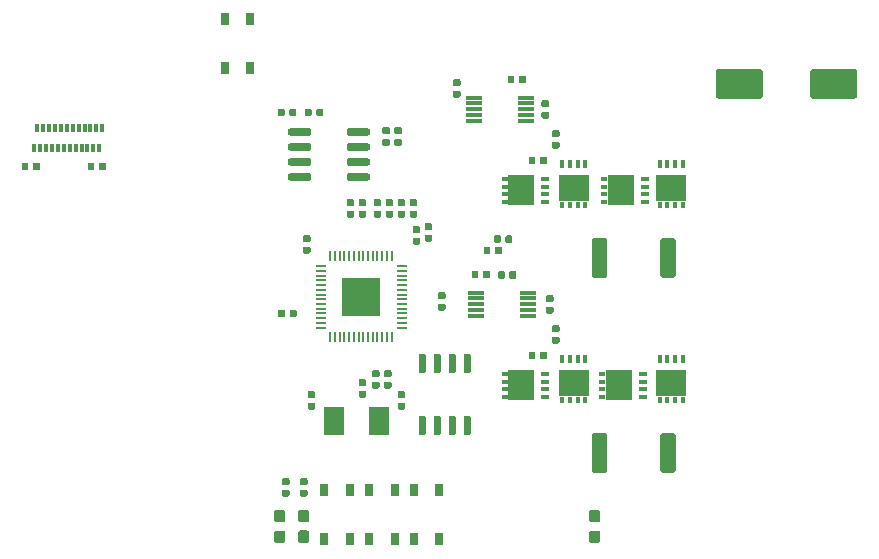
<source format=gtp>
G04 #@! TF.GenerationSoftware,KiCad,Pcbnew,(5.1.5)-3*
G04 #@! TF.CreationDate,2022-07-01T00:55:21+09:00*
G04 #@! TF.ProjectId,RP_MD,52505f4d-442e-46b6-9963-61645f706362,rev?*
G04 #@! TF.SameCoordinates,Original*
G04 #@! TF.FileFunction,Paste,Top*
G04 #@! TF.FilePolarity,Positive*
%FSLAX46Y46*%
G04 Gerber Fmt 4.6, Leading zero omitted, Abs format (unit mm)*
G04 Created by KiCad (PCBNEW (5.1.5)-3) date 2022-07-01 00:55:21*
%MOMM*%
%LPD*%
G04 APERTURE LIST*
%ADD10R,0.650000X1.050000*%
%ADD11R,0.400000X0.700000*%
%ADD12R,0.400000X0.600000*%
%ADD13R,2.650000X2.200000*%
%ADD14R,0.700000X0.400000*%
%ADD15R,0.600000X0.400000*%
%ADD16R,2.200000X2.650000*%
%ADD17R,0.300000X0.700000*%
%ADD18C,0.100000*%
%ADD19R,3.200000X3.200000*%
%ADD20R,0.200000X0.875000*%
%ADD21R,0.875000X0.200000*%
%ADD22R,1.400000X0.300000*%
%ADD23R,1.800000X2.400000*%
G04 APERTURE END LIST*
D10*
X112327000Y-55329000D03*
X112327000Y-59479000D03*
X110177000Y-55329000D03*
X110177000Y-59479000D03*
D11*
X148930000Y-84140000D03*
X148280000Y-84140000D03*
X147630000Y-84140000D03*
X146980000Y-84140000D03*
D12*
X146980000Y-87590000D03*
X147630000Y-87590000D03*
X148280000Y-87590000D03*
X148930000Y-87590000D03*
D13*
X147955000Y-86190000D03*
D14*
X145560000Y-87335000D03*
X145560000Y-86685000D03*
X145560000Y-86035000D03*
X145560000Y-85385000D03*
D15*
X142110000Y-85385000D03*
X142110000Y-86035000D03*
X142110000Y-86685000D03*
X142110000Y-87335000D03*
D16*
X143510000Y-86360000D03*
D11*
X140675000Y-84140000D03*
X140025000Y-84140000D03*
X139375000Y-84140000D03*
X138725000Y-84140000D03*
D12*
X138725000Y-87590000D03*
X139375000Y-87590000D03*
X140025000Y-87590000D03*
X140675000Y-87590000D03*
D13*
X139700000Y-86190000D03*
D14*
X137305000Y-87335000D03*
X137305000Y-86685000D03*
X137305000Y-86035000D03*
X137305000Y-85385000D03*
D15*
X133855000Y-85385000D03*
X133855000Y-86035000D03*
X133855000Y-86685000D03*
X133855000Y-87335000D03*
D16*
X135255000Y-86360000D03*
D14*
X137305000Y-70825000D03*
X137305000Y-70175000D03*
X137305000Y-69525000D03*
X137305000Y-68875000D03*
D15*
X133855000Y-68875000D03*
X133855000Y-69525000D03*
X133855000Y-70175000D03*
X133855000Y-70825000D03*
D16*
X135255000Y-69850000D03*
D11*
X140675000Y-67630000D03*
X140025000Y-67630000D03*
X139375000Y-67630000D03*
X138725000Y-67630000D03*
D12*
X138725000Y-71080000D03*
X139375000Y-71080000D03*
X140025000Y-71080000D03*
X140675000Y-71080000D03*
D13*
X139700000Y-69680000D03*
D14*
X145730000Y-70825000D03*
X145730000Y-70175000D03*
X145730000Y-69525000D03*
X145730000Y-68875000D03*
D15*
X142280000Y-68875000D03*
X142280000Y-69525000D03*
X142280000Y-70175000D03*
X142280000Y-70825000D03*
D16*
X143680000Y-69850000D03*
D11*
X148930000Y-67630000D03*
X148280000Y-67630000D03*
X147630000Y-67630000D03*
X146980000Y-67630000D03*
D12*
X146980000Y-71080000D03*
X147630000Y-71080000D03*
X148280000Y-71080000D03*
X148930000Y-71080000D03*
D13*
X147955000Y-69680000D03*
D17*
X99530000Y-66290000D03*
X99030000Y-66290000D03*
X98530000Y-66290000D03*
X98030000Y-66290000D03*
X97530000Y-66290000D03*
X97030000Y-66290000D03*
X96530000Y-66290000D03*
X94030000Y-66290000D03*
X95030000Y-66290000D03*
X95530000Y-66290000D03*
X96030000Y-66290000D03*
X94530000Y-66290000D03*
X94280000Y-64590000D03*
X94780000Y-64590000D03*
X95280000Y-64590000D03*
X95780000Y-64590000D03*
X96280000Y-64590000D03*
X96780000Y-64590000D03*
X97280000Y-64590000D03*
X97780000Y-64590000D03*
X98280000Y-64590000D03*
X98780000Y-64590000D03*
X99280000Y-64590000D03*
X99780000Y-64590000D03*
D18*
G36*
X131502958Y-76642710D02*
G01*
X131517276Y-76644834D01*
X131531317Y-76648351D01*
X131544946Y-76653228D01*
X131558031Y-76659417D01*
X131570447Y-76666858D01*
X131582073Y-76675481D01*
X131592798Y-76685202D01*
X131602519Y-76695927D01*
X131611142Y-76707553D01*
X131618583Y-76719969D01*
X131624772Y-76733054D01*
X131629649Y-76746683D01*
X131633166Y-76760724D01*
X131635290Y-76775042D01*
X131636000Y-76789500D01*
X131636000Y-77134500D01*
X131635290Y-77148958D01*
X131633166Y-77163276D01*
X131629649Y-77177317D01*
X131624772Y-77190946D01*
X131618583Y-77204031D01*
X131611142Y-77216447D01*
X131602519Y-77228073D01*
X131592798Y-77238798D01*
X131582073Y-77248519D01*
X131570447Y-77257142D01*
X131558031Y-77264583D01*
X131544946Y-77270772D01*
X131531317Y-77275649D01*
X131517276Y-77279166D01*
X131502958Y-77281290D01*
X131488500Y-77282000D01*
X131193500Y-77282000D01*
X131179042Y-77281290D01*
X131164724Y-77279166D01*
X131150683Y-77275649D01*
X131137054Y-77270772D01*
X131123969Y-77264583D01*
X131111553Y-77257142D01*
X131099927Y-77248519D01*
X131089202Y-77238798D01*
X131079481Y-77228073D01*
X131070858Y-77216447D01*
X131063417Y-77204031D01*
X131057228Y-77190946D01*
X131052351Y-77177317D01*
X131048834Y-77163276D01*
X131046710Y-77148958D01*
X131046000Y-77134500D01*
X131046000Y-76789500D01*
X131046710Y-76775042D01*
X131048834Y-76760724D01*
X131052351Y-76746683D01*
X131057228Y-76733054D01*
X131063417Y-76719969D01*
X131070858Y-76707553D01*
X131079481Y-76695927D01*
X131089202Y-76685202D01*
X131099927Y-76675481D01*
X131111553Y-76666858D01*
X131123969Y-76659417D01*
X131137054Y-76653228D01*
X131150683Y-76648351D01*
X131164724Y-76644834D01*
X131179042Y-76642710D01*
X131193500Y-76642000D01*
X131488500Y-76642000D01*
X131502958Y-76642710D01*
G37*
G36*
X132472958Y-76642710D02*
G01*
X132487276Y-76644834D01*
X132501317Y-76648351D01*
X132514946Y-76653228D01*
X132528031Y-76659417D01*
X132540447Y-76666858D01*
X132552073Y-76675481D01*
X132562798Y-76685202D01*
X132572519Y-76695927D01*
X132581142Y-76707553D01*
X132588583Y-76719969D01*
X132594772Y-76733054D01*
X132599649Y-76746683D01*
X132603166Y-76760724D01*
X132605290Y-76775042D01*
X132606000Y-76789500D01*
X132606000Y-77134500D01*
X132605290Y-77148958D01*
X132603166Y-77163276D01*
X132599649Y-77177317D01*
X132594772Y-77190946D01*
X132588583Y-77204031D01*
X132581142Y-77216447D01*
X132572519Y-77228073D01*
X132562798Y-77238798D01*
X132552073Y-77248519D01*
X132540447Y-77257142D01*
X132528031Y-77264583D01*
X132514946Y-77270772D01*
X132501317Y-77275649D01*
X132487276Y-77279166D01*
X132472958Y-77281290D01*
X132458500Y-77282000D01*
X132163500Y-77282000D01*
X132149042Y-77281290D01*
X132134724Y-77279166D01*
X132120683Y-77275649D01*
X132107054Y-77270772D01*
X132093969Y-77264583D01*
X132081553Y-77257142D01*
X132069927Y-77248519D01*
X132059202Y-77238798D01*
X132049481Y-77228073D01*
X132040858Y-77216447D01*
X132033417Y-77204031D01*
X132027228Y-77190946D01*
X132022351Y-77177317D01*
X132018834Y-77163276D01*
X132016710Y-77148958D01*
X132016000Y-77134500D01*
X132016000Y-76789500D01*
X132016710Y-76775042D01*
X132018834Y-76760724D01*
X132022351Y-76746683D01*
X132027228Y-76733054D01*
X132033417Y-76719969D01*
X132040858Y-76707553D01*
X132049481Y-76695927D01*
X132059202Y-76685202D01*
X132069927Y-76675481D01*
X132081553Y-76666858D01*
X132093969Y-76659417D01*
X132107054Y-76653228D01*
X132120683Y-76648351D01*
X132134724Y-76644834D01*
X132149042Y-76642710D01*
X132163500Y-76642000D01*
X132458500Y-76642000D01*
X132472958Y-76642710D01*
G37*
D10*
X128329000Y-95255000D03*
X128329000Y-99405000D03*
X126179000Y-95255000D03*
X126179000Y-99405000D03*
X122385000Y-99405000D03*
X122385000Y-95255000D03*
X124535000Y-99405000D03*
X124535000Y-95255000D03*
X118575000Y-99405000D03*
X118575000Y-95255000D03*
X120725000Y-99405000D03*
X120725000Y-95255000D03*
D18*
G36*
X163494504Y-59581204D02*
G01*
X163518773Y-59584804D01*
X163542571Y-59590765D01*
X163565671Y-59599030D01*
X163587849Y-59609520D01*
X163608893Y-59622133D01*
X163628598Y-59636747D01*
X163646777Y-59653223D01*
X163663253Y-59671402D01*
X163677867Y-59691107D01*
X163690480Y-59712151D01*
X163700970Y-59734329D01*
X163709235Y-59757429D01*
X163715196Y-59781227D01*
X163718796Y-59805496D01*
X163720000Y-59830000D01*
X163720000Y-61830000D01*
X163718796Y-61854504D01*
X163715196Y-61878773D01*
X163709235Y-61902571D01*
X163700970Y-61925671D01*
X163690480Y-61947849D01*
X163677867Y-61968893D01*
X163663253Y-61988598D01*
X163646777Y-62006777D01*
X163628598Y-62023253D01*
X163608893Y-62037867D01*
X163587849Y-62050480D01*
X163565671Y-62060970D01*
X163542571Y-62069235D01*
X163518773Y-62075196D01*
X163494504Y-62078796D01*
X163470000Y-62080000D01*
X159970000Y-62080000D01*
X159945496Y-62078796D01*
X159921227Y-62075196D01*
X159897429Y-62069235D01*
X159874329Y-62060970D01*
X159852151Y-62050480D01*
X159831107Y-62037867D01*
X159811402Y-62023253D01*
X159793223Y-62006777D01*
X159776747Y-61988598D01*
X159762133Y-61968893D01*
X159749520Y-61947849D01*
X159739030Y-61925671D01*
X159730765Y-61902571D01*
X159724804Y-61878773D01*
X159721204Y-61854504D01*
X159720000Y-61830000D01*
X159720000Y-59830000D01*
X159721204Y-59805496D01*
X159724804Y-59781227D01*
X159730765Y-59757429D01*
X159739030Y-59734329D01*
X159749520Y-59712151D01*
X159762133Y-59691107D01*
X159776747Y-59671402D01*
X159793223Y-59653223D01*
X159811402Y-59636747D01*
X159831107Y-59622133D01*
X159852151Y-59609520D01*
X159874329Y-59599030D01*
X159897429Y-59590765D01*
X159921227Y-59584804D01*
X159945496Y-59581204D01*
X159970000Y-59580000D01*
X163470000Y-59580000D01*
X163494504Y-59581204D01*
G37*
G36*
X155494504Y-59581204D02*
G01*
X155518773Y-59584804D01*
X155542571Y-59590765D01*
X155565671Y-59599030D01*
X155587849Y-59609520D01*
X155608893Y-59622133D01*
X155628598Y-59636747D01*
X155646777Y-59653223D01*
X155663253Y-59671402D01*
X155677867Y-59691107D01*
X155690480Y-59712151D01*
X155700970Y-59734329D01*
X155709235Y-59757429D01*
X155715196Y-59781227D01*
X155718796Y-59805496D01*
X155720000Y-59830000D01*
X155720000Y-61830000D01*
X155718796Y-61854504D01*
X155715196Y-61878773D01*
X155709235Y-61902571D01*
X155700970Y-61925671D01*
X155690480Y-61947849D01*
X155677867Y-61968893D01*
X155663253Y-61988598D01*
X155646777Y-62006777D01*
X155628598Y-62023253D01*
X155608893Y-62037867D01*
X155587849Y-62050480D01*
X155565671Y-62060970D01*
X155542571Y-62069235D01*
X155518773Y-62075196D01*
X155494504Y-62078796D01*
X155470000Y-62080000D01*
X151970000Y-62080000D01*
X151945496Y-62078796D01*
X151921227Y-62075196D01*
X151897429Y-62069235D01*
X151874329Y-62060970D01*
X151852151Y-62050480D01*
X151831107Y-62037867D01*
X151811402Y-62023253D01*
X151793223Y-62006777D01*
X151776747Y-61988598D01*
X151762133Y-61968893D01*
X151749520Y-61947849D01*
X151739030Y-61925671D01*
X151730765Y-61902571D01*
X151724804Y-61878773D01*
X151721204Y-61854504D01*
X151720000Y-61830000D01*
X151720000Y-59830000D01*
X151721204Y-59805496D01*
X151724804Y-59781227D01*
X151730765Y-59757429D01*
X151739030Y-59734329D01*
X151749520Y-59712151D01*
X151762133Y-59691107D01*
X151776747Y-59671402D01*
X151793223Y-59653223D01*
X151811402Y-59636747D01*
X151831107Y-59622133D01*
X151852151Y-59609520D01*
X151874329Y-59599030D01*
X151897429Y-59590765D01*
X151921227Y-59584804D01*
X151945496Y-59581204D01*
X151970000Y-59580000D01*
X155470000Y-59580000D01*
X155494504Y-59581204D01*
G37*
G36*
X133488958Y-74610710D02*
G01*
X133503276Y-74612834D01*
X133517317Y-74616351D01*
X133530946Y-74621228D01*
X133544031Y-74627417D01*
X133556447Y-74634858D01*
X133568073Y-74643481D01*
X133578798Y-74653202D01*
X133588519Y-74663927D01*
X133597142Y-74675553D01*
X133604583Y-74687969D01*
X133610772Y-74701054D01*
X133615649Y-74714683D01*
X133619166Y-74728724D01*
X133621290Y-74743042D01*
X133622000Y-74757500D01*
X133622000Y-75102500D01*
X133621290Y-75116958D01*
X133619166Y-75131276D01*
X133615649Y-75145317D01*
X133610772Y-75158946D01*
X133604583Y-75172031D01*
X133597142Y-75184447D01*
X133588519Y-75196073D01*
X133578798Y-75206798D01*
X133568073Y-75216519D01*
X133556447Y-75225142D01*
X133544031Y-75232583D01*
X133530946Y-75238772D01*
X133517317Y-75243649D01*
X133503276Y-75247166D01*
X133488958Y-75249290D01*
X133474500Y-75250000D01*
X133179500Y-75250000D01*
X133165042Y-75249290D01*
X133150724Y-75247166D01*
X133136683Y-75243649D01*
X133123054Y-75238772D01*
X133109969Y-75232583D01*
X133097553Y-75225142D01*
X133085927Y-75216519D01*
X133075202Y-75206798D01*
X133065481Y-75196073D01*
X133056858Y-75184447D01*
X133049417Y-75172031D01*
X133043228Y-75158946D01*
X133038351Y-75145317D01*
X133034834Y-75131276D01*
X133032710Y-75116958D01*
X133032000Y-75102500D01*
X133032000Y-74757500D01*
X133032710Y-74743042D01*
X133034834Y-74728724D01*
X133038351Y-74714683D01*
X133043228Y-74701054D01*
X133049417Y-74687969D01*
X133056858Y-74675553D01*
X133065481Y-74663927D01*
X133075202Y-74653202D01*
X133085927Y-74643481D01*
X133097553Y-74634858D01*
X133109969Y-74627417D01*
X133123054Y-74621228D01*
X133136683Y-74616351D01*
X133150724Y-74612834D01*
X133165042Y-74610710D01*
X133179500Y-74610000D01*
X133474500Y-74610000D01*
X133488958Y-74610710D01*
G37*
G36*
X132518958Y-74610710D02*
G01*
X132533276Y-74612834D01*
X132547317Y-74616351D01*
X132560946Y-74621228D01*
X132574031Y-74627417D01*
X132586447Y-74634858D01*
X132598073Y-74643481D01*
X132608798Y-74653202D01*
X132618519Y-74663927D01*
X132627142Y-74675553D01*
X132634583Y-74687969D01*
X132640772Y-74701054D01*
X132645649Y-74714683D01*
X132649166Y-74728724D01*
X132651290Y-74743042D01*
X132652000Y-74757500D01*
X132652000Y-75102500D01*
X132651290Y-75116958D01*
X132649166Y-75131276D01*
X132645649Y-75145317D01*
X132640772Y-75158946D01*
X132634583Y-75172031D01*
X132627142Y-75184447D01*
X132618519Y-75196073D01*
X132608798Y-75206798D01*
X132598073Y-75216519D01*
X132586447Y-75225142D01*
X132574031Y-75232583D01*
X132560946Y-75238772D01*
X132547317Y-75243649D01*
X132533276Y-75247166D01*
X132518958Y-75249290D01*
X132504500Y-75250000D01*
X132209500Y-75250000D01*
X132195042Y-75249290D01*
X132180724Y-75247166D01*
X132166683Y-75243649D01*
X132153054Y-75238772D01*
X132139969Y-75232583D01*
X132127553Y-75225142D01*
X132115927Y-75216519D01*
X132105202Y-75206798D01*
X132095481Y-75196073D01*
X132086858Y-75184447D01*
X132079417Y-75172031D01*
X132073228Y-75158946D01*
X132068351Y-75145317D01*
X132064834Y-75131276D01*
X132062710Y-75116958D01*
X132062000Y-75102500D01*
X132062000Y-74757500D01*
X132062710Y-74743042D01*
X132064834Y-74728724D01*
X132068351Y-74714683D01*
X132073228Y-74701054D01*
X132079417Y-74687969D01*
X132086858Y-74675553D01*
X132095481Y-74663927D01*
X132105202Y-74653202D01*
X132115927Y-74643481D01*
X132127553Y-74634858D01*
X132139969Y-74627417D01*
X132153054Y-74621228D01*
X132166683Y-74616351D01*
X132180724Y-74612834D01*
X132195042Y-74610710D01*
X132209500Y-74610000D01*
X132504500Y-74610000D01*
X132518958Y-74610710D01*
G37*
G36*
X134377958Y-73658710D02*
G01*
X134392276Y-73660834D01*
X134406317Y-73664351D01*
X134419946Y-73669228D01*
X134433031Y-73675417D01*
X134445447Y-73682858D01*
X134457073Y-73691481D01*
X134467798Y-73701202D01*
X134477519Y-73711927D01*
X134486142Y-73723553D01*
X134493583Y-73735969D01*
X134499772Y-73749054D01*
X134504649Y-73762683D01*
X134508166Y-73776724D01*
X134510290Y-73791042D01*
X134511000Y-73805500D01*
X134511000Y-74150500D01*
X134510290Y-74164958D01*
X134508166Y-74179276D01*
X134504649Y-74193317D01*
X134499772Y-74206946D01*
X134493583Y-74220031D01*
X134486142Y-74232447D01*
X134477519Y-74244073D01*
X134467798Y-74254798D01*
X134457073Y-74264519D01*
X134445447Y-74273142D01*
X134433031Y-74280583D01*
X134419946Y-74286772D01*
X134406317Y-74291649D01*
X134392276Y-74295166D01*
X134377958Y-74297290D01*
X134363500Y-74298000D01*
X134068500Y-74298000D01*
X134054042Y-74297290D01*
X134039724Y-74295166D01*
X134025683Y-74291649D01*
X134012054Y-74286772D01*
X133998969Y-74280583D01*
X133986553Y-74273142D01*
X133974927Y-74264519D01*
X133964202Y-74254798D01*
X133954481Y-74244073D01*
X133945858Y-74232447D01*
X133938417Y-74220031D01*
X133932228Y-74206946D01*
X133927351Y-74193317D01*
X133923834Y-74179276D01*
X133921710Y-74164958D01*
X133921000Y-74150500D01*
X133921000Y-73805500D01*
X133921710Y-73791042D01*
X133923834Y-73776724D01*
X133927351Y-73762683D01*
X133932228Y-73749054D01*
X133938417Y-73735969D01*
X133945858Y-73723553D01*
X133954481Y-73711927D01*
X133964202Y-73701202D01*
X133974927Y-73691481D01*
X133986553Y-73682858D01*
X133998969Y-73675417D01*
X134012054Y-73669228D01*
X134025683Y-73664351D01*
X134039724Y-73660834D01*
X134054042Y-73658710D01*
X134068500Y-73658000D01*
X134363500Y-73658000D01*
X134377958Y-73658710D01*
G37*
G36*
X133407958Y-73658710D02*
G01*
X133422276Y-73660834D01*
X133436317Y-73664351D01*
X133449946Y-73669228D01*
X133463031Y-73675417D01*
X133475447Y-73682858D01*
X133487073Y-73691481D01*
X133497798Y-73701202D01*
X133507519Y-73711927D01*
X133516142Y-73723553D01*
X133523583Y-73735969D01*
X133529772Y-73749054D01*
X133534649Y-73762683D01*
X133538166Y-73776724D01*
X133540290Y-73791042D01*
X133541000Y-73805500D01*
X133541000Y-74150500D01*
X133540290Y-74164958D01*
X133538166Y-74179276D01*
X133534649Y-74193317D01*
X133529772Y-74206946D01*
X133523583Y-74220031D01*
X133516142Y-74232447D01*
X133507519Y-74244073D01*
X133497798Y-74254798D01*
X133487073Y-74264519D01*
X133475447Y-74273142D01*
X133463031Y-74280583D01*
X133449946Y-74286772D01*
X133436317Y-74291649D01*
X133422276Y-74295166D01*
X133407958Y-74297290D01*
X133393500Y-74298000D01*
X133098500Y-74298000D01*
X133084042Y-74297290D01*
X133069724Y-74295166D01*
X133055683Y-74291649D01*
X133042054Y-74286772D01*
X133028969Y-74280583D01*
X133016553Y-74273142D01*
X133004927Y-74264519D01*
X132994202Y-74254798D01*
X132984481Y-74244073D01*
X132975858Y-74232447D01*
X132968417Y-74220031D01*
X132962228Y-74206946D01*
X132957351Y-74193317D01*
X132953834Y-74179276D01*
X132951710Y-74164958D01*
X132951000Y-74150500D01*
X132951000Y-73805500D01*
X132951710Y-73791042D01*
X132953834Y-73776724D01*
X132957351Y-73762683D01*
X132962228Y-73749054D01*
X132968417Y-73735969D01*
X132975858Y-73723553D01*
X132984481Y-73711927D01*
X132994202Y-73701202D01*
X133004927Y-73691481D01*
X133016553Y-73682858D01*
X133028969Y-73675417D01*
X133042054Y-73669228D01*
X133055683Y-73664351D01*
X133069724Y-73660834D01*
X133084042Y-73658710D01*
X133098500Y-73658000D01*
X133393500Y-73658000D01*
X133407958Y-73658710D01*
G37*
G36*
X142329505Y-90401204D02*
G01*
X142353773Y-90404804D01*
X142377572Y-90410765D01*
X142400671Y-90419030D01*
X142422850Y-90429520D01*
X142443893Y-90442132D01*
X142463599Y-90456747D01*
X142481777Y-90473223D01*
X142498253Y-90491401D01*
X142512868Y-90511107D01*
X142525480Y-90532150D01*
X142535970Y-90554329D01*
X142544235Y-90577428D01*
X142550196Y-90601227D01*
X142553796Y-90625495D01*
X142555000Y-90649999D01*
X142555000Y-93500001D01*
X142553796Y-93524505D01*
X142550196Y-93548773D01*
X142544235Y-93572572D01*
X142535970Y-93595671D01*
X142525480Y-93617850D01*
X142512868Y-93638893D01*
X142498253Y-93658599D01*
X142481777Y-93676777D01*
X142463599Y-93693253D01*
X142443893Y-93707868D01*
X142422850Y-93720480D01*
X142400671Y-93730970D01*
X142377572Y-93739235D01*
X142353773Y-93745196D01*
X142329505Y-93748796D01*
X142305001Y-93750000D01*
X141454999Y-93750000D01*
X141430495Y-93748796D01*
X141406227Y-93745196D01*
X141382428Y-93739235D01*
X141359329Y-93730970D01*
X141337150Y-93720480D01*
X141316107Y-93707868D01*
X141296401Y-93693253D01*
X141278223Y-93676777D01*
X141261747Y-93658599D01*
X141247132Y-93638893D01*
X141234520Y-93617850D01*
X141224030Y-93595671D01*
X141215765Y-93572572D01*
X141209804Y-93548773D01*
X141206204Y-93524505D01*
X141205000Y-93500001D01*
X141205000Y-90649999D01*
X141206204Y-90625495D01*
X141209804Y-90601227D01*
X141215765Y-90577428D01*
X141224030Y-90554329D01*
X141234520Y-90532150D01*
X141247132Y-90511107D01*
X141261747Y-90491401D01*
X141278223Y-90473223D01*
X141296401Y-90456747D01*
X141316107Y-90442132D01*
X141337150Y-90429520D01*
X141359329Y-90419030D01*
X141382428Y-90410765D01*
X141406227Y-90404804D01*
X141430495Y-90401204D01*
X141454999Y-90400000D01*
X142305001Y-90400000D01*
X142329505Y-90401204D01*
G37*
G36*
X148129505Y-90401204D02*
G01*
X148153773Y-90404804D01*
X148177572Y-90410765D01*
X148200671Y-90419030D01*
X148222850Y-90429520D01*
X148243893Y-90442132D01*
X148263599Y-90456747D01*
X148281777Y-90473223D01*
X148298253Y-90491401D01*
X148312868Y-90511107D01*
X148325480Y-90532150D01*
X148335970Y-90554329D01*
X148344235Y-90577428D01*
X148350196Y-90601227D01*
X148353796Y-90625495D01*
X148355000Y-90649999D01*
X148355000Y-93500001D01*
X148353796Y-93524505D01*
X148350196Y-93548773D01*
X148344235Y-93572572D01*
X148335970Y-93595671D01*
X148325480Y-93617850D01*
X148312868Y-93638893D01*
X148298253Y-93658599D01*
X148281777Y-93676777D01*
X148263599Y-93693253D01*
X148243893Y-93707868D01*
X148222850Y-93720480D01*
X148200671Y-93730970D01*
X148177572Y-93739235D01*
X148153773Y-93745196D01*
X148129505Y-93748796D01*
X148105001Y-93750000D01*
X147254999Y-93750000D01*
X147230495Y-93748796D01*
X147206227Y-93745196D01*
X147182428Y-93739235D01*
X147159329Y-93730970D01*
X147137150Y-93720480D01*
X147116107Y-93707868D01*
X147096401Y-93693253D01*
X147078223Y-93676777D01*
X147061747Y-93658599D01*
X147047132Y-93638893D01*
X147034520Y-93617850D01*
X147024030Y-93595671D01*
X147015765Y-93572572D01*
X147009804Y-93548773D01*
X147006204Y-93524505D01*
X147005000Y-93500001D01*
X147005000Y-90649999D01*
X147006204Y-90625495D01*
X147009804Y-90601227D01*
X147015765Y-90577428D01*
X147024030Y-90554329D01*
X147034520Y-90532150D01*
X147047132Y-90511107D01*
X147061747Y-90491401D01*
X147078223Y-90473223D01*
X147096401Y-90456747D01*
X147116107Y-90442132D01*
X147137150Y-90429520D01*
X147159329Y-90419030D01*
X147182428Y-90410765D01*
X147206227Y-90404804D01*
X147230495Y-90401204D01*
X147254999Y-90400000D01*
X148105001Y-90400000D01*
X148129505Y-90401204D01*
G37*
G36*
X130847703Y-88922722D02*
G01*
X130862264Y-88924882D01*
X130876543Y-88928459D01*
X130890403Y-88933418D01*
X130903710Y-88939712D01*
X130916336Y-88947280D01*
X130928159Y-88956048D01*
X130939066Y-88965934D01*
X130948952Y-88976841D01*
X130957720Y-88988664D01*
X130965288Y-89001290D01*
X130971582Y-89014597D01*
X130976541Y-89028457D01*
X130980118Y-89042736D01*
X130982278Y-89057297D01*
X130983000Y-89072000D01*
X130983000Y-90422000D01*
X130982278Y-90436703D01*
X130980118Y-90451264D01*
X130976541Y-90465543D01*
X130971582Y-90479403D01*
X130965288Y-90492710D01*
X130957720Y-90505336D01*
X130948952Y-90517159D01*
X130939066Y-90528066D01*
X130928159Y-90537952D01*
X130916336Y-90546720D01*
X130903710Y-90554288D01*
X130890403Y-90560582D01*
X130876543Y-90565541D01*
X130862264Y-90569118D01*
X130847703Y-90571278D01*
X130833000Y-90572000D01*
X130533000Y-90572000D01*
X130518297Y-90571278D01*
X130503736Y-90569118D01*
X130489457Y-90565541D01*
X130475597Y-90560582D01*
X130462290Y-90554288D01*
X130449664Y-90546720D01*
X130437841Y-90537952D01*
X130426934Y-90528066D01*
X130417048Y-90517159D01*
X130408280Y-90505336D01*
X130400712Y-90492710D01*
X130394418Y-90479403D01*
X130389459Y-90465543D01*
X130385882Y-90451264D01*
X130383722Y-90436703D01*
X130383000Y-90422000D01*
X130383000Y-89072000D01*
X130383722Y-89057297D01*
X130385882Y-89042736D01*
X130389459Y-89028457D01*
X130394418Y-89014597D01*
X130400712Y-89001290D01*
X130408280Y-88988664D01*
X130417048Y-88976841D01*
X130426934Y-88965934D01*
X130437841Y-88956048D01*
X130449664Y-88947280D01*
X130462290Y-88939712D01*
X130475597Y-88933418D01*
X130489457Y-88928459D01*
X130503736Y-88924882D01*
X130518297Y-88922722D01*
X130533000Y-88922000D01*
X130833000Y-88922000D01*
X130847703Y-88922722D01*
G37*
G36*
X129577703Y-88922722D02*
G01*
X129592264Y-88924882D01*
X129606543Y-88928459D01*
X129620403Y-88933418D01*
X129633710Y-88939712D01*
X129646336Y-88947280D01*
X129658159Y-88956048D01*
X129669066Y-88965934D01*
X129678952Y-88976841D01*
X129687720Y-88988664D01*
X129695288Y-89001290D01*
X129701582Y-89014597D01*
X129706541Y-89028457D01*
X129710118Y-89042736D01*
X129712278Y-89057297D01*
X129713000Y-89072000D01*
X129713000Y-90422000D01*
X129712278Y-90436703D01*
X129710118Y-90451264D01*
X129706541Y-90465543D01*
X129701582Y-90479403D01*
X129695288Y-90492710D01*
X129687720Y-90505336D01*
X129678952Y-90517159D01*
X129669066Y-90528066D01*
X129658159Y-90537952D01*
X129646336Y-90546720D01*
X129633710Y-90554288D01*
X129620403Y-90560582D01*
X129606543Y-90565541D01*
X129592264Y-90569118D01*
X129577703Y-90571278D01*
X129563000Y-90572000D01*
X129263000Y-90572000D01*
X129248297Y-90571278D01*
X129233736Y-90569118D01*
X129219457Y-90565541D01*
X129205597Y-90560582D01*
X129192290Y-90554288D01*
X129179664Y-90546720D01*
X129167841Y-90537952D01*
X129156934Y-90528066D01*
X129147048Y-90517159D01*
X129138280Y-90505336D01*
X129130712Y-90492710D01*
X129124418Y-90479403D01*
X129119459Y-90465543D01*
X129115882Y-90451264D01*
X129113722Y-90436703D01*
X129113000Y-90422000D01*
X129113000Y-89072000D01*
X129113722Y-89057297D01*
X129115882Y-89042736D01*
X129119459Y-89028457D01*
X129124418Y-89014597D01*
X129130712Y-89001290D01*
X129138280Y-88988664D01*
X129147048Y-88976841D01*
X129156934Y-88965934D01*
X129167841Y-88956048D01*
X129179664Y-88947280D01*
X129192290Y-88939712D01*
X129205597Y-88933418D01*
X129219457Y-88928459D01*
X129233736Y-88924882D01*
X129248297Y-88922722D01*
X129263000Y-88922000D01*
X129563000Y-88922000D01*
X129577703Y-88922722D01*
G37*
G36*
X128307703Y-88922722D02*
G01*
X128322264Y-88924882D01*
X128336543Y-88928459D01*
X128350403Y-88933418D01*
X128363710Y-88939712D01*
X128376336Y-88947280D01*
X128388159Y-88956048D01*
X128399066Y-88965934D01*
X128408952Y-88976841D01*
X128417720Y-88988664D01*
X128425288Y-89001290D01*
X128431582Y-89014597D01*
X128436541Y-89028457D01*
X128440118Y-89042736D01*
X128442278Y-89057297D01*
X128443000Y-89072000D01*
X128443000Y-90422000D01*
X128442278Y-90436703D01*
X128440118Y-90451264D01*
X128436541Y-90465543D01*
X128431582Y-90479403D01*
X128425288Y-90492710D01*
X128417720Y-90505336D01*
X128408952Y-90517159D01*
X128399066Y-90528066D01*
X128388159Y-90537952D01*
X128376336Y-90546720D01*
X128363710Y-90554288D01*
X128350403Y-90560582D01*
X128336543Y-90565541D01*
X128322264Y-90569118D01*
X128307703Y-90571278D01*
X128293000Y-90572000D01*
X127993000Y-90572000D01*
X127978297Y-90571278D01*
X127963736Y-90569118D01*
X127949457Y-90565541D01*
X127935597Y-90560582D01*
X127922290Y-90554288D01*
X127909664Y-90546720D01*
X127897841Y-90537952D01*
X127886934Y-90528066D01*
X127877048Y-90517159D01*
X127868280Y-90505336D01*
X127860712Y-90492710D01*
X127854418Y-90479403D01*
X127849459Y-90465543D01*
X127845882Y-90451264D01*
X127843722Y-90436703D01*
X127843000Y-90422000D01*
X127843000Y-89072000D01*
X127843722Y-89057297D01*
X127845882Y-89042736D01*
X127849459Y-89028457D01*
X127854418Y-89014597D01*
X127860712Y-89001290D01*
X127868280Y-88988664D01*
X127877048Y-88976841D01*
X127886934Y-88965934D01*
X127897841Y-88956048D01*
X127909664Y-88947280D01*
X127922290Y-88939712D01*
X127935597Y-88933418D01*
X127949457Y-88928459D01*
X127963736Y-88924882D01*
X127978297Y-88922722D01*
X127993000Y-88922000D01*
X128293000Y-88922000D01*
X128307703Y-88922722D01*
G37*
G36*
X127037703Y-88922722D02*
G01*
X127052264Y-88924882D01*
X127066543Y-88928459D01*
X127080403Y-88933418D01*
X127093710Y-88939712D01*
X127106336Y-88947280D01*
X127118159Y-88956048D01*
X127129066Y-88965934D01*
X127138952Y-88976841D01*
X127147720Y-88988664D01*
X127155288Y-89001290D01*
X127161582Y-89014597D01*
X127166541Y-89028457D01*
X127170118Y-89042736D01*
X127172278Y-89057297D01*
X127173000Y-89072000D01*
X127173000Y-90422000D01*
X127172278Y-90436703D01*
X127170118Y-90451264D01*
X127166541Y-90465543D01*
X127161582Y-90479403D01*
X127155288Y-90492710D01*
X127147720Y-90505336D01*
X127138952Y-90517159D01*
X127129066Y-90528066D01*
X127118159Y-90537952D01*
X127106336Y-90546720D01*
X127093710Y-90554288D01*
X127080403Y-90560582D01*
X127066543Y-90565541D01*
X127052264Y-90569118D01*
X127037703Y-90571278D01*
X127023000Y-90572000D01*
X126723000Y-90572000D01*
X126708297Y-90571278D01*
X126693736Y-90569118D01*
X126679457Y-90565541D01*
X126665597Y-90560582D01*
X126652290Y-90554288D01*
X126639664Y-90546720D01*
X126627841Y-90537952D01*
X126616934Y-90528066D01*
X126607048Y-90517159D01*
X126598280Y-90505336D01*
X126590712Y-90492710D01*
X126584418Y-90479403D01*
X126579459Y-90465543D01*
X126575882Y-90451264D01*
X126573722Y-90436703D01*
X126573000Y-90422000D01*
X126573000Y-89072000D01*
X126573722Y-89057297D01*
X126575882Y-89042736D01*
X126579459Y-89028457D01*
X126584418Y-89014597D01*
X126590712Y-89001290D01*
X126598280Y-88988664D01*
X126607048Y-88976841D01*
X126616934Y-88965934D01*
X126627841Y-88956048D01*
X126639664Y-88947280D01*
X126652290Y-88939712D01*
X126665597Y-88933418D01*
X126679457Y-88928459D01*
X126693736Y-88924882D01*
X126708297Y-88922722D01*
X126723000Y-88922000D01*
X127023000Y-88922000D01*
X127037703Y-88922722D01*
G37*
G36*
X127037703Y-83672722D02*
G01*
X127052264Y-83674882D01*
X127066543Y-83678459D01*
X127080403Y-83683418D01*
X127093710Y-83689712D01*
X127106336Y-83697280D01*
X127118159Y-83706048D01*
X127129066Y-83715934D01*
X127138952Y-83726841D01*
X127147720Y-83738664D01*
X127155288Y-83751290D01*
X127161582Y-83764597D01*
X127166541Y-83778457D01*
X127170118Y-83792736D01*
X127172278Y-83807297D01*
X127173000Y-83822000D01*
X127173000Y-85172000D01*
X127172278Y-85186703D01*
X127170118Y-85201264D01*
X127166541Y-85215543D01*
X127161582Y-85229403D01*
X127155288Y-85242710D01*
X127147720Y-85255336D01*
X127138952Y-85267159D01*
X127129066Y-85278066D01*
X127118159Y-85287952D01*
X127106336Y-85296720D01*
X127093710Y-85304288D01*
X127080403Y-85310582D01*
X127066543Y-85315541D01*
X127052264Y-85319118D01*
X127037703Y-85321278D01*
X127023000Y-85322000D01*
X126723000Y-85322000D01*
X126708297Y-85321278D01*
X126693736Y-85319118D01*
X126679457Y-85315541D01*
X126665597Y-85310582D01*
X126652290Y-85304288D01*
X126639664Y-85296720D01*
X126627841Y-85287952D01*
X126616934Y-85278066D01*
X126607048Y-85267159D01*
X126598280Y-85255336D01*
X126590712Y-85242710D01*
X126584418Y-85229403D01*
X126579459Y-85215543D01*
X126575882Y-85201264D01*
X126573722Y-85186703D01*
X126573000Y-85172000D01*
X126573000Y-83822000D01*
X126573722Y-83807297D01*
X126575882Y-83792736D01*
X126579459Y-83778457D01*
X126584418Y-83764597D01*
X126590712Y-83751290D01*
X126598280Y-83738664D01*
X126607048Y-83726841D01*
X126616934Y-83715934D01*
X126627841Y-83706048D01*
X126639664Y-83697280D01*
X126652290Y-83689712D01*
X126665597Y-83683418D01*
X126679457Y-83678459D01*
X126693736Y-83674882D01*
X126708297Y-83672722D01*
X126723000Y-83672000D01*
X127023000Y-83672000D01*
X127037703Y-83672722D01*
G37*
G36*
X128307703Y-83672722D02*
G01*
X128322264Y-83674882D01*
X128336543Y-83678459D01*
X128350403Y-83683418D01*
X128363710Y-83689712D01*
X128376336Y-83697280D01*
X128388159Y-83706048D01*
X128399066Y-83715934D01*
X128408952Y-83726841D01*
X128417720Y-83738664D01*
X128425288Y-83751290D01*
X128431582Y-83764597D01*
X128436541Y-83778457D01*
X128440118Y-83792736D01*
X128442278Y-83807297D01*
X128443000Y-83822000D01*
X128443000Y-85172000D01*
X128442278Y-85186703D01*
X128440118Y-85201264D01*
X128436541Y-85215543D01*
X128431582Y-85229403D01*
X128425288Y-85242710D01*
X128417720Y-85255336D01*
X128408952Y-85267159D01*
X128399066Y-85278066D01*
X128388159Y-85287952D01*
X128376336Y-85296720D01*
X128363710Y-85304288D01*
X128350403Y-85310582D01*
X128336543Y-85315541D01*
X128322264Y-85319118D01*
X128307703Y-85321278D01*
X128293000Y-85322000D01*
X127993000Y-85322000D01*
X127978297Y-85321278D01*
X127963736Y-85319118D01*
X127949457Y-85315541D01*
X127935597Y-85310582D01*
X127922290Y-85304288D01*
X127909664Y-85296720D01*
X127897841Y-85287952D01*
X127886934Y-85278066D01*
X127877048Y-85267159D01*
X127868280Y-85255336D01*
X127860712Y-85242710D01*
X127854418Y-85229403D01*
X127849459Y-85215543D01*
X127845882Y-85201264D01*
X127843722Y-85186703D01*
X127843000Y-85172000D01*
X127843000Y-83822000D01*
X127843722Y-83807297D01*
X127845882Y-83792736D01*
X127849459Y-83778457D01*
X127854418Y-83764597D01*
X127860712Y-83751290D01*
X127868280Y-83738664D01*
X127877048Y-83726841D01*
X127886934Y-83715934D01*
X127897841Y-83706048D01*
X127909664Y-83697280D01*
X127922290Y-83689712D01*
X127935597Y-83683418D01*
X127949457Y-83678459D01*
X127963736Y-83674882D01*
X127978297Y-83672722D01*
X127993000Y-83672000D01*
X128293000Y-83672000D01*
X128307703Y-83672722D01*
G37*
G36*
X129577703Y-83672722D02*
G01*
X129592264Y-83674882D01*
X129606543Y-83678459D01*
X129620403Y-83683418D01*
X129633710Y-83689712D01*
X129646336Y-83697280D01*
X129658159Y-83706048D01*
X129669066Y-83715934D01*
X129678952Y-83726841D01*
X129687720Y-83738664D01*
X129695288Y-83751290D01*
X129701582Y-83764597D01*
X129706541Y-83778457D01*
X129710118Y-83792736D01*
X129712278Y-83807297D01*
X129713000Y-83822000D01*
X129713000Y-85172000D01*
X129712278Y-85186703D01*
X129710118Y-85201264D01*
X129706541Y-85215543D01*
X129701582Y-85229403D01*
X129695288Y-85242710D01*
X129687720Y-85255336D01*
X129678952Y-85267159D01*
X129669066Y-85278066D01*
X129658159Y-85287952D01*
X129646336Y-85296720D01*
X129633710Y-85304288D01*
X129620403Y-85310582D01*
X129606543Y-85315541D01*
X129592264Y-85319118D01*
X129577703Y-85321278D01*
X129563000Y-85322000D01*
X129263000Y-85322000D01*
X129248297Y-85321278D01*
X129233736Y-85319118D01*
X129219457Y-85315541D01*
X129205597Y-85310582D01*
X129192290Y-85304288D01*
X129179664Y-85296720D01*
X129167841Y-85287952D01*
X129156934Y-85278066D01*
X129147048Y-85267159D01*
X129138280Y-85255336D01*
X129130712Y-85242710D01*
X129124418Y-85229403D01*
X129119459Y-85215543D01*
X129115882Y-85201264D01*
X129113722Y-85186703D01*
X129113000Y-85172000D01*
X129113000Y-83822000D01*
X129113722Y-83807297D01*
X129115882Y-83792736D01*
X129119459Y-83778457D01*
X129124418Y-83764597D01*
X129130712Y-83751290D01*
X129138280Y-83738664D01*
X129147048Y-83726841D01*
X129156934Y-83715934D01*
X129167841Y-83706048D01*
X129179664Y-83697280D01*
X129192290Y-83689712D01*
X129205597Y-83683418D01*
X129219457Y-83678459D01*
X129233736Y-83674882D01*
X129248297Y-83672722D01*
X129263000Y-83672000D01*
X129563000Y-83672000D01*
X129577703Y-83672722D01*
G37*
G36*
X130847703Y-83672722D02*
G01*
X130862264Y-83674882D01*
X130876543Y-83678459D01*
X130890403Y-83683418D01*
X130903710Y-83689712D01*
X130916336Y-83697280D01*
X130928159Y-83706048D01*
X130939066Y-83715934D01*
X130948952Y-83726841D01*
X130957720Y-83738664D01*
X130965288Y-83751290D01*
X130971582Y-83764597D01*
X130976541Y-83778457D01*
X130980118Y-83792736D01*
X130982278Y-83807297D01*
X130983000Y-83822000D01*
X130983000Y-85172000D01*
X130982278Y-85186703D01*
X130980118Y-85201264D01*
X130976541Y-85215543D01*
X130971582Y-85229403D01*
X130965288Y-85242710D01*
X130957720Y-85255336D01*
X130948952Y-85267159D01*
X130939066Y-85278066D01*
X130928159Y-85287952D01*
X130916336Y-85296720D01*
X130903710Y-85304288D01*
X130890403Y-85310582D01*
X130876543Y-85315541D01*
X130862264Y-85319118D01*
X130847703Y-85321278D01*
X130833000Y-85322000D01*
X130533000Y-85322000D01*
X130518297Y-85321278D01*
X130503736Y-85319118D01*
X130489457Y-85315541D01*
X130475597Y-85310582D01*
X130462290Y-85304288D01*
X130449664Y-85296720D01*
X130437841Y-85287952D01*
X130426934Y-85278066D01*
X130417048Y-85267159D01*
X130408280Y-85255336D01*
X130400712Y-85242710D01*
X130394418Y-85229403D01*
X130389459Y-85215543D01*
X130385882Y-85201264D01*
X130383722Y-85186703D01*
X130383000Y-85172000D01*
X130383000Y-83822000D01*
X130383722Y-83807297D01*
X130385882Y-83792736D01*
X130389459Y-83778457D01*
X130394418Y-83764597D01*
X130400712Y-83751290D01*
X130408280Y-83738664D01*
X130417048Y-83726841D01*
X130426934Y-83715934D01*
X130437841Y-83706048D01*
X130449664Y-83697280D01*
X130462290Y-83689712D01*
X130475597Y-83683418D01*
X130489457Y-83678459D01*
X130503736Y-83674882D01*
X130518297Y-83672722D01*
X130533000Y-83672000D01*
X130833000Y-83672000D01*
X130847703Y-83672722D01*
G37*
G36*
X117026958Y-94216710D02*
G01*
X117041276Y-94218834D01*
X117055317Y-94222351D01*
X117068946Y-94227228D01*
X117082031Y-94233417D01*
X117094447Y-94240858D01*
X117106073Y-94249481D01*
X117116798Y-94259202D01*
X117126519Y-94269927D01*
X117135142Y-94281553D01*
X117142583Y-94293969D01*
X117148772Y-94307054D01*
X117153649Y-94320683D01*
X117157166Y-94334724D01*
X117159290Y-94349042D01*
X117160000Y-94363500D01*
X117160000Y-94658500D01*
X117159290Y-94672958D01*
X117157166Y-94687276D01*
X117153649Y-94701317D01*
X117148772Y-94714946D01*
X117142583Y-94728031D01*
X117135142Y-94740447D01*
X117126519Y-94752073D01*
X117116798Y-94762798D01*
X117106073Y-94772519D01*
X117094447Y-94781142D01*
X117082031Y-94788583D01*
X117068946Y-94794772D01*
X117055317Y-94799649D01*
X117041276Y-94803166D01*
X117026958Y-94805290D01*
X117012500Y-94806000D01*
X116667500Y-94806000D01*
X116653042Y-94805290D01*
X116638724Y-94803166D01*
X116624683Y-94799649D01*
X116611054Y-94794772D01*
X116597969Y-94788583D01*
X116585553Y-94781142D01*
X116573927Y-94772519D01*
X116563202Y-94762798D01*
X116553481Y-94752073D01*
X116544858Y-94740447D01*
X116537417Y-94728031D01*
X116531228Y-94714946D01*
X116526351Y-94701317D01*
X116522834Y-94687276D01*
X116520710Y-94672958D01*
X116520000Y-94658500D01*
X116520000Y-94363500D01*
X116520710Y-94349042D01*
X116522834Y-94334724D01*
X116526351Y-94320683D01*
X116531228Y-94307054D01*
X116537417Y-94293969D01*
X116544858Y-94281553D01*
X116553481Y-94269927D01*
X116563202Y-94259202D01*
X116573927Y-94249481D01*
X116585553Y-94240858D01*
X116597969Y-94233417D01*
X116611054Y-94227228D01*
X116624683Y-94222351D01*
X116638724Y-94218834D01*
X116653042Y-94216710D01*
X116667500Y-94216000D01*
X117012500Y-94216000D01*
X117026958Y-94216710D01*
G37*
G36*
X117026958Y-95186710D02*
G01*
X117041276Y-95188834D01*
X117055317Y-95192351D01*
X117068946Y-95197228D01*
X117082031Y-95203417D01*
X117094447Y-95210858D01*
X117106073Y-95219481D01*
X117116798Y-95229202D01*
X117126519Y-95239927D01*
X117135142Y-95251553D01*
X117142583Y-95263969D01*
X117148772Y-95277054D01*
X117153649Y-95290683D01*
X117157166Y-95304724D01*
X117159290Y-95319042D01*
X117160000Y-95333500D01*
X117160000Y-95628500D01*
X117159290Y-95642958D01*
X117157166Y-95657276D01*
X117153649Y-95671317D01*
X117148772Y-95684946D01*
X117142583Y-95698031D01*
X117135142Y-95710447D01*
X117126519Y-95722073D01*
X117116798Y-95732798D01*
X117106073Y-95742519D01*
X117094447Y-95751142D01*
X117082031Y-95758583D01*
X117068946Y-95764772D01*
X117055317Y-95769649D01*
X117041276Y-95773166D01*
X117026958Y-95775290D01*
X117012500Y-95776000D01*
X116667500Y-95776000D01*
X116653042Y-95775290D01*
X116638724Y-95773166D01*
X116624683Y-95769649D01*
X116611054Y-95764772D01*
X116597969Y-95758583D01*
X116585553Y-95751142D01*
X116573927Y-95742519D01*
X116563202Y-95732798D01*
X116553481Y-95722073D01*
X116544858Y-95710447D01*
X116537417Y-95698031D01*
X116531228Y-95684946D01*
X116526351Y-95671317D01*
X116522834Y-95657276D01*
X116520710Y-95642958D01*
X116520000Y-95628500D01*
X116520000Y-95333500D01*
X116520710Y-95319042D01*
X116522834Y-95304724D01*
X116526351Y-95290683D01*
X116531228Y-95277054D01*
X116537417Y-95263969D01*
X116544858Y-95251553D01*
X116553481Y-95239927D01*
X116563202Y-95229202D01*
X116573927Y-95219481D01*
X116585553Y-95210858D01*
X116597969Y-95203417D01*
X116611054Y-95197228D01*
X116624683Y-95192351D01*
X116638724Y-95188834D01*
X116653042Y-95186710D01*
X116667500Y-95186000D01*
X117012500Y-95186000D01*
X117026958Y-95186710D01*
G37*
G36*
X115502958Y-94216710D02*
G01*
X115517276Y-94218834D01*
X115531317Y-94222351D01*
X115544946Y-94227228D01*
X115558031Y-94233417D01*
X115570447Y-94240858D01*
X115582073Y-94249481D01*
X115592798Y-94259202D01*
X115602519Y-94269927D01*
X115611142Y-94281553D01*
X115618583Y-94293969D01*
X115624772Y-94307054D01*
X115629649Y-94320683D01*
X115633166Y-94334724D01*
X115635290Y-94349042D01*
X115636000Y-94363500D01*
X115636000Y-94658500D01*
X115635290Y-94672958D01*
X115633166Y-94687276D01*
X115629649Y-94701317D01*
X115624772Y-94714946D01*
X115618583Y-94728031D01*
X115611142Y-94740447D01*
X115602519Y-94752073D01*
X115592798Y-94762798D01*
X115582073Y-94772519D01*
X115570447Y-94781142D01*
X115558031Y-94788583D01*
X115544946Y-94794772D01*
X115531317Y-94799649D01*
X115517276Y-94803166D01*
X115502958Y-94805290D01*
X115488500Y-94806000D01*
X115143500Y-94806000D01*
X115129042Y-94805290D01*
X115114724Y-94803166D01*
X115100683Y-94799649D01*
X115087054Y-94794772D01*
X115073969Y-94788583D01*
X115061553Y-94781142D01*
X115049927Y-94772519D01*
X115039202Y-94762798D01*
X115029481Y-94752073D01*
X115020858Y-94740447D01*
X115013417Y-94728031D01*
X115007228Y-94714946D01*
X115002351Y-94701317D01*
X114998834Y-94687276D01*
X114996710Y-94672958D01*
X114996000Y-94658500D01*
X114996000Y-94363500D01*
X114996710Y-94349042D01*
X114998834Y-94334724D01*
X115002351Y-94320683D01*
X115007228Y-94307054D01*
X115013417Y-94293969D01*
X115020858Y-94281553D01*
X115029481Y-94269927D01*
X115039202Y-94259202D01*
X115049927Y-94249481D01*
X115061553Y-94240858D01*
X115073969Y-94233417D01*
X115087054Y-94227228D01*
X115100683Y-94222351D01*
X115114724Y-94218834D01*
X115129042Y-94216710D01*
X115143500Y-94216000D01*
X115488500Y-94216000D01*
X115502958Y-94216710D01*
G37*
G36*
X115502958Y-95186710D02*
G01*
X115517276Y-95188834D01*
X115531317Y-95192351D01*
X115544946Y-95197228D01*
X115558031Y-95203417D01*
X115570447Y-95210858D01*
X115582073Y-95219481D01*
X115592798Y-95229202D01*
X115602519Y-95239927D01*
X115611142Y-95251553D01*
X115618583Y-95263969D01*
X115624772Y-95277054D01*
X115629649Y-95290683D01*
X115633166Y-95304724D01*
X115635290Y-95319042D01*
X115636000Y-95333500D01*
X115636000Y-95628500D01*
X115635290Y-95642958D01*
X115633166Y-95657276D01*
X115629649Y-95671317D01*
X115624772Y-95684946D01*
X115618583Y-95698031D01*
X115611142Y-95710447D01*
X115602519Y-95722073D01*
X115592798Y-95732798D01*
X115582073Y-95742519D01*
X115570447Y-95751142D01*
X115558031Y-95758583D01*
X115544946Y-95764772D01*
X115531317Y-95769649D01*
X115517276Y-95773166D01*
X115502958Y-95775290D01*
X115488500Y-95776000D01*
X115143500Y-95776000D01*
X115129042Y-95775290D01*
X115114724Y-95773166D01*
X115100683Y-95769649D01*
X115087054Y-95764772D01*
X115073969Y-95758583D01*
X115061553Y-95751142D01*
X115049927Y-95742519D01*
X115039202Y-95732798D01*
X115029481Y-95722073D01*
X115020858Y-95710447D01*
X115013417Y-95698031D01*
X115007228Y-95684946D01*
X115002351Y-95671317D01*
X114998834Y-95657276D01*
X114996710Y-95642958D01*
X114996000Y-95628500D01*
X114996000Y-95333500D01*
X114996710Y-95319042D01*
X114998834Y-95304724D01*
X115002351Y-95290683D01*
X115007228Y-95277054D01*
X115013417Y-95263969D01*
X115020858Y-95251553D01*
X115029481Y-95239927D01*
X115039202Y-95229202D01*
X115049927Y-95219481D01*
X115061553Y-95210858D01*
X115073969Y-95203417D01*
X115087054Y-95197228D01*
X115100683Y-95192351D01*
X115114724Y-95188834D01*
X115129042Y-95186710D01*
X115143500Y-95186000D01*
X115488500Y-95186000D01*
X115502958Y-95186710D01*
G37*
G36*
X117100779Y-96891144D02*
G01*
X117123834Y-96894563D01*
X117146443Y-96900227D01*
X117168387Y-96908079D01*
X117189457Y-96918044D01*
X117209448Y-96930026D01*
X117228168Y-96943910D01*
X117245438Y-96959562D01*
X117261090Y-96976832D01*
X117274974Y-96995552D01*
X117286956Y-97015543D01*
X117296921Y-97036613D01*
X117304773Y-97058557D01*
X117310437Y-97081166D01*
X117313856Y-97104221D01*
X117315000Y-97127500D01*
X117315000Y-97702500D01*
X117313856Y-97725779D01*
X117310437Y-97748834D01*
X117304773Y-97771443D01*
X117296921Y-97793387D01*
X117286956Y-97814457D01*
X117274974Y-97834448D01*
X117261090Y-97853168D01*
X117245438Y-97870438D01*
X117228168Y-97886090D01*
X117209448Y-97899974D01*
X117189457Y-97911956D01*
X117168387Y-97921921D01*
X117146443Y-97929773D01*
X117123834Y-97935437D01*
X117100779Y-97938856D01*
X117077500Y-97940000D01*
X116602500Y-97940000D01*
X116579221Y-97938856D01*
X116556166Y-97935437D01*
X116533557Y-97929773D01*
X116511613Y-97921921D01*
X116490543Y-97911956D01*
X116470552Y-97899974D01*
X116451832Y-97886090D01*
X116434562Y-97870438D01*
X116418910Y-97853168D01*
X116405026Y-97834448D01*
X116393044Y-97814457D01*
X116383079Y-97793387D01*
X116375227Y-97771443D01*
X116369563Y-97748834D01*
X116366144Y-97725779D01*
X116365000Y-97702500D01*
X116365000Y-97127500D01*
X116366144Y-97104221D01*
X116369563Y-97081166D01*
X116375227Y-97058557D01*
X116383079Y-97036613D01*
X116393044Y-97015543D01*
X116405026Y-96995552D01*
X116418910Y-96976832D01*
X116434562Y-96959562D01*
X116451832Y-96943910D01*
X116470552Y-96930026D01*
X116490543Y-96918044D01*
X116511613Y-96908079D01*
X116533557Y-96900227D01*
X116556166Y-96894563D01*
X116579221Y-96891144D01*
X116602500Y-96890000D01*
X117077500Y-96890000D01*
X117100779Y-96891144D01*
G37*
G36*
X117100779Y-98641144D02*
G01*
X117123834Y-98644563D01*
X117146443Y-98650227D01*
X117168387Y-98658079D01*
X117189457Y-98668044D01*
X117209448Y-98680026D01*
X117228168Y-98693910D01*
X117245438Y-98709562D01*
X117261090Y-98726832D01*
X117274974Y-98745552D01*
X117286956Y-98765543D01*
X117296921Y-98786613D01*
X117304773Y-98808557D01*
X117310437Y-98831166D01*
X117313856Y-98854221D01*
X117315000Y-98877500D01*
X117315000Y-99452500D01*
X117313856Y-99475779D01*
X117310437Y-99498834D01*
X117304773Y-99521443D01*
X117296921Y-99543387D01*
X117286956Y-99564457D01*
X117274974Y-99584448D01*
X117261090Y-99603168D01*
X117245438Y-99620438D01*
X117228168Y-99636090D01*
X117209448Y-99649974D01*
X117189457Y-99661956D01*
X117168387Y-99671921D01*
X117146443Y-99679773D01*
X117123834Y-99685437D01*
X117100779Y-99688856D01*
X117077500Y-99690000D01*
X116602500Y-99690000D01*
X116579221Y-99688856D01*
X116556166Y-99685437D01*
X116533557Y-99679773D01*
X116511613Y-99671921D01*
X116490543Y-99661956D01*
X116470552Y-99649974D01*
X116451832Y-99636090D01*
X116434562Y-99620438D01*
X116418910Y-99603168D01*
X116405026Y-99584448D01*
X116393044Y-99564457D01*
X116383079Y-99543387D01*
X116375227Y-99521443D01*
X116369563Y-99498834D01*
X116366144Y-99475779D01*
X116365000Y-99452500D01*
X116365000Y-98877500D01*
X116366144Y-98854221D01*
X116369563Y-98831166D01*
X116375227Y-98808557D01*
X116383079Y-98786613D01*
X116393044Y-98765543D01*
X116405026Y-98745552D01*
X116418910Y-98726832D01*
X116434562Y-98709562D01*
X116451832Y-98693910D01*
X116470552Y-98680026D01*
X116490543Y-98668044D01*
X116511613Y-98658079D01*
X116533557Y-98650227D01*
X116556166Y-98644563D01*
X116579221Y-98641144D01*
X116602500Y-98640000D01*
X117077500Y-98640000D01*
X117100779Y-98641144D01*
G37*
G36*
X115068779Y-96899144D02*
G01*
X115091834Y-96902563D01*
X115114443Y-96908227D01*
X115136387Y-96916079D01*
X115157457Y-96926044D01*
X115177448Y-96938026D01*
X115196168Y-96951910D01*
X115213438Y-96967562D01*
X115229090Y-96984832D01*
X115242974Y-97003552D01*
X115254956Y-97023543D01*
X115264921Y-97044613D01*
X115272773Y-97066557D01*
X115278437Y-97089166D01*
X115281856Y-97112221D01*
X115283000Y-97135500D01*
X115283000Y-97710500D01*
X115281856Y-97733779D01*
X115278437Y-97756834D01*
X115272773Y-97779443D01*
X115264921Y-97801387D01*
X115254956Y-97822457D01*
X115242974Y-97842448D01*
X115229090Y-97861168D01*
X115213438Y-97878438D01*
X115196168Y-97894090D01*
X115177448Y-97907974D01*
X115157457Y-97919956D01*
X115136387Y-97929921D01*
X115114443Y-97937773D01*
X115091834Y-97943437D01*
X115068779Y-97946856D01*
X115045500Y-97948000D01*
X114570500Y-97948000D01*
X114547221Y-97946856D01*
X114524166Y-97943437D01*
X114501557Y-97937773D01*
X114479613Y-97929921D01*
X114458543Y-97919956D01*
X114438552Y-97907974D01*
X114419832Y-97894090D01*
X114402562Y-97878438D01*
X114386910Y-97861168D01*
X114373026Y-97842448D01*
X114361044Y-97822457D01*
X114351079Y-97801387D01*
X114343227Y-97779443D01*
X114337563Y-97756834D01*
X114334144Y-97733779D01*
X114333000Y-97710500D01*
X114333000Y-97135500D01*
X114334144Y-97112221D01*
X114337563Y-97089166D01*
X114343227Y-97066557D01*
X114351079Y-97044613D01*
X114361044Y-97023543D01*
X114373026Y-97003552D01*
X114386910Y-96984832D01*
X114402562Y-96967562D01*
X114419832Y-96951910D01*
X114438552Y-96938026D01*
X114458543Y-96926044D01*
X114479613Y-96916079D01*
X114501557Y-96908227D01*
X114524166Y-96902563D01*
X114547221Y-96899144D01*
X114570500Y-96898000D01*
X115045500Y-96898000D01*
X115068779Y-96899144D01*
G37*
G36*
X115068779Y-98649144D02*
G01*
X115091834Y-98652563D01*
X115114443Y-98658227D01*
X115136387Y-98666079D01*
X115157457Y-98676044D01*
X115177448Y-98688026D01*
X115196168Y-98701910D01*
X115213438Y-98717562D01*
X115229090Y-98734832D01*
X115242974Y-98753552D01*
X115254956Y-98773543D01*
X115264921Y-98794613D01*
X115272773Y-98816557D01*
X115278437Y-98839166D01*
X115281856Y-98862221D01*
X115283000Y-98885500D01*
X115283000Y-99460500D01*
X115281856Y-99483779D01*
X115278437Y-99506834D01*
X115272773Y-99529443D01*
X115264921Y-99551387D01*
X115254956Y-99572457D01*
X115242974Y-99592448D01*
X115229090Y-99611168D01*
X115213438Y-99628438D01*
X115196168Y-99644090D01*
X115177448Y-99657974D01*
X115157457Y-99669956D01*
X115136387Y-99679921D01*
X115114443Y-99687773D01*
X115091834Y-99693437D01*
X115068779Y-99696856D01*
X115045500Y-99698000D01*
X114570500Y-99698000D01*
X114547221Y-99696856D01*
X114524166Y-99693437D01*
X114501557Y-99687773D01*
X114479613Y-99679921D01*
X114458543Y-99669956D01*
X114438552Y-99657974D01*
X114419832Y-99644090D01*
X114402562Y-99628438D01*
X114386910Y-99611168D01*
X114373026Y-99592448D01*
X114361044Y-99572457D01*
X114351079Y-99551387D01*
X114343227Y-99529443D01*
X114337563Y-99506834D01*
X114334144Y-99483779D01*
X114333000Y-99460500D01*
X114333000Y-98885500D01*
X114334144Y-98862221D01*
X114337563Y-98839166D01*
X114343227Y-98816557D01*
X114351079Y-98794613D01*
X114361044Y-98773543D01*
X114373026Y-98753552D01*
X114386910Y-98734832D01*
X114402562Y-98717562D01*
X114419832Y-98701910D01*
X114438552Y-98688026D01*
X114458543Y-98676044D01*
X114479613Y-98666079D01*
X114501557Y-98658227D01*
X114524166Y-98652563D01*
X114547221Y-98649144D01*
X114570500Y-98648000D01*
X115045500Y-98648000D01*
X115068779Y-98649144D01*
G37*
G36*
X142329505Y-73891204D02*
G01*
X142353773Y-73894804D01*
X142377572Y-73900765D01*
X142400671Y-73909030D01*
X142422850Y-73919520D01*
X142443893Y-73932132D01*
X142463599Y-73946747D01*
X142481777Y-73963223D01*
X142498253Y-73981401D01*
X142512868Y-74001107D01*
X142525480Y-74022150D01*
X142535970Y-74044329D01*
X142544235Y-74067428D01*
X142550196Y-74091227D01*
X142553796Y-74115495D01*
X142555000Y-74139999D01*
X142555000Y-76990001D01*
X142553796Y-77014505D01*
X142550196Y-77038773D01*
X142544235Y-77062572D01*
X142535970Y-77085671D01*
X142525480Y-77107850D01*
X142512868Y-77128893D01*
X142498253Y-77148599D01*
X142481777Y-77166777D01*
X142463599Y-77183253D01*
X142443893Y-77197868D01*
X142422850Y-77210480D01*
X142400671Y-77220970D01*
X142377572Y-77229235D01*
X142353773Y-77235196D01*
X142329505Y-77238796D01*
X142305001Y-77240000D01*
X141454999Y-77240000D01*
X141430495Y-77238796D01*
X141406227Y-77235196D01*
X141382428Y-77229235D01*
X141359329Y-77220970D01*
X141337150Y-77210480D01*
X141316107Y-77197868D01*
X141296401Y-77183253D01*
X141278223Y-77166777D01*
X141261747Y-77148599D01*
X141247132Y-77128893D01*
X141234520Y-77107850D01*
X141224030Y-77085671D01*
X141215765Y-77062572D01*
X141209804Y-77038773D01*
X141206204Y-77014505D01*
X141205000Y-76990001D01*
X141205000Y-74139999D01*
X141206204Y-74115495D01*
X141209804Y-74091227D01*
X141215765Y-74067428D01*
X141224030Y-74044329D01*
X141234520Y-74022150D01*
X141247132Y-74001107D01*
X141261747Y-73981401D01*
X141278223Y-73963223D01*
X141296401Y-73946747D01*
X141316107Y-73932132D01*
X141337150Y-73919520D01*
X141359329Y-73909030D01*
X141382428Y-73900765D01*
X141406227Y-73894804D01*
X141430495Y-73891204D01*
X141454999Y-73890000D01*
X142305001Y-73890000D01*
X142329505Y-73891204D01*
G37*
G36*
X148129505Y-73891204D02*
G01*
X148153773Y-73894804D01*
X148177572Y-73900765D01*
X148200671Y-73909030D01*
X148222850Y-73919520D01*
X148243893Y-73932132D01*
X148263599Y-73946747D01*
X148281777Y-73963223D01*
X148298253Y-73981401D01*
X148312868Y-74001107D01*
X148325480Y-74022150D01*
X148335970Y-74044329D01*
X148344235Y-74067428D01*
X148350196Y-74091227D01*
X148353796Y-74115495D01*
X148355000Y-74139999D01*
X148355000Y-76990001D01*
X148353796Y-77014505D01*
X148350196Y-77038773D01*
X148344235Y-77062572D01*
X148335970Y-77085671D01*
X148325480Y-77107850D01*
X148312868Y-77128893D01*
X148298253Y-77148599D01*
X148281777Y-77166777D01*
X148263599Y-77183253D01*
X148243893Y-77197868D01*
X148222850Y-77210480D01*
X148200671Y-77220970D01*
X148177572Y-77229235D01*
X148153773Y-77235196D01*
X148129505Y-77238796D01*
X148105001Y-77240000D01*
X147254999Y-77240000D01*
X147230495Y-77238796D01*
X147206227Y-77235196D01*
X147182428Y-77229235D01*
X147159329Y-77220970D01*
X147137150Y-77210480D01*
X147116107Y-77197868D01*
X147096401Y-77183253D01*
X147078223Y-77166777D01*
X147061747Y-77148599D01*
X147047132Y-77128893D01*
X147034520Y-77107850D01*
X147024030Y-77085671D01*
X147015765Y-77062572D01*
X147009804Y-77038773D01*
X147006204Y-77014505D01*
X147005000Y-76990001D01*
X147005000Y-74139999D01*
X147006204Y-74115495D01*
X147009804Y-74091227D01*
X147015765Y-74067428D01*
X147024030Y-74044329D01*
X147034520Y-74022150D01*
X147047132Y-74001107D01*
X147061747Y-73981401D01*
X147078223Y-73963223D01*
X147096401Y-73946747D01*
X147116107Y-73932132D01*
X147137150Y-73919520D01*
X147159329Y-73909030D01*
X147182428Y-73900765D01*
X147206227Y-73894804D01*
X147230495Y-73891204D01*
X147254999Y-73890000D01*
X148105001Y-73890000D01*
X148129505Y-73891204D01*
G37*
D19*
X121681000Y-78867000D03*
D20*
X119081000Y-75429500D03*
X119481000Y-75429500D03*
X119881000Y-75429500D03*
X120281000Y-75429500D03*
X121481000Y-75429500D03*
X121881000Y-75429500D03*
X121081000Y-75429500D03*
X120681000Y-75429500D03*
X122281000Y-75429500D03*
X122681000Y-75429500D03*
X123081000Y-75429500D03*
X123481000Y-75429500D03*
X123881000Y-75429500D03*
X124281000Y-75429500D03*
D21*
X125168500Y-76267000D03*
X125168500Y-76667000D03*
X125168500Y-77067000D03*
X125168500Y-78667000D03*
X125168500Y-78267000D03*
X125168500Y-77867000D03*
X125168500Y-77467000D03*
X125168500Y-79867000D03*
X125168500Y-79467000D03*
X125168500Y-79067000D03*
X125168500Y-80667000D03*
X125168500Y-80267000D03*
X125168500Y-81067000D03*
X125168500Y-81467000D03*
D20*
X124281000Y-82304500D03*
X123881000Y-82304500D03*
X123481000Y-82304500D03*
X123081000Y-82304500D03*
X122681000Y-82304500D03*
X122281000Y-82304500D03*
X121881000Y-82304500D03*
X121481000Y-82304500D03*
X121081000Y-82304500D03*
X120681000Y-82304500D03*
X120281000Y-82304500D03*
X119881000Y-82304500D03*
X119481000Y-82304500D03*
X119081000Y-82304500D03*
D21*
X118293500Y-81467000D03*
X118293500Y-81067000D03*
X118293500Y-80667000D03*
X118293500Y-80267000D03*
X118293500Y-79867000D03*
X118293500Y-79467000D03*
X118293500Y-79067000D03*
X118293500Y-78667000D03*
X118293500Y-78267000D03*
X118293500Y-77867000D03*
X118293500Y-77467000D03*
X118293500Y-77067000D03*
X118293500Y-76667000D03*
X118293500Y-76267000D03*
D18*
G36*
X117280958Y-73642710D02*
G01*
X117295276Y-73644834D01*
X117309317Y-73648351D01*
X117322946Y-73653228D01*
X117336031Y-73659417D01*
X117348447Y-73666858D01*
X117360073Y-73675481D01*
X117370798Y-73685202D01*
X117380519Y-73695927D01*
X117389142Y-73707553D01*
X117396583Y-73719969D01*
X117402772Y-73733054D01*
X117407649Y-73746683D01*
X117411166Y-73760724D01*
X117413290Y-73775042D01*
X117414000Y-73789500D01*
X117414000Y-74084500D01*
X117413290Y-74098958D01*
X117411166Y-74113276D01*
X117407649Y-74127317D01*
X117402772Y-74140946D01*
X117396583Y-74154031D01*
X117389142Y-74166447D01*
X117380519Y-74178073D01*
X117370798Y-74188798D01*
X117360073Y-74198519D01*
X117348447Y-74207142D01*
X117336031Y-74214583D01*
X117322946Y-74220772D01*
X117309317Y-74225649D01*
X117295276Y-74229166D01*
X117280958Y-74231290D01*
X117266500Y-74232000D01*
X116921500Y-74232000D01*
X116907042Y-74231290D01*
X116892724Y-74229166D01*
X116878683Y-74225649D01*
X116865054Y-74220772D01*
X116851969Y-74214583D01*
X116839553Y-74207142D01*
X116827927Y-74198519D01*
X116817202Y-74188798D01*
X116807481Y-74178073D01*
X116798858Y-74166447D01*
X116791417Y-74154031D01*
X116785228Y-74140946D01*
X116780351Y-74127317D01*
X116776834Y-74113276D01*
X116774710Y-74098958D01*
X116774000Y-74084500D01*
X116774000Y-73789500D01*
X116774710Y-73775042D01*
X116776834Y-73760724D01*
X116780351Y-73746683D01*
X116785228Y-73733054D01*
X116791417Y-73719969D01*
X116798858Y-73707553D01*
X116807481Y-73695927D01*
X116817202Y-73685202D01*
X116827927Y-73675481D01*
X116839553Y-73666858D01*
X116851969Y-73659417D01*
X116865054Y-73653228D01*
X116878683Y-73648351D01*
X116892724Y-73644834D01*
X116907042Y-73642710D01*
X116921500Y-73642000D01*
X117266500Y-73642000D01*
X117280958Y-73642710D01*
G37*
G36*
X117280958Y-74612710D02*
G01*
X117295276Y-74614834D01*
X117309317Y-74618351D01*
X117322946Y-74623228D01*
X117336031Y-74629417D01*
X117348447Y-74636858D01*
X117360073Y-74645481D01*
X117370798Y-74655202D01*
X117380519Y-74665927D01*
X117389142Y-74677553D01*
X117396583Y-74689969D01*
X117402772Y-74703054D01*
X117407649Y-74716683D01*
X117411166Y-74730724D01*
X117413290Y-74745042D01*
X117414000Y-74759500D01*
X117414000Y-75054500D01*
X117413290Y-75068958D01*
X117411166Y-75083276D01*
X117407649Y-75097317D01*
X117402772Y-75110946D01*
X117396583Y-75124031D01*
X117389142Y-75136447D01*
X117380519Y-75148073D01*
X117370798Y-75158798D01*
X117360073Y-75168519D01*
X117348447Y-75177142D01*
X117336031Y-75184583D01*
X117322946Y-75190772D01*
X117309317Y-75195649D01*
X117295276Y-75199166D01*
X117280958Y-75201290D01*
X117266500Y-75202000D01*
X116921500Y-75202000D01*
X116907042Y-75201290D01*
X116892724Y-75199166D01*
X116878683Y-75195649D01*
X116865054Y-75190772D01*
X116851969Y-75184583D01*
X116839553Y-75177142D01*
X116827927Y-75168519D01*
X116817202Y-75158798D01*
X116807481Y-75148073D01*
X116798858Y-75136447D01*
X116791417Y-75124031D01*
X116785228Y-75110946D01*
X116780351Y-75097317D01*
X116776834Y-75083276D01*
X116774710Y-75068958D01*
X116774000Y-75054500D01*
X116774000Y-74759500D01*
X116774710Y-74745042D01*
X116776834Y-74730724D01*
X116780351Y-74716683D01*
X116785228Y-74703054D01*
X116791417Y-74689969D01*
X116798858Y-74677553D01*
X116807481Y-74665927D01*
X116817202Y-74655202D01*
X116827927Y-74645481D01*
X116839553Y-74636858D01*
X116851969Y-74629417D01*
X116865054Y-74623228D01*
X116878683Y-74618351D01*
X116892724Y-74614834D01*
X116907042Y-74612710D01*
X116921500Y-74612000D01*
X117266500Y-74612000D01*
X117280958Y-74612710D01*
G37*
G36*
X115134958Y-79944710D02*
G01*
X115149276Y-79946834D01*
X115163317Y-79950351D01*
X115176946Y-79955228D01*
X115190031Y-79961417D01*
X115202447Y-79968858D01*
X115214073Y-79977481D01*
X115224798Y-79987202D01*
X115234519Y-79997927D01*
X115243142Y-80009553D01*
X115250583Y-80021969D01*
X115256772Y-80035054D01*
X115261649Y-80048683D01*
X115265166Y-80062724D01*
X115267290Y-80077042D01*
X115268000Y-80091500D01*
X115268000Y-80436500D01*
X115267290Y-80450958D01*
X115265166Y-80465276D01*
X115261649Y-80479317D01*
X115256772Y-80492946D01*
X115250583Y-80506031D01*
X115243142Y-80518447D01*
X115234519Y-80530073D01*
X115224798Y-80540798D01*
X115214073Y-80550519D01*
X115202447Y-80559142D01*
X115190031Y-80566583D01*
X115176946Y-80572772D01*
X115163317Y-80577649D01*
X115149276Y-80581166D01*
X115134958Y-80583290D01*
X115120500Y-80584000D01*
X114825500Y-80584000D01*
X114811042Y-80583290D01*
X114796724Y-80581166D01*
X114782683Y-80577649D01*
X114769054Y-80572772D01*
X114755969Y-80566583D01*
X114743553Y-80559142D01*
X114731927Y-80550519D01*
X114721202Y-80540798D01*
X114711481Y-80530073D01*
X114702858Y-80518447D01*
X114695417Y-80506031D01*
X114689228Y-80492946D01*
X114684351Y-80479317D01*
X114680834Y-80465276D01*
X114678710Y-80450958D01*
X114678000Y-80436500D01*
X114678000Y-80091500D01*
X114678710Y-80077042D01*
X114680834Y-80062724D01*
X114684351Y-80048683D01*
X114689228Y-80035054D01*
X114695417Y-80021969D01*
X114702858Y-80009553D01*
X114711481Y-79997927D01*
X114721202Y-79987202D01*
X114731927Y-79977481D01*
X114743553Y-79968858D01*
X114755969Y-79961417D01*
X114769054Y-79955228D01*
X114782683Y-79950351D01*
X114796724Y-79946834D01*
X114811042Y-79944710D01*
X114825500Y-79944000D01*
X115120500Y-79944000D01*
X115134958Y-79944710D01*
G37*
G36*
X116104958Y-79944710D02*
G01*
X116119276Y-79946834D01*
X116133317Y-79950351D01*
X116146946Y-79955228D01*
X116160031Y-79961417D01*
X116172447Y-79968858D01*
X116184073Y-79977481D01*
X116194798Y-79987202D01*
X116204519Y-79997927D01*
X116213142Y-80009553D01*
X116220583Y-80021969D01*
X116226772Y-80035054D01*
X116231649Y-80048683D01*
X116235166Y-80062724D01*
X116237290Y-80077042D01*
X116238000Y-80091500D01*
X116238000Y-80436500D01*
X116237290Y-80450958D01*
X116235166Y-80465276D01*
X116231649Y-80479317D01*
X116226772Y-80492946D01*
X116220583Y-80506031D01*
X116213142Y-80518447D01*
X116204519Y-80530073D01*
X116194798Y-80540798D01*
X116184073Y-80550519D01*
X116172447Y-80559142D01*
X116160031Y-80566583D01*
X116146946Y-80572772D01*
X116133317Y-80577649D01*
X116119276Y-80581166D01*
X116104958Y-80583290D01*
X116090500Y-80584000D01*
X115795500Y-80584000D01*
X115781042Y-80583290D01*
X115766724Y-80581166D01*
X115752683Y-80577649D01*
X115739054Y-80572772D01*
X115725969Y-80566583D01*
X115713553Y-80559142D01*
X115701927Y-80550519D01*
X115691202Y-80540798D01*
X115681481Y-80530073D01*
X115672858Y-80518447D01*
X115665417Y-80506031D01*
X115659228Y-80492946D01*
X115654351Y-80479317D01*
X115650834Y-80465276D01*
X115648710Y-80450958D01*
X115648000Y-80436500D01*
X115648000Y-80091500D01*
X115648710Y-80077042D01*
X115650834Y-80062724D01*
X115654351Y-80048683D01*
X115659228Y-80035054D01*
X115665417Y-80021969D01*
X115672858Y-80009553D01*
X115681481Y-79997927D01*
X115691202Y-79987202D01*
X115701927Y-79977481D01*
X115713553Y-79968858D01*
X115725969Y-79961417D01*
X115739054Y-79955228D01*
X115752683Y-79950351D01*
X115766724Y-79946834D01*
X115781042Y-79944710D01*
X115795500Y-79944000D01*
X116090500Y-79944000D01*
X116104958Y-79944710D01*
G37*
G36*
X121994958Y-70594710D02*
G01*
X122009276Y-70596834D01*
X122023317Y-70600351D01*
X122036946Y-70605228D01*
X122050031Y-70611417D01*
X122062447Y-70618858D01*
X122074073Y-70627481D01*
X122084798Y-70637202D01*
X122094519Y-70647927D01*
X122103142Y-70659553D01*
X122110583Y-70671969D01*
X122116772Y-70685054D01*
X122121649Y-70698683D01*
X122125166Y-70712724D01*
X122127290Y-70727042D01*
X122128000Y-70741500D01*
X122128000Y-71036500D01*
X122127290Y-71050958D01*
X122125166Y-71065276D01*
X122121649Y-71079317D01*
X122116772Y-71092946D01*
X122110583Y-71106031D01*
X122103142Y-71118447D01*
X122094519Y-71130073D01*
X122084798Y-71140798D01*
X122074073Y-71150519D01*
X122062447Y-71159142D01*
X122050031Y-71166583D01*
X122036946Y-71172772D01*
X122023317Y-71177649D01*
X122009276Y-71181166D01*
X121994958Y-71183290D01*
X121980500Y-71184000D01*
X121635500Y-71184000D01*
X121621042Y-71183290D01*
X121606724Y-71181166D01*
X121592683Y-71177649D01*
X121579054Y-71172772D01*
X121565969Y-71166583D01*
X121553553Y-71159142D01*
X121541927Y-71150519D01*
X121531202Y-71140798D01*
X121521481Y-71130073D01*
X121512858Y-71118447D01*
X121505417Y-71106031D01*
X121499228Y-71092946D01*
X121494351Y-71079317D01*
X121490834Y-71065276D01*
X121488710Y-71050958D01*
X121488000Y-71036500D01*
X121488000Y-70741500D01*
X121488710Y-70727042D01*
X121490834Y-70712724D01*
X121494351Y-70698683D01*
X121499228Y-70685054D01*
X121505417Y-70671969D01*
X121512858Y-70659553D01*
X121521481Y-70647927D01*
X121531202Y-70637202D01*
X121541927Y-70627481D01*
X121553553Y-70618858D01*
X121565969Y-70611417D01*
X121579054Y-70605228D01*
X121592683Y-70600351D01*
X121606724Y-70596834D01*
X121621042Y-70594710D01*
X121635500Y-70594000D01*
X121980500Y-70594000D01*
X121994958Y-70594710D01*
G37*
G36*
X121994958Y-71564710D02*
G01*
X122009276Y-71566834D01*
X122023317Y-71570351D01*
X122036946Y-71575228D01*
X122050031Y-71581417D01*
X122062447Y-71588858D01*
X122074073Y-71597481D01*
X122084798Y-71607202D01*
X122094519Y-71617927D01*
X122103142Y-71629553D01*
X122110583Y-71641969D01*
X122116772Y-71655054D01*
X122121649Y-71668683D01*
X122125166Y-71682724D01*
X122127290Y-71697042D01*
X122128000Y-71711500D01*
X122128000Y-72006500D01*
X122127290Y-72020958D01*
X122125166Y-72035276D01*
X122121649Y-72049317D01*
X122116772Y-72062946D01*
X122110583Y-72076031D01*
X122103142Y-72088447D01*
X122094519Y-72100073D01*
X122084798Y-72110798D01*
X122074073Y-72120519D01*
X122062447Y-72129142D01*
X122050031Y-72136583D01*
X122036946Y-72142772D01*
X122023317Y-72147649D01*
X122009276Y-72151166D01*
X121994958Y-72153290D01*
X121980500Y-72154000D01*
X121635500Y-72154000D01*
X121621042Y-72153290D01*
X121606724Y-72151166D01*
X121592683Y-72147649D01*
X121579054Y-72142772D01*
X121565969Y-72136583D01*
X121553553Y-72129142D01*
X121541927Y-72120519D01*
X121531202Y-72110798D01*
X121521481Y-72100073D01*
X121512858Y-72088447D01*
X121505417Y-72076031D01*
X121499228Y-72062946D01*
X121494351Y-72049317D01*
X121490834Y-72035276D01*
X121488710Y-72020958D01*
X121488000Y-72006500D01*
X121488000Y-71711500D01*
X121488710Y-71697042D01*
X121490834Y-71682724D01*
X121494351Y-71668683D01*
X121499228Y-71655054D01*
X121505417Y-71641969D01*
X121512858Y-71629553D01*
X121521481Y-71617927D01*
X121531202Y-71607202D01*
X121541927Y-71597481D01*
X121553553Y-71588858D01*
X121565969Y-71581417D01*
X121579054Y-71575228D01*
X121592683Y-71570351D01*
X121606724Y-71566834D01*
X121621042Y-71564710D01*
X121635500Y-71564000D01*
X121980500Y-71564000D01*
X121994958Y-71564710D01*
G37*
G36*
X123994958Y-65476710D02*
G01*
X124009276Y-65478834D01*
X124023317Y-65482351D01*
X124036946Y-65487228D01*
X124050031Y-65493417D01*
X124062447Y-65500858D01*
X124074073Y-65509481D01*
X124084798Y-65519202D01*
X124094519Y-65529927D01*
X124103142Y-65541553D01*
X124110583Y-65553969D01*
X124116772Y-65567054D01*
X124121649Y-65580683D01*
X124125166Y-65594724D01*
X124127290Y-65609042D01*
X124128000Y-65623500D01*
X124128000Y-65918500D01*
X124127290Y-65932958D01*
X124125166Y-65947276D01*
X124121649Y-65961317D01*
X124116772Y-65974946D01*
X124110583Y-65988031D01*
X124103142Y-66000447D01*
X124094519Y-66012073D01*
X124084798Y-66022798D01*
X124074073Y-66032519D01*
X124062447Y-66041142D01*
X124050031Y-66048583D01*
X124036946Y-66054772D01*
X124023317Y-66059649D01*
X124009276Y-66063166D01*
X123994958Y-66065290D01*
X123980500Y-66066000D01*
X123635500Y-66066000D01*
X123621042Y-66065290D01*
X123606724Y-66063166D01*
X123592683Y-66059649D01*
X123579054Y-66054772D01*
X123565969Y-66048583D01*
X123553553Y-66041142D01*
X123541927Y-66032519D01*
X123531202Y-66022798D01*
X123521481Y-66012073D01*
X123512858Y-66000447D01*
X123505417Y-65988031D01*
X123499228Y-65974946D01*
X123494351Y-65961317D01*
X123490834Y-65947276D01*
X123488710Y-65932958D01*
X123488000Y-65918500D01*
X123488000Y-65623500D01*
X123488710Y-65609042D01*
X123490834Y-65594724D01*
X123494351Y-65580683D01*
X123499228Y-65567054D01*
X123505417Y-65553969D01*
X123512858Y-65541553D01*
X123521481Y-65529927D01*
X123531202Y-65519202D01*
X123541927Y-65509481D01*
X123553553Y-65500858D01*
X123565969Y-65493417D01*
X123579054Y-65487228D01*
X123592683Y-65482351D01*
X123606724Y-65478834D01*
X123621042Y-65476710D01*
X123635500Y-65476000D01*
X123980500Y-65476000D01*
X123994958Y-65476710D01*
G37*
G36*
X123994958Y-64506710D02*
G01*
X124009276Y-64508834D01*
X124023317Y-64512351D01*
X124036946Y-64517228D01*
X124050031Y-64523417D01*
X124062447Y-64530858D01*
X124074073Y-64539481D01*
X124084798Y-64549202D01*
X124094519Y-64559927D01*
X124103142Y-64571553D01*
X124110583Y-64583969D01*
X124116772Y-64597054D01*
X124121649Y-64610683D01*
X124125166Y-64624724D01*
X124127290Y-64639042D01*
X124128000Y-64653500D01*
X124128000Y-64948500D01*
X124127290Y-64962958D01*
X124125166Y-64977276D01*
X124121649Y-64991317D01*
X124116772Y-65004946D01*
X124110583Y-65018031D01*
X124103142Y-65030447D01*
X124094519Y-65042073D01*
X124084798Y-65052798D01*
X124074073Y-65062519D01*
X124062447Y-65071142D01*
X124050031Y-65078583D01*
X124036946Y-65084772D01*
X124023317Y-65089649D01*
X124009276Y-65093166D01*
X123994958Y-65095290D01*
X123980500Y-65096000D01*
X123635500Y-65096000D01*
X123621042Y-65095290D01*
X123606724Y-65093166D01*
X123592683Y-65089649D01*
X123579054Y-65084772D01*
X123565969Y-65078583D01*
X123553553Y-65071142D01*
X123541927Y-65062519D01*
X123531202Y-65052798D01*
X123521481Y-65042073D01*
X123512858Y-65030447D01*
X123505417Y-65018031D01*
X123499228Y-65004946D01*
X123494351Y-64991317D01*
X123490834Y-64977276D01*
X123488710Y-64962958D01*
X123488000Y-64948500D01*
X123488000Y-64653500D01*
X123488710Y-64639042D01*
X123490834Y-64624724D01*
X123494351Y-64610683D01*
X123499228Y-64597054D01*
X123505417Y-64583969D01*
X123512858Y-64571553D01*
X123521481Y-64559927D01*
X123531202Y-64549202D01*
X123541927Y-64539481D01*
X123553553Y-64530858D01*
X123565969Y-64523417D01*
X123579054Y-64517228D01*
X123592683Y-64512351D01*
X123606724Y-64508834D01*
X123621042Y-64506710D01*
X123635500Y-64506000D01*
X123980500Y-64506000D01*
X123994958Y-64506710D01*
G37*
G36*
X120978958Y-71564710D02*
G01*
X120993276Y-71566834D01*
X121007317Y-71570351D01*
X121020946Y-71575228D01*
X121034031Y-71581417D01*
X121046447Y-71588858D01*
X121058073Y-71597481D01*
X121068798Y-71607202D01*
X121078519Y-71617927D01*
X121087142Y-71629553D01*
X121094583Y-71641969D01*
X121100772Y-71655054D01*
X121105649Y-71668683D01*
X121109166Y-71682724D01*
X121111290Y-71697042D01*
X121112000Y-71711500D01*
X121112000Y-72006500D01*
X121111290Y-72020958D01*
X121109166Y-72035276D01*
X121105649Y-72049317D01*
X121100772Y-72062946D01*
X121094583Y-72076031D01*
X121087142Y-72088447D01*
X121078519Y-72100073D01*
X121068798Y-72110798D01*
X121058073Y-72120519D01*
X121046447Y-72129142D01*
X121034031Y-72136583D01*
X121020946Y-72142772D01*
X121007317Y-72147649D01*
X120993276Y-72151166D01*
X120978958Y-72153290D01*
X120964500Y-72154000D01*
X120619500Y-72154000D01*
X120605042Y-72153290D01*
X120590724Y-72151166D01*
X120576683Y-72147649D01*
X120563054Y-72142772D01*
X120549969Y-72136583D01*
X120537553Y-72129142D01*
X120525927Y-72120519D01*
X120515202Y-72110798D01*
X120505481Y-72100073D01*
X120496858Y-72088447D01*
X120489417Y-72076031D01*
X120483228Y-72062946D01*
X120478351Y-72049317D01*
X120474834Y-72035276D01*
X120472710Y-72020958D01*
X120472000Y-72006500D01*
X120472000Y-71711500D01*
X120472710Y-71697042D01*
X120474834Y-71682724D01*
X120478351Y-71668683D01*
X120483228Y-71655054D01*
X120489417Y-71641969D01*
X120496858Y-71629553D01*
X120505481Y-71617927D01*
X120515202Y-71607202D01*
X120525927Y-71597481D01*
X120537553Y-71588858D01*
X120549969Y-71581417D01*
X120563054Y-71575228D01*
X120576683Y-71570351D01*
X120590724Y-71566834D01*
X120605042Y-71564710D01*
X120619500Y-71564000D01*
X120964500Y-71564000D01*
X120978958Y-71564710D01*
G37*
G36*
X120978958Y-70594710D02*
G01*
X120993276Y-70596834D01*
X121007317Y-70600351D01*
X121020946Y-70605228D01*
X121034031Y-70611417D01*
X121046447Y-70618858D01*
X121058073Y-70627481D01*
X121068798Y-70637202D01*
X121078519Y-70647927D01*
X121087142Y-70659553D01*
X121094583Y-70671969D01*
X121100772Y-70685054D01*
X121105649Y-70698683D01*
X121109166Y-70712724D01*
X121111290Y-70727042D01*
X121112000Y-70741500D01*
X121112000Y-71036500D01*
X121111290Y-71050958D01*
X121109166Y-71065276D01*
X121105649Y-71079317D01*
X121100772Y-71092946D01*
X121094583Y-71106031D01*
X121087142Y-71118447D01*
X121078519Y-71130073D01*
X121068798Y-71140798D01*
X121058073Y-71150519D01*
X121046447Y-71159142D01*
X121034031Y-71166583D01*
X121020946Y-71172772D01*
X121007317Y-71177649D01*
X120993276Y-71181166D01*
X120978958Y-71183290D01*
X120964500Y-71184000D01*
X120619500Y-71184000D01*
X120605042Y-71183290D01*
X120590724Y-71181166D01*
X120576683Y-71177649D01*
X120563054Y-71172772D01*
X120549969Y-71166583D01*
X120537553Y-71159142D01*
X120525927Y-71150519D01*
X120515202Y-71140798D01*
X120505481Y-71130073D01*
X120496858Y-71118447D01*
X120489417Y-71106031D01*
X120483228Y-71092946D01*
X120478351Y-71079317D01*
X120474834Y-71065276D01*
X120472710Y-71050958D01*
X120472000Y-71036500D01*
X120472000Y-70741500D01*
X120472710Y-70727042D01*
X120474834Y-70712724D01*
X120478351Y-70698683D01*
X120483228Y-70685054D01*
X120489417Y-70671969D01*
X120496858Y-70659553D01*
X120505481Y-70647927D01*
X120515202Y-70637202D01*
X120525927Y-70627481D01*
X120537553Y-70618858D01*
X120549969Y-70611417D01*
X120563054Y-70605228D01*
X120576683Y-70600351D01*
X120590724Y-70596834D01*
X120605042Y-70594710D01*
X120619500Y-70594000D01*
X120964500Y-70594000D01*
X120978958Y-70594710D01*
G37*
G36*
X125010958Y-64506710D02*
G01*
X125025276Y-64508834D01*
X125039317Y-64512351D01*
X125052946Y-64517228D01*
X125066031Y-64523417D01*
X125078447Y-64530858D01*
X125090073Y-64539481D01*
X125100798Y-64549202D01*
X125110519Y-64559927D01*
X125119142Y-64571553D01*
X125126583Y-64583969D01*
X125132772Y-64597054D01*
X125137649Y-64610683D01*
X125141166Y-64624724D01*
X125143290Y-64639042D01*
X125144000Y-64653500D01*
X125144000Y-64948500D01*
X125143290Y-64962958D01*
X125141166Y-64977276D01*
X125137649Y-64991317D01*
X125132772Y-65004946D01*
X125126583Y-65018031D01*
X125119142Y-65030447D01*
X125110519Y-65042073D01*
X125100798Y-65052798D01*
X125090073Y-65062519D01*
X125078447Y-65071142D01*
X125066031Y-65078583D01*
X125052946Y-65084772D01*
X125039317Y-65089649D01*
X125025276Y-65093166D01*
X125010958Y-65095290D01*
X124996500Y-65096000D01*
X124651500Y-65096000D01*
X124637042Y-65095290D01*
X124622724Y-65093166D01*
X124608683Y-65089649D01*
X124595054Y-65084772D01*
X124581969Y-65078583D01*
X124569553Y-65071142D01*
X124557927Y-65062519D01*
X124547202Y-65052798D01*
X124537481Y-65042073D01*
X124528858Y-65030447D01*
X124521417Y-65018031D01*
X124515228Y-65004946D01*
X124510351Y-64991317D01*
X124506834Y-64977276D01*
X124504710Y-64962958D01*
X124504000Y-64948500D01*
X124504000Y-64653500D01*
X124504710Y-64639042D01*
X124506834Y-64624724D01*
X124510351Y-64610683D01*
X124515228Y-64597054D01*
X124521417Y-64583969D01*
X124528858Y-64571553D01*
X124537481Y-64559927D01*
X124547202Y-64549202D01*
X124557927Y-64539481D01*
X124569553Y-64530858D01*
X124581969Y-64523417D01*
X124595054Y-64517228D01*
X124608683Y-64512351D01*
X124622724Y-64508834D01*
X124637042Y-64506710D01*
X124651500Y-64506000D01*
X124996500Y-64506000D01*
X125010958Y-64506710D01*
G37*
G36*
X125010958Y-65476710D02*
G01*
X125025276Y-65478834D01*
X125039317Y-65482351D01*
X125052946Y-65487228D01*
X125066031Y-65493417D01*
X125078447Y-65500858D01*
X125090073Y-65509481D01*
X125100798Y-65519202D01*
X125110519Y-65529927D01*
X125119142Y-65541553D01*
X125126583Y-65553969D01*
X125132772Y-65567054D01*
X125137649Y-65580683D01*
X125141166Y-65594724D01*
X125143290Y-65609042D01*
X125144000Y-65623500D01*
X125144000Y-65918500D01*
X125143290Y-65932958D01*
X125141166Y-65947276D01*
X125137649Y-65961317D01*
X125132772Y-65974946D01*
X125126583Y-65988031D01*
X125119142Y-66000447D01*
X125110519Y-66012073D01*
X125100798Y-66022798D01*
X125090073Y-66032519D01*
X125078447Y-66041142D01*
X125066031Y-66048583D01*
X125052946Y-66054772D01*
X125039317Y-66059649D01*
X125025276Y-66063166D01*
X125010958Y-66065290D01*
X124996500Y-66066000D01*
X124651500Y-66066000D01*
X124637042Y-66065290D01*
X124622724Y-66063166D01*
X124608683Y-66059649D01*
X124595054Y-66054772D01*
X124581969Y-66048583D01*
X124569553Y-66041142D01*
X124557927Y-66032519D01*
X124547202Y-66022798D01*
X124537481Y-66012073D01*
X124528858Y-66000447D01*
X124521417Y-65988031D01*
X124515228Y-65974946D01*
X124510351Y-65961317D01*
X124506834Y-65947276D01*
X124504710Y-65932958D01*
X124504000Y-65918500D01*
X124504000Y-65623500D01*
X124504710Y-65609042D01*
X124506834Y-65594724D01*
X124510351Y-65580683D01*
X124515228Y-65567054D01*
X124521417Y-65553969D01*
X124528858Y-65541553D01*
X124537481Y-65529927D01*
X124547202Y-65519202D01*
X124557927Y-65509481D01*
X124569553Y-65500858D01*
X124581969Y-65493417D01*
X124595054Y-65487228D01*
X124608683Y-65482351D01*
X124622724Y-65478834D01*
X124637042Y-65476710D01*
X124651500Y-65476000D01*
X124996500Y-65476000D01*
X125010958Y-65476710D01*
G37*
G36*
X123122958Y-86042710D02*
G01*
X123137276Y-86044834D01*
X123151317Y-86048351D01*
X123164946Y-86053228D01*
X123178031Y-86059417D01*
X123190447Y-86066858D01*
X123202073Y-86075481D01*
X123212798Y-86085202D01*
X123222519Y-86095927D01*
X123231142Y-86107553D01*
X123238583Y-86119969D01*
X123244772Y-86133054D01*
X123249649Y-86146683D01*
X123253166Y-86160724D01*
X123255290Y-86175042D01*
X123256000Y-86189500D01*
X123256000Y-86484500D01*
X123255290Y-86498958D01*
X123253166Y-86513276D01*
X123249649Y-86527317D01*
X123244772Y-86540946D01*
X123238583Y-86554031D01*
X123231142Y-86566447D01*
X123222519Y-86578073D01*
X123212798Y-86588798D01*
X123202073Y-86598519D01*
X123190447Y-86607142D01*
X123178031Y-86614583D01*
X123164946Y-86620772D01*
X123151317Y-86625649D01*
X123137276Y-86629166D01*
X123122958Y-86631290D01*
X123108500Y-86632000D01*
X122763500Y-86632000D01*
X122749042Y-86631290D01*
X122734724Y-86629166D01*
X122720683Y-86625649D01*
X122707054Y-86620772D01*
X122693969Y-86614583D01*
X122681553Y-86607142D01*
X122669927Y-86598519D01*
X122659202Y-86588798D01*
X122649481Y-86578073D01*
X122640858Y-86566447D01*
X122633417Y-86554031D01*
X122627228Y-86540946D01*
X122622351Y-86527317D01*
X122618834Y-86513276D01*
X122616710Y-86498958D01*
X122616000Y-86484500D01*
X122616000Y-86189500D01*
X122616710Y-86175042D01*
X122618834Y-86160724D01*
X122622351Y-86146683D01*
X122627228Y-86133054D01*
X122633417Y-86119969D01*
X122640858Y-86107553D01*
X122649481Y-86095927D01*
X122659202Y-86085202D01*
X122669927Y-86075481D01*
X122681553Y-86066858D01*
X122693969Y-86059417D01*
X122707054Y-86053228D01*
X122720683Y-86048351D01*
X122734724Y-86044834D01*
X122749042Y-86042710D01*
X122763500Y-86042000D01*
X123108500Y-86042000D01*
X123122958Y-86042710D01*
G37*
G36*
X123122958Y-85072710D02*
G01*
X123137276Y-85074834D01*
X123151317Y-85078351D01*
X123164946Y-85083228D01*
X123178031Y-85089417D01*
X123190447Y-85096858D01*
X123202073Y-85105481D01*
X123212798Y-85115202D01*
X123222519Y-85125927D01*
X123231142Y-85137553D01*
X123238583Y-85149969D01*
X123244772Y-85163054D01*
X123249649Y-85176683D01*
X123253166Y-85190724D01*
X123255290Y-85205042D01*
X123256000Y-85219500D01*
X123256000Y-85514500D01*
X123255290Y-85528958D01*
X123253166Y-85543276D01*
X123249649Y-85557317D01*
X123244772Y-85570946D01*
X123238583Y-85584031D01*
X123231142Y-85596447D01*
X123222519Y-85608073D01*
X123212798Y-85618798D01*
X123202073Y-85628519D01*
X123190447Y-85637142D01*
X123178031Y-85644583D01*
X123164946Y-85650772D01*
X123151317Y-85655649D01*
X123137276Y-85659166D01*
X123122958Y-85661290D01*
X123108500Y-85662000D01*
X122763500Y-85662000D01*
X122749042Y-85661290D01*
X122734724Y-85659166D01*
X122720683Y-85655649D01*
X122707054Y-85650772D01*
X122693969Y-85644583D01*
X122681553Y-85637142D01*
X122669927Y-85628519D01*
X122659202Y-85618798D01*
X122649481Y-85608073D01*
X122640858Y-85596447D01*
X122633417Y-85584031D01*
X122627228Y-85570946D01*
X122622351Y-85557317D01*
X122618834Y-85543276D01*
X122616710Y-85528958D01*
X122616000Y-85514500D01*
X122616000Y-85219500D01*
X122616710Y-85205042D01*
X122618834Y-85190724D01*
X122622351Y-85176683D01*
X122627228Y-85163054D01*
X122633417Y-85149969D01*
X122640858Y-85137553D01*
X122649481Y-85125927D01*
X122659202Y-85115202D01*
X122669927Y-85105481D01*
X122681553Y-85096858D01*
X122693969Y-85089417D01*
X122707054Y-85083228D01*
X122720683Y-85078351D01*
X122734724Y-85074834D01*
X122749042Y-85072710D01*
X122763500Y-85072000D01*
X123108500Y-85072000D01*
X123122958Y-85072710D01*
G37*
G36*
X124138958Y-86042710D02*
G01*
X124153276Y-86044834D01*
X124167317Y-86048351D01*
X124180946Y-86053228D01*
X124194031Y-86059417D01*
X124206447Y-86066858D01*
X124218073Y-86075481D01*
X124228798Y-86085202D01*
X124238519Y-86095927D01*
X124247142Y-86107553D01*
X124254583Y-86119969D01*
X124260772Y-86133054D01*
X124265649Y-86146683D01*
X124269166Y-86160724D01*
X124271290Y-86175042D01*
X124272000Y-86189500D01*
X124272000Y-86484500D01*
X124271290Y-86498958D01*
X124269166Y-86513276D01*
X124265649Y-86527317D01*
X124260772Y-86540946D01*
X124254583Y-86554031D01*
X124247142Y-86566447D01*
X124238519Y-86578073D01*
X124228798Y-86588798D01*
X124218073Y-86598519D01*
X124206447Y-86607142D01*
X124194031Y-86614583D01*
X124180946Y-86620772D01*
X124167317Y-86625649D01*
X124153276Y-86629166D01*
X124138958Y-86631290D01*
X124124500Y-86632000D01*
X123779500Y-86632000D01*
X123765042Y-86631290D01*
X123750724Y-86629166D01*
X123736683Y-86625649D01*
X123723054Y-86620772D01*
X123709969Y-86614583D01*
X123697553Y-86607142D01*
X123685927Y-86598519D01*
X123675202Y-86588798D01*
X123665481Y-86578073D01*
X123656858Y-86566447D01*
X123649417Y-86554031D01*
X123643228Y-86540946D01*
X123638351Y-86527317D01*
X123634834Y-86513276D01*
X123632710Y-86498958D01*
X123632000Y-86484500D01*
X123632000Y-86189500D01*
X123632710Y-86175042D01*
X123634834Y-86160724D01*
X123638351Y-86146683D01*
X123643228Y-86133054D01*
X123649417Y-86119969D01*
X123656858Y-86107553D01*
X123665481Y-86095927D01*
X123675202Y-86085202D01*
X123685927Y-86075481D01*
X123697553Y-86066858D01*
X123709969Y-86059417D01*
X123723054Y-86053228D01*
X123736683Y-86048351D01*
X123750724Y-86044834D01*
X123765042Y-86042710D01*
X123779500Y-86042000D01*
X124124500Y-86042000D01*
X124138958Y-86042710D01*
G37*
G36*
X124138958Y-85072710D02*
G01*
X124153276Y-85074834D01*
X124167317Y-85078351D01*
X124180946Y-85083228D01*
X124194031Y-85089417D01*
X124206447Y-85096858D01*
X124218073Y-85105481D01*
X124228798Y-85115202D01*
X124238519Y-85125927D01*
X124247142Y-85137553D01*
X124254583Y-85149969D01*
X124260772Y-85163054D01*
X124265649Y-85176683D01*
X124269166Y-85190724D01*
X124271290Y-85205042D01*
X124272000Y-85219500D01*
X124272000Y-85514500D01*
X124271290Y-85528958D01*
X124269166Y-85543276D01*
X124265649Y-85557317D01*
X124260772Y-85570946D01*
X124254583Y-85584031D01*
X124247142Y-85596447D01*
X124238519Y-85608073D01*
X124228798Y-85618798D01*
X124218073Y-85628519D01*
X124206447Y-85637142D01*
X124194031Y-85644583D01*
X124180946Y-85650772D01*
X124167317Y-85655649D01*
X124153276Y-85659166D01*
X124138958Y-85661290D01*
X124124500Y-85662000D01*
X123779500Y-85662000D01*
X123765042Y-85661290D01*
X123750724Y-85659166D01*
X123736683Y-85655649D01*
X123723054Y-85650772D01*
X123709969Y-85644583D01*
X123697553Y-85637142D01*
X123685927Y-85628519D01*
X123675202Y-85618798D01*
X123665481Y-85608073D01*
X123656858Y-85596447D01*
X123649417Y-85584031D01*
X123643228Y-85570946D01*
X123638351Y-85557317D01*
X123634834Y-85543276D01*
X123632710Y-85528958D01*
X123632000Y-85514500D01*
X123632000Y-85219500D01*
X123632710Y-85205042D01*
X123634834Y-85190724D01*
X123638351Y-85176683D01*
X123643228Y-85163054D01*
X123649417Y-85149969D01*
X123656858Y-85137553D01*
X123665481Y-85125927D01*
X123675202Y-85115202D01*
X123685927Y-85105481D01*
X123697553Y-85096858D01*
X123709969Y-85089417D01*
X123723054Y-85083228D01*
X123736683Y-85078351D01*
X123750724Y-85074834D01*
X123765042Y-85072710D01*
X123779500Y-85072000D01*
X124124500Y-85072000D01*
X124138958Y-85072710D01*
G37*
G36*
X125296958Y-70594710D02*
G01*
X125311276Y-70596834D01*
X125325317Y-70600351D01*
X125338946Y-70605228D01*
X125352031Y-70611417D01*
X125364447Y-70618858D01*
X125376073Y-70627481D01*
X125386798Y-70637202D01*
X125396519Y-70647927D01*
X125405142Y-70659553D01*
X125412583Y-70671969D01*
X125418772Y-70685054D01*
X125423649Y-70698683D01*
X125427166Y-70712724D01*
X125429290Y-70727042D01*
X125430000Y-70741500D01*
X125430000Y-71036500D01*
X125429290Y-71050958D01*
X125427166Y-71065276D01*
X125423649Y-71079317D01*
X125418772Y-71092946D01*
X125412583Y-71106031D01*
X125405142Y-71118447D01*
X125396519Y-71130073D01*
X125386798Y-71140798D01*
X125376073Y-71150519D01*
X125364447Y-71159142D01*
X125352031Y-71166583D01*
X125338946Y-71172772D01*
X125325317Y-71177649D01*
X125311276Y-71181166D01*
X125296958Y-71183290D01*
X125282500Y-71184000D01*
X124937500Y-71184000D01*
X124923042Y-71183290D01*
X124908724Y-71181166D01*
X124894683Y-71177649D01*
X124881054Y-71172772D01*
X124867969Y-71166583D01*
X124855553Y-71159142D01*
X124843927Y-71150519D01*
X124833202Y-71140798D01*
X124823481Y-71130073D01*
X124814858Y-71118447D01*
X124807417Y-71106031D01*
X124801228Y-71092946D01*
X124796351Y-71079317D01*
X124792834Y-71065276D01*
X124790710Y-71050958D01*
X124790000Y-71036500D01*
X124790000Y-70741500D01*
X124790710Y-70727042D01*
X124792834Y-70712724D01*
X124796351Y-70698683D01*
X124801228Y-70685054D01*
X124807417Y-70671969D01*
X124814858Y-70659553D01*
X124823481Y-70647927D01*
X124833202Y-70637202D01*
X124843927Y-70627481D01*
X124855553Y-70618858D01*
X124867969Y-70611417D01*
X124881054Y-70605228D01*
X124894683Y-70600351D01*
X124908724Y-70596834D01*
X124923042Y-70594710D01*
X124937500Y-70594000D01*
X125282500Y-70594000D01*
X125296958Y-70594710D01*
G37*
G36*
X125296958Y-71564710D02*
G01*
X125311276Y-71566834D01*
X125325317Y-71570351D01*
X125338946Y-71575228D01*
X125352031Y-71581417D01*
X125364447Y-71588858D01*
X125376073Y-71597481D01*
X125386798Y-71607202D01*
X125396519Y-71617927D01*
X125405142Y-71629553D01*
X125412583Y-71641969D01*
X125418772Y-71655054D01*
X125423649Y-71668683D01*
X125427166Y-71682724D01*
X125429290Y-71697042D01*
X125430000Y-71711500D01*
X125430000Y-72006500D01*
X125429290Y-72020958D01*
X125427166Y-72035276D01*
X125423649Y-72049317D01*
X125418772Y-72062946D01*
X125412583Y-72076031D01*
X125405142Y-72088447D01*
X125396519Y-72100073D01*
X125386798Y-72110798D01*
X125376073Y-72120519D01*
X125364447Y-72129142D01*
X125352031Y-72136583D01*
X125338946Y-72142772D01*
X125325317Y-72147649D01*
X125311276Y-72151166D01*
X125296958Y-72153290D01*
X125282500Y-72154000D01*
X124937500Y-72154000D01*
X124923042Y-72153290D01*
X124908724Y-72151166D01*
X124894683Y-72147649D01*
X124881054Y-72142772D01*
X124867969Y-72136583D01*
X124855553Y-72129142D01*
X124843927Y-72120519D01*
X124833202Y-72110798D01*
X124823481Y-72100073D01*
X124814858Y-72088447D01*
X124807417Y-72076031D01*
X124801228Y-72062946D01*
X124796351Y-72049317D01*
X124792834Y-72035276D01*
X124790710Y-72020958D01*
X124790000Y-72006500D01*
X124790000Y-71711500D01*
X124790710Y-71697042D01*
X124792834Y-71682724D01*
X124796351Y-71668683D01*
X124801228Y-71655054D01*
X124807417Y-71641969D01*
X124814858Y-71629553D01*
X124823481Y-71617927D01*
X124833202Y-71607202D01*
X124843927Y-71597481D01*
X124855553Y-71588858D01*
X124867969Y-71581417D01*
X124881054Y-71575228D01*
X124894683Y-71570351D01*
X124908724Y-71566834D01*
X124923042Y-71564710D01*
X124937500Y-71564000D01*
X125282500Y-71564000D01*
X125296958Y-71564710D01*
G37*
G36*
X126312958Y-71564710D02*
G01*
X126327276Y-71566834D01*
X126341317Y-71570351D01*
X126354946Y-71575228D01*
X126368031Y-71581417D01*
X126380447Y-71588858D01*
X126392073Y-71597481D01*
X126402798Y-71607202D01*
X126412519Y-71617927D01*
X126421142Y-71629553D01*
X126428583Y-71641969D01*
X126434772Y-71655054D01*
X126439649Y-71668683D01*
X126443166Y-71682724D01*
X126445290Y-71697042D01*
X126446000Y-71711500D01*
X126446000Y-72006500D01*
X126445290Y-72020958D01*
X126443166Y-72035276D01*
X126439649Y-72049317D01*
X126434772Y-72062946D01*
X126428583Y-72076031D01*
X126421142Y-72088447D01*
X126412519Y-72100073D01*
X126402798Y-72110798D01*
X126392073Y-72120519D01*
X126380447Y-72129142D01*
X126368031Y-72136583D01*
X126354946Y-72142772D01*
X126341317Y-72147649D01*
X126327276Y-72151166D01*
X126312958Y-72153290D01*
X126298500Y-72154000D01*
X125953500Y-72154000D01*
X125939042Y-72153290D01*
X125924724Y-72151166D01*
X125910683Y-72147649D01*
X125897054Y-72142772D01*
X125883969Y-72136583D01*
X125871553Y-72129142D01*
X125859927Y-72120519D01*
X125849202Y-72110798D01*
X125839481Y-72100073D01*
X125830858Y-72088447D01*
X125823417Y-72076031D01*
X125817228Y-72062946D01*
X125812351Y-72049317D01*
X125808834Y-72035276D01*
X125806710Y-72020958D01*
X125806000Y-72006500D01*
X125806000Y-71711500D01*
X125806710Y-71697042D01*
X125808834Y-71682724D01*
X125812351Y-71668683D01*
X125817228Y-71655054D01*
X125823417Y-71641969D01*
X125830858Y-71629553D01*
X125839481Y-71617927D01*
X125849202Y-71607202D01*
X125859927Y-71597481D01*
X125871553Y-71588858D01*
X125883969Y-71581417D01*
X125897054Y-71575228D01*
X125910683Y-71570351D01*
X125924724Y-71566834D01*
X125939042Y-71564710D01*
X125953500Y-71564000D01*
X126298500Y-71564000D01*
X126312958Y-71564710D01*
G37*
G36*
X126312958Y-70594710D02*
G01*
X126327276Y-70596834D01*
X126341317Y-70600351D01*
X126354946Y-70605228D01*
X126368031Y-70611417D01*
X126380447Y-70618858D01*
X126392073Y-70627481D01*
X126402798Y-70637202D01*
X126412519Y-70647927D01*
X126421142Y-70659553D01*
X126428583Y-70671969D01*
X126434772Y-70685054D01*
X126439649Y-70698683D01*
X126443166Y-70712724D01*
X126445290Y-70727042D01*
X126446000Y-70741500D01*
X126446000Y-71036500D01*
X126445290Y-71050958D01*
X126443166Y-71065276D01*
X126439649Y-71079317D01*
X126434772Y-71092946D01*
X126428583Y-71106031D01*
X126421142Y-71118447D01*
X126412519Y-71130073D01*
X126402798Y-71140798D01*
X126392073Y-71150519D01*
X126380447Y-71159142D01*
X126368031Y-71166583D01*
X126354946Y-71172772D01*
X126341317Y-71177649D01*
X126327276Y-71181166D01*
X126312958Y-71183290D01*
X126298500Y-71184000D01*
X125953500Y-71184000D01*
X125939042Y-71183290D01*
X125924724Y-71181166D01*
X125910683Y-71177649D01*
X125897054Y-71172772D01*
X125883969Y-71166583D01*
X125871553Y-71159142D01*
X125859927Y-71150519D01*
X125849202Y-71140798D01*
X125839481Y-71130073D01*
X125830858Y-71118447D01*
X125823417Y-71106031D01*
X125817228Y-71092946D01*
X125812351Y-71079317D01*
X125808834Y-71065276D01*
X125806710Y-71050958D01*
X125806000Y-71036500D01*
X125806000Y-70741500D01*
X125806710Y-70727042D01*
X125808834Y-70712724D01*
X125812351Y-70698683D01*
X125817228Y-70685054D01*
X125823417Y-70671969D01*
X125830858Y-70659553D01*
X125839481Y-70647927D01*
X125849202Y-70637202D01*
X125859927Y-70627481D01*
X125871553Y-70618858D01*
X125883969Y-70611417D01*
X125897054Y-70605228D01*
X125910683Y-70600351D01*
X125924724Y-70596834D01*
X125939042Y-70594710D01*
X125953500Y-70594000D01*
X126298500Y-70594000D01*
X126312958Y-70594710D01*
G37*
G36*
X126566958Y-73850710D02*
G01*
X126581276Y-73852834D01*
X126595317Y-73856351D01*
X126608946Y-73861228D01*
X126622031Y-73867417D01*
X126634447Y-73874858D01*
X126646073Y-73883481D01*
X126656798Y-73893202D01*
X126666519Y-73903927D01*
X126675142Y-73915553D01*
X126682583Y-73927969D01*
X126688772Y-73941054D01*
X126693649Y-73954683D01*
X126697166Y-73968724D01*
X126699290Y-73983042D01*
X126700000Y-73997500D01*
X126700000Y-74292500D01*
X126699290Y-74306958D01*
X126697166Y-74321276D01*
X126693649Y-74335317D01*
X126688772Y-74348946D01*
X126682583Y-74362031D01*
X126675142Y-74374447D01*
X126666519Y-74386073D01*
X126656798Y-74396798D01*
X126646073Y-74406519D01*
X126634447Y-74415142D01*
X126622031Y-74422583D01*
X126608946Y-74428772D01*
X126595317Y-74433649D01*
X126581276Y-74437166D01*
X126566958Y-74439290D01*
X126552500Y-74440000D01*
X126207500Y-74440000D01*
X126193042Y-74439290D01*
X126178724Y-74437166D01*
X126164683Y-74433649D01*
X126151054Y-74428772D01*
X126137969Y-74422583D01*
X126125553Y-74415142D01*
X126113927Y-74406519D01*
X126103202Y-74396798D01*
X126093481Y-74386073D01*
X126084858Y-74374447D01*
X126077417Y-74362031D01*
X126071228Y-74348946D01*
X126066351Y-74335317D01*
X126062834Y-74321276D01*
X126060710Y-74306958D01*
X126060000Y-74292500D01*
X126060000Y-73997500D01*
X126060710Y-73983042D01*
X126062834Y-73968724D01*
X126066351Y-73954683D01*
X126071228Y-73941054D01*
X126077417Y-73927969D01*
X126084858Y-73915553D01*
X126093481Y-73903927D01*
X126103202Y-73893202D01*
X126113927Y-73883481D01*
X126125553Y-73874858D01*
X126137969Y-73867417D01*
X126151054Y-73861228D01*
X126164683Y-73856351D01*
X126178724Y-73852834D01*
X126193042Y-73850710D01*
X126207500Y-73850000D01*
X126552500Y-73850000D01*
X126566958Y-73850710D01*
G37*
G36*
X126566958Y-72880710D02*
G01*
X126581276Y-72882834D01*
X126595317Y-72886351D01*
X126608946Y-72891228D01*
X126622031Y-72897417D01*
X126634447Y-72904858D01*
X126646073Y-72913481D01*
X126656798Y-72923202D01*
X126666519Y-72933927D01*
X126675142Y-72945553D01*
X126682583Y-72957969D01*
X126688772Y-72971054D01*
X126693649Y-72984683D01*
X126697166Y-72998724D01*
X126699290Y-73013042D01*
X126700000Y-73027500D01*
X126700000Y-73322500D01*
X126699290Y-73336958D01*
X126697166Y-73351276D01*
X126693649Y-73365317D01*
X126688772Y-73378946D01*
X126682583Y-73392031D01*
X126675142Y-73404447D01*
X126666519Y-73416073D01*
X126656798Y-73426798D01*
X126646073Y-73436519D01*
X126634447Y-73445142D01*
X126622031Y-73452583D01*
X126608946Y-73458772D01*
X126595317Y-73463649D01*
X126581276Y-73467166D01*
X126566958Y-73469290D01*
X126552500Y-73470000D01*
X126207500Y-73470000D01*
X126193042Y-73469290D01*
X126178724Y-73467166D01*
X126164683Y-73463649D01*
X126151054Y-73458772D01*
X126137969Y-73452583D01*
X126125553Y-73445142D01*
X126113927Y-73436519D01*
X126103202Y-73426798D01*
X126093481Y-73416073D01*
X126084858Y-73404447D01*
X126077417Y-73392031D01*
X126071228Y-73378946D01*
X126066351Y-73365317D01*
X126062834Y-73351276D01*
X126060710Y-73336958D01*
X126060000Y-73322500D01*
X126060000Y-73027500D01*
X126060710Y-73013042D01*
X126062834Y-72998724D01*
X126066351Y-72984683D01*
X126071228Y-72971054D01*
X126077417Y-72957969D01*
X126084858Y-72945553D01*
X126093481Y-72933927D01*
X126103202Y-72923202D01*
X126113927Y-72913481D01*
X126125553Y-72904858D01*
X126137969Y-72897417D01*
X126151054Y-72891228D01*
X126164683Y-72886351D01*
X126178724Y-72882834D01*
X126193042Y-72880710D01*
X126207500Y-72880000D01*
X126552500Y-72880000D01*
X126566958Y-72880710D01*
G37*
G36*
X128710958Y-78468710D02*
G01*
X128725276Y-78470834D01*
X128739317Y-78474351D01*
X128752946Y-78479228D01*
X128766031Y-78485417D01*
X128778447Y-78492858D01*
X128790073Y-78501481D01*
X128800798Y-78511202D01*
X128810519Y-78521927D01*
X128819142Y-78533553D01*
X128826583Y-78545969D01*
X128832772Y-78559054D01*
X128837649Y-78572683D01*
X128841166Y-78586724D01*
X128843290Y-78601042D01*
X128844000Y-78615500D01*
X128844000Y-78910500D01*
X128843290Y-78924958D01*
X128841166Y-78939276D01*
X128837649Y-78953317D01*
X128832772Y-78966946D01*
X128826583Y-78980031D01*
X128819142Y-78992447D01*
X128810519Y-79004073D01*
X128800798Y-79014798D01*
X128790073Y-79024519D01*
X128778447Y-79033142D01*
X128766031Y-79040583D01*
X128752946Y-79046772D01*
X128739317Y-79051649D01*
X128725276Y-79055166D01*
X128710958Y-79057290D01*
X128696500Y-79058000D01*
X128351500Y-79058000D01*
X128337042Y-79057290D01*
X128322724Y-79055166D01*
X128308683Y-79051649D01*
X128295054Y-79046772D01*
X128281969Y-79040583D01*
X128269553Y-79033142D01*
X128257927Y-79024519D01*
X128247202Y-79014798D01*
X128237481Y-79004073D01*
X128228858Y-78992447D01*
X128221417Y-78980031D01*
X128215228Y-78966946D01*
X128210351Y-78953317D01*
X128206834Y-78939276D01*
X128204710Y-78924958D01*
X128204000Y-78910500D01*
X128204000Y-78615500D01*
X128204710Y-78601042D01*
X128206834Y-78586724D01*
X128210351Y-78572683D01*
X128215228Y-78559054D01*
X128221417Y-78545969D01*
X128228858Y-78533553D01*
X128237481Y-78521927D01*
X128247202Y-78511202D01*
X128257927Y-78501481D01*
X128269553Y-78492858D01*
X128281969Y-78485417D01*
X128295054Y-78479228D01*
X128308683Y-78474351D01*
X128322724Y-78470834D01*
X128337042Y-78468710D01*
X128351500Y-78468000D01*
X128696500Y-78468000D01*
X128710958Y-78468710D01*
G37*
G36*
X128710958Y-79438710D02*
G01*
X128725276Y-79440834D01*
X128739317Y-79444351D01*
X128752946Y-79449228D01*
X128766031Y-79455417D01*
X128778447Y-79462858D01*
X128790073Y-79471481D01*
X128800798Y-79481202D01*
X128810519Y-79491927D01*
X128819142Y-79503553D01*
X128826583Y-79515969D01*
X128832772Y-79529054D01*
X128837649Y-79542683D01*
X128841166Y-79556724D01*
X128843290Y-79571042D01*
X128844000Y-79585500D01*
X128844000Y-79880500D01*
X128843290Y-79894958D01*
X128841166Y-79909276D01*
X128837649Y-79923317D01*
X128832772Y-79936946D01*
X128826583Y-79950031D01*
X128819142Y-79962447D01*
X128810519Y-79974073D01*
X128800798Y-79984798D01*
X128790073Y-79994519D01*
X128778447Y-80003142D01*
X128766031Y-80010583D01*
X128752946Y-80016772D01*
X128739317Y-80021649D01*
X128725276Y-80025166D01*
X128710958Y-80027290D01*
X128696500Y-80028000D01*
X128351500Y-80028000D01*
X128337042Y-80027290D01*
X128322724Y-80025166D01*
X128308683Y-80021649D01*
X128295054Y-80016772D01*
X128281969Y-80010583D01*
X128269553Y-80003142D01*
X128257927Y-79994519D01*
X128247202Y-79984798D01*
X128237481Y-79974073D01*
X128228858Y-79962447D01*
X128221417Y-79950031D01*
X128215228Y-79936946D01*
X128210351Y-79923317D01*
X128206834Y-79909276D01*
X128204710Y-79894958D01*
X128204000Y-79880500D01*
X128204000Y-79585500D01*
X128204710Y-79571042D01*
X128206834Y-79556724D01*
X128210351Y-79542683D01*
X128215228Y-79529054D01*
X128221417Y-79515969D01*
X128228858Y-79503553D01*
X128237481Y-79491927D01*
X128247202Y-79481202D01*
X128257927Y-79471481D01*
X128269553Y-79462858D01*
X128281969Y-79455417D01*
X128295054Y-79449228D01*
X128308683Y-79444351D01*
X128322724Y-79440834D01*
X128337042Y-79438710D01*
X128351500Y-79438000D01*
X128696500Y-79438000D01*
X128710958Y-79438710D01*
G37*
G36*
X117676958Y-87820710D02*
G01*
X117691276Y-87822834D01*
X117705317Y-87826351D01*
X117718946Y-87831228D01*
X117732031Y-87837417D01*
X117744447Y-87844858D01*
X117756073Y-87853481D01*
X117766798Y-87863202D01*
X117776519Y-87873927D01*
X117785142Y-87885553D01*
X117792583Y-87897969D01*
X117798772Y-87911054D01*
X117803649Y-87924683D01*
X117807166Y-87938724D01*
X117809290Y-87953042D01*
X117810000Y-87967500D01*
X117810000Y-88262500D01*
X117809290Y-88276958D01*
X117807166Y-88291276D01*
X117803649Y-88305317D01*
X117798772Y-88318946D01*
X117792583Y-88332031D01*
X117785142Y-88344447D01*
X117776519Y-88356073D01*
X117766798Y-88366798D01*
X117756073Y-88376519D01*
X117744447Y-88385142D01*
X117732031Y-88392583D01*
X117718946Y-88398772D01*
X117705317Y-88403649D01*
X117691276Y-88407166D01*
X117676958Y-88409290D01*
X117662500Y-88410000D01*
X117317500Y-88410000D01*
X117303042Y-88409290D01*
X117288724Y-88407166D01*
X117274683Y-88403649D01*
X117261054Y-88398772D01*
X117247969Y-88392583D01*
X117235553Y-88385142D01*
X117223927Y-88376519D01*
X117213202Y-88366798D01*
X117203481Y-88356073D01*
X117194858Y-88344447D01*
X117187417Y-88332031D01*
X117181228Y-88318946D01*
X117176351Y-88305317D01*
X117172834Y-88291276D01*
X117170710Y-88276958D01*
X117170000Y-88262500D01*
X117170000Y-87967500D01*
X117170710Y-87953042D01*
X117172834Y-87938724D01*
X117176351Y-87924683D01*
X117181228Y-87911054D01*
X117187417Y-87897969D01*
X117194858Y-87885553D01*
X117203481Y-87873927D01*
X117213202Y-87863202D01*
X117223927Y-87853481D01*
X117235553Y-87844858D01*
X117247969Y-87837417D01*
X117261054Y-87831228D01*
X117274683Y-87826351D01*
X117288724Y-87822834D01*
X117303042Y-87820710D01*
X117317500Y-87820000D01*
X117662500Y-87820000D01*
X117676958Y-87820710D01*
G37*
G36*
X117676958Y-86850710D02*
G01*
X117691276Y-86852834D01*
X117705317Y-86856351D01*
X117718946Y-86861228D01*
X117732031Y-86867417D01*
X117744447Y-86874858D01*
X117756073Y-86883481D01*
X117766798Y-86893202D01*
X117776519Y-86903927D01*
X117785142Y-86915553D01*
X117792583Y-86927969D01*
X117798772Y-86941054D01*
X117803649Y-86954683D01*
X117807166Y-86968724D01*
X117809290Y-86983042D01*
X117810000Y-86997500D01*
X117810000Y-87292500D01*
X117809290Y-87306958D01*
X117807166Y-87321276D01*
X117803649Y-87335317D01*
X117798772Y-87348946D01*
X117792583Y-87362031D01*
X117785142Y-87374447D01*
X117776519Y-87386073D01*
X117766798Y-87396798D01*
X117756073Y-87406519D01*
X117744447Y-87415142D01*
X117732031Y-87422583D01*
X117718946Y-87428772D01*
X117705317Y-87433649D01*
X117691276Y-87437166D01*
X117676958Y-87439290D01*
X117662500Y-87440000D01*
X117317500Y-87440000D01*
X117303042Y-87439290D01*
X117288724Y-87437166D01*
X117274683Y-87433649D01*
X117261054Y-87428772D01*
X117247969Y-87422583D01*
X117235553Y-87415142D01*
X117223927Y-87406519D01*
X117213202Y-87396798D01*
X117203481Y-87386073D01*
X117194858Y-87374447D01*
X117187417Y-87362031D01*
X117181228Y-87348946D01*
X117176351Y-87335317D01*
X117172834Y-87321276D01*
X117170710Y-87306958D01*
X117170000Y-87292500D01*
X117170000Y-86997500D01*
X117170710Y-86983042D01*
X117172834Y-86968724D01*
X117176351Y-86954683D01*
X117181228Y-86941054D01*
X117187417Y-86927969D01*
X117194858Y-86915553D01*
X117203481Y-86903927D01*
X117213202Y-86893202D01*
X117223927Y-86883481D01*
X117235553Y-86874858D01*
X117247969Y-86867417D01*
X117261054Y-86861228D01*
X117274683Y-86856351D01*
X117288724Y-86852834D01*
X117303042Y-86850710D01*
X117317500Y-86850000D01*
X117662500Y-86850000D01*
X117676958Y-86850710D01*
G37*
G36*
X125296958Y-86850710D02*
G01*
X125311276Y-86852834D01*
X125325317Y-86856351D01*
X125338946Y-86861228D01*
X125352031Y-86867417D01*
X125364447Y-86874858D01*
X125376073Y-86883481D01*
X125386798Y-86893202D01*
X125396519Y-86903927D01*
X125405142Y-86915553D01*
X125412583Y-86927969D01*
X125418772Y-86941054D01*
X125423649Y-86954683D01*
X125427166Y-86968724D01*
X125429290Y-86983042D01*
X125430000Y-86997500D01*
X125430000Y-87292500D01*
X125429290Y-87306958D01*
X125427166Y-87321276D01*
X125423649Y-87335317D01*
X125418772Y-87348946D01*
X125412583Y-87362031D01*
X125405142Y-87374447D01*
X125396519Y-87386073D01*
X125386798Y-87396798D01*
X125376073Y-87406519D01*
X125364447Y-87415142D01*
X125352031Y-87422583D01*
X125338946Y-87428772D01*
X125325317Y-87433649D01*
X125311276Y-87437166D01*
X125296958Y-87439290D01*
X125282500Y-87440000D01*
X124937500Y-87440000D01*
X124923042Y-87439290D01*
X124908724Y-87437166D01*
X124894683Y-87433649D01*
X124881054Y-87428772D01*
X124867969Y-87422583D01*
X124855553Y-87415142D01*
X124843927Y-87406519D01*
X124833202Y-87396798D01*
X124823481Y-87386073D01*
X124814858Y-87374447D01*
X124807417Y-87362031D01*
X124801228Y-87348946D01*
X124796351Y-87335317D01*
X124792834Y-87321276D01*
X124790710Y-87306958D01*
X124790000Y-87292500D01*
X124790000Y-86997500D01*
X124790710Y-86983042D01*
X124792834Y-86968724D01*
X124796351Y-86954683D01*
X124801228Y-86941054D01*
X124807417Y-86927969D01*
X124814858Y-86915553D01*
X124823481Y-86903927D01*
X124833202Y-86893202D01*
X124843927Y-86883481D01*
X124855553Y-86874858D01*
X124867969Y-86867417D01*
X124881054Y-86861228D01*
X124894683Y-86856351D01*
X124908724Y-86852834D01*
X124923042Y-86850710D01*
X124937500Y-86850000D01*
X125282500Y-86850000D01*
X125296958Y-86850710D01*
G37*
G36*
X125296958Y-87820710D02*
G01*
X125311276Y-87822834D01*
X125325317Y-87826351D01*
X125338946Y-87831228D01*
X125352031Y-87837417D01*
X125364447Y-87844858D01*
X125376073Y-87853481D01*
X125386798Y-87863202D01*
X125396519Y-87873927D01*
X125405142Y-87885553D01*
X125412583Y-87897969D01*
X125418772Y-87911054D01*
X125423649Y-87924683D01*
X125427166Y-87938724D01*
X125429290Y-87953042D01*
X125430000Y-87967500D01*
X125430000Y-88262500D01*
X125429290Y-88276958D01*
X125427166Y-88291276D01*
X125423649Y-88305317D01*
X125418772Y-88318946D01*
X125412583Y-88332031D01*
X125405142Y-88344447D01*
X125396519Y-88356073D01*
X125386798Y-88366798D01*
X125376073Y-88376519D01*
X125364447Y-88385142D01*
X125352031Y-88392583D01*
X125338946Y-88398772D01*
X125325317Y-88403649D01*
X125311276Y-88407166D01*
X125296958Y-88409290D01*
X125282500Y-88410000D01*
X124937500Y-88410000D01*
X124923042Y-88409290D01*
X124908724Y-88407166D01*
X124894683Y-88403649D01*
X124881054Y-88398772D01*
X124867969Y-88392583D01*
X124855553Y-88385142D01*
X124843927Y-88376519D01*
X124833202Y-88366798D01*
X124823481Y-88356073D01*
X124814858Y-88344447D01*
X124807417Y-88332031D01*
X124801228Y-88318946D01*
X124796351Y-88305317D01*
X124792834Y-88291276D01*
X124790710Y-88276958D01*
X124790000Y-88262500D01*
X124790000Y-87967500D01*
X124790710Y-87953042D01*
X124792834Y-87938724D01*
X124796351Y-87924683D01*
X124801228Y-87911054D01*
X124807417Y-87897969D01*
X124814858Y-87885553D01*
X124823481Y-87873927D01*
X124833202Y-87863202D01*
X124843927Y-87853481D01*
X124855553Y-87844858D01*
X124867969Y-87837417D01*
X124881054Y-87831228D01*
X124894683Y-87826351D01*
X124908724Y-87822834D01*
X124923042Y-87820710D01*
X124937500Y-87820000D01*
X125282500Y-87820000D01*
X125296958Y-87820710D01*
G37*
G36*
X137473958Y-62212710D02*
G01*
X137488276Y-62214834D01*
X137502317Y-62218351D01*
X137515946Y-62223228D01*
X137529031Y-62229417D01*
X137541447Y-62236858D01*
X137553073Y-62245481D01*
X137563798Y-62255202D01*
X137573519Y-62265927D01*
X137582142Y-62277553D01*
X137589583Y-62289969D01*
X137595772Y-62303054D01*
X137600649Y-62316683D01*
X137604166Y-62330724D01*
X137606290Y-62345042D01*
X137607000Y-62359500D01*
X137607000Y-62654500D01*
X137606290Y-62668958D01*
X137604166Y-62683276D01*
X137600649Y-62697317D01*
X137595772Y-62710946D01*
X137589583Y-62724031D01*
X137582142Y-62736447D01*
X137573519Y-62748073D01*
X137563798Y-62758798D01*
X137553073Y-62768519D01*
X137541447Y-62777142D01*
X137529031Y-62784583D01*
X137515946Y-62790772D01*
X137502317Y-62795649D01*
X137488276Y-62799166D01*
X137473958Y-62801290D01*
X137459500Y-62802000D01*
X137114500Y-62802000D01*
X137100042Y-62801290D01*
X137085724Y-62799166D01*
X137071683Y-62795649D01*
X137058054Y-62790772D01*
X137044969Y-62784583D01*
X137032553Y-62777142D01*
X137020927Y-62768519D01*
X137010202Y-62758798D01*
X137000481Y-62748073D01*
X136991858Y-62736447D01*
X136984417Y-62724031D01*
X136978228Y-62710946D01*
X136973351Y-62697317D01*
X136969834Y-62683276D01*
X136967710Y-62668958D01*
X136967000Y-62654500D01*
X136967000Y-62359500D01*
X136967710Y-62345042D01*
X136969834Y-62330724D01*
X136973351Y-62316683D01*
X136978228Y-62303054D01*
X136984417Y-62289969D01*
X136991858Y-62277553D01*
X137000481Y-62265927D01*
X137010202Y-62255202D01*
X137020927Y-62245481D01*
X137032553Y-62236858D01*
X137044969Y-62229417D01*
X137058054Y-62223228D01*
X137071683Y-62218351D01*
X137085724Y-62214834D01*
X137100042Y-62212710D01*
X137114500Y-62212000D01*
X137459500Y-62212000D01*
X137473958Y-62212710D01*
G37*
G36*
X137473958Y-63182710D02*
G01*
X137488276Y-63184834D01*
X137502317Y-63188351D01*
X137515946Y-63193228D01*
X137529031Y-63199417D01*
X137541447Y-63206858D01*
X137553073Y-63215481D01*
X137563798Y-63225202D01*
X137573519Y-63235927D01*
X137582142Y-63247553D01*
X137589583Y-63259969D01*
X137595772Y-63273054D01*
X137600649Y-63286683D01*
X137604166Y-63300724D01*
X137606290Y-63315042D01*
X137607000Y-63329500D01*
X137607000Y-63624500D01*
X137606290Y-63638958D01*
X137604166Y-63653276D01*
X137600649Y-63667317D01*
X137595772Y-63680946D01*
X137589583Y-63694031D01*
X137582142Y-63706447D01*
X137573519Y-63718073D01*
X137563798Y-63728798D01*
X137553073Y-63738519D01*
X137541447Y-63747142D01*
X137529031Y-63754583D01*
X137515946Y-63760772D01*
X137502317Y-63765649D01*
X137488276Y-63769166D01*
X137473958Y-63771290D01*
X137459500Y-63772000D01*
X137114500Y-63772000D01*
X137100042Y-63771290D01*
X137085724Y-63769166D01*
X137071683Y-63765649D01*
X137058054Y-63760772D01*
X137044969Y-63754583D01*
X137032553Y-63747142D01*
X137020927Y-63738519D01*
X137010202Y-63728798D01*
X137000481Y-63718073D01*
X136991858Y-63706447D01*
X136984417Y-63694031D01*
X136978228Y-63680946D01*
X136973351Y-63667317D01*
X136969834Y-63653276D01*
X136967710Y-63638958D01*
X136967000Y-63624500D01*
X136967000Y-63329500D01*
X136967710Y-63315042D01*
X136969834Y-63300724D01*
X136973351Y-63286683D01*
X136978228Y-63273054D01*
X136984417Y-63259969D01*
X136991858Y-63247553D01*
X137000481Y-63235927D01*
X137010202Y-63225202D01*
X137020927Y-63215481D01*
X137032553Y-63206858D01*
X137044969Y-63199417D01*
X137058054Y-63193228D01*
X137071683Y-63188351D01*
X137085724Y-63184834D01*
X137100042Y-63182710D01*
X137114500Y-63182000D01*
X137459500Y-63182000D01*
X137473958Y-63182710D01*
G37*
G36*
X134550958Y-60132710D02*
G01*
X134565276Y-60134834D01*
X134579317Y-60138351D01*
X134592946Y-60143228D01*
X134606031Y-60149417D01*
X134618447Y-60156858D01*
X134630073Y-60165481D01*
X134640798Y-60175202D01*
X134650519Y-60185927D01*
X134659142Y-60197553D01*
X134666583Y-60209969D01*
X134672772Y-60223054D01*
X134677649Y-60236683D01*
X134681166Y-60250724D01*
X134683290Y-60265042D01*
X134684000Y-60279500D01*
X134684000Y-60624500D01*
X134683290Y-60638958D01*
X134681166Y-60653276D01*
X134677649Y-60667317D01*
X134672772Y-60680946D01*
X134666583Y-60694031D01*
X134659142Y-60706447D01*
X134650519Y-60718073D01*
X134640798Y-60728798D01*
X134630073Y-60738519D01*
X134618447Y-60747142D01*
X134606031Y-60754583D01*
X134592946Y-60760772D01*
X134579317Y-60765649D01*
X134565276Y-60769166D01*
X134550958Y-60771290D01*
X134536500Y-60772000D01*
X134241500Y-60772000D01*
X134227042Y-60771290D01*
X134212724Y-60769166D01*
X134198683Y-60765649D01*
X134185054Y-60760772D01*
X134171969Y-60754583D01*
X134159553Y-60747142D01*
X134147927Y-60738519D01*
X134137202Y-60728798D01*
X134127481Y-60718073D01*
X134118858Y-60706447D01*
X134111417Y-60694031D01*
X134105228Y-60680946D01*
X134100351Y-60667317D01*
X134096834Y-60653276D01*
X134094710Y-60638958D01*
X134094000Y-60624500D01*
X134094000Y-60279500D01*
X134094710Y-60265042D01*
X134096834Y-60250724D01*
X134100351Y-60236683D01*
X134105228Y-60223054D01*
X134111417Y-60209969D01*
X134118858Y-60197553D01*
X134127481Y-60185927D01*
X134137202Y-60175202D01*
X134147927Y-60165481D01*
X134159553Y-60156858D01*
X134171969Y-60149417D01*
X134185054Y-60143228D01*
X134198683Y-60138351D01*
X134212724Y-60134834D01*
X134227042Y-60132710D01*
X134241500Y-60132000D01*
X134536500Y-60132000D01*
X134550958Y-60132710D01*
G37*
G36*
X135520958Y-60132710D02*
G01*
X135535276Y-60134834D01*
X135549317Y-60138351D01*
X135562946Y-60143228D01*
X135576031Y-60149417D01*
X135588447Y-60156858D01*
X135600073Y-60165481D01*
X135610798Y-60175202D01*
X135620519Y-60185927D01*
X135629142Y-60197553D01*
X135636583Y-60209969D01*
X135642772Y-60223054D01*
X135647649Y-60236683D01*
X135651166Y-60250724D01*
X135653290Y-60265042D01*
X135654000Y-60279500D01*
X135654000Y-60624500D01*
X135653290Y-60638958D01*
X135651166Y-60653276D01*
X135647649Y-60667317D01*
X135642772Y-60680946D01*
X135636583Y-60694031D01*
X135629142Y-60706447D01*
X135620519Y-60718073D01*
X135610798Y-60728798D01*
X135600073Y-60738519D01*
X135588447Y-60747142D01*
X135576031Y-60754583D01*
X135562946Y-60760772D01*
X135549317Y-60765649D01*
X135535276Y-60769166D01*
X135520958Y-60771290D01*
X135506500Y-60772000D01*
X135211500Y-60772000D01*
X135197042Y-60771290D01*
X135182724Y-60769166D01*
X135168683Y-60765649D01*
X135155054Y-60760772D01*
X135141969Y-60754583D01*
X135129553Y-60747142D01*
X135117927Y-60738519D01*
X135107202Y-60728798D01*
X135097481Y-60718073D01*
X135088858Y-60706447D01*
X135081417Y-60694031D01*
X135075228Y-60680946D01*
X135070351Y-60667317D01*
X135066834Y-60653276D01*
X135064710Y-60638958D01*
X135064000Y-60624500D01*
X135064000Y-60279500D01*
X135064710Y-60265042D01*
X135066834Y-60250724D01*
X135070351Y-60236683D01*
X135075228Y-60223054D01*
X135081417Y-60209969D01*
X135088858Y-60197553D01*
X135097481Y-60185927D01*
X135107202Y-60175202D01*
X135117927Y-60165481D01*
X135129553Y-60156858D01*
X135141969Y-60149417D01*
X135155054Y-60143228D01*
X135168683Y-60138351D01*
X135182724Y-60134834D01*
X135197042Y-60132710D01*
X135211500Y-60132000D01*
X135506500Y-60132000D01*
X135520958Y-60132710D01*
G37*
G36*
X137854958Y-78722710D02*
G01*
X137869276Y-78724834D01*
X137883317Y-78728351D01*
X137896946Y-78733228D01*
X137910031Y-78739417D01*
X137922447Y-78746858D01*
X137934073Y-78755481D01*
X137944798Y-78765202D01*
X137954519Y-78775927D01*
X137963142Y-78787553D01*
X137970583Y-78799969D01*
X137976772Y-78813054D01*
X137981649Y-78826683D01*
X137985166Y-78840724D01*
X137987290Y-78855042D01*
X137988000Y-78869500D01*
X137988000Y-79164500D01*
X137987290Y-79178958D01*
X137985166Y-79193276D01*
X137981649Y-79207317D01*
X137976772Y-79220946D01*
X137970583Y-79234031D01*
X137963142Y-79246447D01*
X137954519Y-79258073D01*
X137944798Y-79268798D01*
X137934073Y-79278519D01*
X137922447Y-79287142D01*
X137910031Y-79294583D01*
X137896946Y-79300772D01*
X137883317Y-79305649D01*
X137869276Y-79309166D01*
X137854958Y-79311290D01*
X137840500Y-79312000D01*
X137495500Y-79312000D01*
X137481042Y-79311290D01*
X137466724Y-79309166D01*
X137452683Y-79305649D01*
X137439054Y-79300772D01*
X137425969Y-79294583D01*
X137413553Y-79287142D01*
X137401927Y-79278519D01*
X137391202Y-79268798D01*
X137381481Y-79258073D01*
X137372858Y-79246447D01*
X137365417Y-79234031D01*
X137359228Y-79220946D01*
X137354351Y-79207317D01*
X137350834Y-79193276D01*
X137348710Y-79178958D01*
X137348000Y-79164500D01*
X137348000Y-78869500D01*
X137348710Y-78855042D01*
X137350834Y-78840724D01*
X137354351Y-78826683D01*
X137359228Y-78813054D01*
X137365417Y-78799969D01*
X137372858Y-78787553D01*
X137381481Y-78775927D01*
X137391202Y-78765202D01*
X137401927Y-78755481D01*
X137413553Y-78746858D01*
X137425969Y-78739417D01*
X137439054Y-78733228D01*
X137452683Y-78728351D01*
X137466724Y-78724834D01*
X137481042Y-78722710D01*
X137495500Y-78722000D01*
X137840500Y-78722000D01*
X137854958Y-78722710D01*
G37*
G36*
X137854958Y-79692710D02*
G01*
X137869276Y-79694834D01*
X137883317Y-79698351D01*
X137896946Y-79703228D01*
X137910031Y-79709417D01*
X137922447Y-79716858D01*
X137934073Y-79725481D01*
X137944798Y-79735202D01*
X137954519Y-79745927D01*
X137963142Y-79757553D01*
X137970583Y-79769969D01*
X137976772Y-79783054D01*
X137981649Y-79796683D01*
X137985166Y-79810724D01*
X137987290Y-79825042D01*
X137988000Y-79839500D01*
X137988000Y-80134500D01*
X137987290Y-80148958D01*
X137985166Y-80163276D01*
X137981649Y-80177317D01*
X137976772Y-80190946D01*
X137970583Y-80204031D01*
X137963142Y-80216447D01*
X137954519Y-80228073D01*
X137944798Y-80238798D01*
X137934073Y-80248519D01*
X137922447Y-80257142D01*
X137910031Y-80264583D01*
X137896946Y-80270772D01*
X137883317Y-80275649D01*
X137869276Y-80279166D01*
X137854958Y-80281290D01*
X137840500Y-80282000D01*
X137495500Y-80282000D01*
X137481042Y-80281290D01*
X137466724Y-80279166D01*
X137452683Y-80275649D01*
X137439054Y-80270772D01*
X137425969Y-80264583D01*
X137413553Y-80257142D01*
X137401927Y-80248519D01*
X137391202Y-80238798D01*
X137381481Y-80228073D01*
X137372858Y-80216447D01*
X137365417Y-80204031D01*
X137359228Y-80190946D01*
X137354351Y-80177317D01*
X137350834Y-80163276D01*
X137348710Y-80148958D01*
X137348000Y-80134500D01*
X137348000Y-79839500D01*
X137348710Y-79825042D01*
X137350834Y-79810724D01*
X137354351Y-79796683D01*
X137359228Y-79783054D01*
X137365417Y-79769969D01*
X137372858Y-79757553D01*
X137381481Y-79745927D01*
X137391202Y-79735202D01*
X137401927Y-79725481D01*
X137413553Y-79716858D01*
X137425969Y-79709417D01*
X137439054Y-79703228D01*
X137452683Y-79698351D01*
X137466724Y-79694834D01*
X137481042Y-79692710D01*
X137495500Y-79692000D01*
X137840500Y-79692000D01*
X137854958Y-79692710D01*
G37*
G36*
X133740958Y-76690710D02*
G01*
X133755276Y-76692834D01*
X133769317Y-76696351D01*
X133782946Y-76701228D01*
X133796031Y-76707417D01*
X133808447Y-76714858D01*
X133820073Y-76723481D01*
X133830798Y-76733202D01*
X133840519Y-76743927D01*
X133849142Y-76755553D01*
X133856583Y-76767969D01*
X133862772Y-76781054D01*
X133867649Y-76794683D01*
X133871166Y-76808724D01*
X133873290Y-76823042D01*
X133874000Y-76837500D01*
X133874000Y-77182500D01*
X133873290Y-77196958D01*
X133871166Y-77211276D01*
X133867649Y-77225317D01*
X133862772Y-77238946D01*
X133856583Y-77252031D01*
X133849142Y-77264447D01*
X133840519Y-77276073D01*
X133830798Y-77286798D01*
X133820073Y-77296519D01*
X133808447Y-77305142D01*
X133796031Y-77312583D01*
X133782946Y-77318772D01*
X133769317Y-77323649D01*
X133755276Y-77327166D01*
X133740958Y-77329290D01*
X133726500Y-77330000D01*
X133431500Y-77330000D01*
X133417042Y-77329290D01*
X133402724Y-77327166D01*
X133388683Y-77323649D01*
X133375054Y-77318772D01*
X133361969Y-77312583D01*
X133349553Y-77305142D01*
X133337927Y-77296519D01*
X133327202Y-77286798D01*
X133317481Y-77276073D01*
X133308858Y-77264447D01*
X133301417Y-77252031D01*
X133295228Y-77238946D01*
X133290351Y-77225317D01*
X133286834Y-77211276D01*
X133284710Y-77196958D01*
X133284000Y-77182500D01*
X133284000Y-76837500D01*
X133284710Y-76823042D01*
X133286834Y-76808724D01*
X133290351Y-76794683D01*
X133295228Y-76781054D01*
X133301417Y-76767969D01*
X133308858Y-76755553D01*
X133317481Y-76743927D01*
X133327202Y-76733202D01*
X133337927Y-76723481D01*
X133349553Y-76714858D01*
X133361969Y-76707417D01*
X133375054Y-76701228D01*
X133388683Y-76696351D01*
X133402724Y-76692834D01*
X133417042Y-76690710D01*
X133431500Y-76690000D01*
X133726500Y-76690000D01*
X133740958Y-76690710D01*
G37*
G36*
X134710958Y-76690710D02*
G01*
X134725276Y-76692834D01*
X134739317Y-76696351D01*
X134752946Y-76701228D01*
X134766031Y-76707417D01*
X134778447Y-76714858D01*
X134790073Y-76723481D01*
X134800798Y-76733202D01*
X134810519Y-76743927D01*
X134819142Y-76755553D01*
X134826583Y-76767969D01*
X134832772Y-76781054D01*
X134837649Y-76794683D01*
X134841166Y-76808724D01*
X134843290Y-76823042D01*
X134844000Y-76837500D01*
X134844000Y-77182500D01*
X134843290Y-77196958D01*
X134841166Y-77211276D01*
X134837649Y-77225317D01*
X134832772Y-77238946D01*
X134826583Y-77252031D01*
X134819142Y-77264447D01*
X134810519Y-77276073D01*
X134800798Y-77286798D01*
X134790073Y-77296519D01*
X134778447Y-77305142D01*
X134766031Y-77312583D01*
X134752946Y-77318772D01*
X134739317Y-77323649D01*
X134725276Y-77327166D01*
X134710958Y-77329290D01*
X134696500Y-77330000D01*
X134401500Y-77330000D01*
X134387042Y-77329290D01*
X134372724Y-77327166D01*
X134358683Y-77323649D01*
X134345054Y-77318772D01*
X134331969Y-77312583D01*
X134319553Y-77305142D01*
X134307927Y-77296519D01*
X134297202Y-77286798D01*
X134287481Y-77276073D01*
X134278858Y-77264447D01*
X134271417Y-77252031D01*
X134265228Y-77238946D01*
X134260351Y-77225317D01*
X134256834Y-77211276D01*
X134254710Y-77196958D01*
X134254000Y-77182500D01*
X134254000Y-76837500D01*
X134254710Y-76823042D01*
X134256834Y-76808724D01*
X134260351Y-76794683D01*
X134265228Y-76781054D01*
X134271417Y-76767969D01*
X134278858Y-76755553D01*
X134287481Y-76743927D01*
X134297202Y-76733202D01*
X134307927Y-76723481D01*
X134319553Y-76714858D01*
X134331969Y-76707417D01*
X134345054Y-76701228D01*
X134358683Y-76696351D01*
X134372724Y-76692834D01*
X134387042Y-76690710D01*
X134401500Y-76690000D01*
X134696500Y-76690000D01*
X134710958Y-76690710D01*
G37*
G36*
X127582958Y-73596710D02*
G01*
X127597276Y-73598834D01*
X127611317Y-73602351D01*
X127624946Y-73607228D01*
X127638031Y-73613417D01*
X127650447Y-73620858D01*
X127662073Y-73629481D01*
X127672798Y-73639202D01*
X127682519Y-73649927D01*
X127691142Y-73661553D01*
X127698583Y-73673969D01*
X127704772Y-73687054D01*
X127709649Y-73700683D01*
X127713166Y-73714724D01*
X127715290Y-73729042D01*
X127716000Y-73743500D01*
X127716000Y-74038500D01*
X127715290Y-74052958D01*
X127713166Y-74067276D01*
X127709649Y-74081317D01*
X127704772Y-74094946D01*
X127698583Y-74108031D01*
X127691142Y-74120447D01*
X127682519Y-74132073D01*
X127672798Y-74142798D01*
X127662073Y-74152519D01*
X127650447Y-74161142D01*
X127638031Y-74168583D01*
X127624946Y-74174772D01*
X127611317Y-74179649D01*
X127597276Y-74183166D01*
X127582958Y-74185290D01*
X127568500Y-74186000D01*
X127223500Y-74186000D01*
X127209042Y-74185290D01*
X127194724Y-74183166D01*
X127180683Y-74179649D01*
X127167054Y-74174772D01*
X127153969Y-74168583D01*
X127141553Y-74161142D01*
X127129927Y-74152519D01*
X127119202Y-74142798D01*
X127109481Y-74132073D01*
X127100858Y-74120447D01*
X127093417Y-74108031D01*
X127087228Y-74094946D01*
X127082351Y-74081317D01*
X127078834Y-74067276D01*
X127076710Y-74052958D01*
X127076000Y-74038500D01*
X127076000Y-73743500D01*
X127076710Y-73729042D01*
X127078834Y-73714724D01*
X127082351Y-73700683D01*
X127087228Y-73687054D01*
X127093417Y-73673969D01*
X127100858Y-73661553D01*
X127109481Y-73649927D01*
X127119202Y-73639202D01*
X127129927Y-73629481D01*
X127141553Y-73620858D01*
X127153969Y-73613417D01*
X127167054Y-73607228D01*
X127180683Y-73602351D01*
X127194724Y-73598834D01*
X127209042Y-73596710D01*
X127223500Y-73596000D01*
X127568500Y-73596000D01*
X127582958Y-73596710D01*
G37*
G36*
X127582958Y-72626710D02*
G01*
X127597276Y-72628834D01*
X127611317Y-72632351D01*
X127624946Y-72637228D01*
X127638031Y-72643417D01*
X127650447Y-72650858D01*
X127662073Y-72659481D01*
X127672798Y-72669202D01*
X127682519Y-72679927D01*
X127691142Y-72691553D01*
X127698583Y-72703969D01*
X127704772Y-72717054D01*
X127709649Y-72730683D01*
X127713166Y-72744724D01*
X127715290Y-72759042D01*
X127716000Y-72773500D01*
X127716000Y-73068500D01*
X127715290Y-73082958D01*
X127713166Y-73097276D01*
X127709649Y-73111317D01*
X127704772Y-73124946D01*
X127698583Y-73138031D01*
X127691142Y-73150447D01*
X127682519Y-73162073D01*
X127672798Y-73172798D01*
X127662073Y-73182519D01*
X127650447Y-73191142D01*
X127638031Y-73198583D01*
X127624946Y-73204772D01*
X127611317Y-73209649D01*
X127597276Y-73213166D01*
X127582958Y-73215290D01*
X127568500Y-73216000D01*
X127223500Y-73216000D01*
X127209042Y-73215290D01*
X127194724Y-73213166D01*
X127180683Y-73209649D01*
X127167054Y-73204772D01*
X127153969Y-73198583D01*
X127141553Y-73191142D01*
X127129927Y-73182519D01*
X127119202Y-73172798D01*
X127109481Y-73162073D01*
X127100858Y-73150447D01*
X127093417Y-73138031D01*
X127087228Y-73124946D01*
X127082351Y-73111317D01*
X127078834Y-73097276D01*
X127076710Y-73082958D01*
X127076000Y-73068500D01*
X127076000Y-72773500D01*
X127076710Y-72759042D01*
X127078834Y-72744724D01*
X127082351Y-72730683D01*
X127087228Y-72717054D01*
X127093417Y-72703969D01*
X127100858Y-72691553D01*
X127109481Y-72679927D01*
X127119202Y-72669202D01*
X127129927Y-72659481D01*
X127141553Y-72650858D01*
X127153969Y-72643417D01*
X127167054Y-72637228D01*
X127180683Y-72632351D01*
X127194724Y-72628834D01*
X127209042Y-72626710D01*
X127223500Y-72626000D01*
X127568500Y-72626000D01*
X127582958Y-72626710D01*
G37*
G36*
X138362958Y-65722710D02*
G01*
X138377276Y-65724834D01*
X138391317Y-65728351D01*
X138404946Y-65733228D01*
X138418031Y-65739417D01*
X138430447Y-65746858D01*
X138442073Y-65755481D01*
X138452798Y-65765202D01*
X138462519Y-65775927D01*
X138471142Y-65787553D01*
X138478583Y-65799969D01*
X138484772Y-65813054D01*
X138489649Y-65826683D01*
X138493166Y-65840724D01*
X138495290Y-65855042D01*
X138496000Y-65869500D01*
X138496000Y-66164500D01*
X138495290Y-66178958D01*
X138493166Y-66193276D01*
X138489649Y-66207317D01*
X138484772Y-66220946D01*
X138478583Y-66234031D01*
X138471142Y-66246447D01*
X138462519Y-66258073D01*
X138452798Y-66268798D01*
X138442073Y-66278519D01*
X138430447Y-66287142D01*
X138418031Y-66294583D01*
X138404946Y-66300772D01*
X138391317Y-66305649D01*
X138377276Y-66309166D01*
X138362958Y-66311290D01*
X138348500Y-66312000D01*
X138003500Y-66312000D01*
X137989042Y-66311290D01*
X137974724Y-66309166D01*
X137960683Y-66305649D01*
X137947054Y-66300772D01*
X137933969Y-66294583D01*
X137921553Y-66287142D01*
X137909927Y-66278519D01*
X137899202Y-66268798D01*
X137889481Y-66258073D01*
X137880858Y-66246447D01*
X137873417Y-66234031D01*
X137867228Y-66220946D01*
X137862351Y-66207317D01*
X137858834Y-66193276D01*
X137856710Y-66178958D01*
X137856000Y-66164500D01*
X137856000Y-65869500D01*
X137856710Y-65855042D01*
X137858834Y-65840724D01*
X137862351Y-65826683D01*
X137867228Y-65813054D01*
X137873417Y-65799969D01*
X137880858Y-65787553D01*
X137889481Y-65775927D01*
X137899202Y-65765202D01*
X137909927Y-65755481D01*
X137921553Y-65746858D01*
X137933969Y-65739417D01*
X137947054Y-65733228D01*
X137960683Y-65728351D01*
X137974724Y-65724834D01*
X137989042Y-65722710D01*
X138003500Y-65722000D01*
X138348500Y-65722000D01*
X138362958Y-65722710D01*
G37*
G36*
X138362958Y-64752710D02*
G01*
X138377276Y-64754834D01*
X138391317Y-64758351D01*
X138404946Y-64763228D01*
X138418031Y-64769417D01*
X138430447Y-64776858D01*
X138442073Y-64785481D01*
X138452798Y-64795202D01*
X138462519Y-64805927D01*
X138471142Y-64817553D01*
X138478583Y-64829969D01*
X138484772Y-64843054D01*
X138489649Y-64856683D01*
X138493166Y-64870724D01*
X138495290Y-64885042D01*
X138496000Y-64899500D01*
X138496000Y-65194500D01*
X138495290Y-65208958D01*
X138493166Y-65223276D01*
X138489649Y-65237317D01*
X138484772Y-65250946D01*
X138478583Y-65264031D01*
X138471142Y-65276447D01*
X138462519Y-65288073D01*
X138452798Y-65298798D01*
X138442073Y-65308519D01*
X138430447Y-65317142D01*
X138418031Y-65324583D01*
X138404946Y-65330772D01*
X138391317Y-65335649D01*
X138377276Y-65339166D01*
X138362958Y-65341290D01*
X138348500Y-65342000D01*
X138003500Y-65342000D01*
X137989042Y-65341290D01*
X137974724Y-65339166D01*
X137960683Y-65335649D01*
X137947054Y-65330772D01*
X137933969Y-65324583D01*
X137921553Y-65317142D01*
X137909927Y-65308519D01*
X137899202Y-65298798D01*
X137889481Y-65288073D01*
X137880858Y-65276447D01*
X137873417Y-65264031D01*
X137867228Y-65250946D01*
X137862351Y-65237317D01*
X137858834Y-65223276D01*
X137856710Y-65208958D01*
X137856000Y-65194500D01*
X137856000Y-64899500D01*
X137856710Y-64885042D01*
X137858834Y-64870724D01*
X137862351Y-64856683D01*
X137867228Y-64843054D01*
X137873417Y-64829969D01*
X137880858Y-64817553D01*
X137889481Y-64805927D01*
X137899202Y-64795202D01*
X137909927Y-64785481D01*
X137921553Y-64776858D01*
X137933969Y-64769417D01*
X137947054Y-64763228D01*
X137960683Y-64758351D01*
X137974724Y-64754834D01*
X137989042Y-64752710D01*
X138003500Y-64752000D01*
X138348500Y-64752000D01*
X138362958Y-64752710D01*
G37*
G36*
X136328958Y-66990710D02*
G01*
X136343276Y-66992834D01*
X136357317Y-66996351D01*
X136370946Y-67001228D01*
X136384031Y-67007417D01*
X136396447Y-67014858D01*
X136408073Y-67023481D01*
X136418798Y-67033202D01*
X136428519Y-67043927D01*
X136437142Y-67055553D01*
X136444583Y-67067969D01*
X136450772Y-67081054D01*
X136455649Y-67094683D01*
X136459166Y-67108724D01*
X136461290Y-67123042D01*
X136462000Y-67137500D01*
X136462000Y-67482500D01*
X136461290Y-67496958D01*
X136459166Y-67511276D01*
X136455649Y-67525317D01*
X136450772Y-67538946D01*
X136444583Y-67552031D01*
X136437142Y-67564447D01*
X136428519Y-67576073D01*
X136418798Y-67586798D01*
X136408073Y-67596519D01*
X136396447Y-67605142D01*
X136384031Y-67612583D01*
X136370946Y-67618772D01*
X136357317Y-67623649D01*
X136343276Y-67627166D01*
X136328958Y-67629290D01*
X136314500Y-67630000D01*
X136019500Y-67630000D01*
X136005042Y-67629290D01*
X135990724Y-67627166D01*
X135976683Y-67623649D01*
X135963054Y-67618772D01*
X135949969Y-67612583D01*
X135937553Y-67605142D01*
X135925927Y-67596519D01*
X135915202Y-67586798D01*
X135905481Y-67576073D01*
X135896858Y-67564447D01*
X135889417Y-67552031D01*
X135883228Y-67538946D01*
X135878351Y-67525317D01*
X135874834Y-67511276D01*
X135872710Y-67496958D01*
X135872000Y-67482500D01*
X135872000Y-67137500D01*
X135872710Y-67123042D01*
X135874834Y-67108724D01*
X135878351Y-67094683D01*
X135883228Y-67081054D01*
X135889417Y-67067969D01*
X135896858Y-67055553D01*
X135905481Y-67043927D01*
X135915202Y-67033202D01*
X135925927Y-67023481D01*
X135937553Y-67014858D01*
X135949969Y-67007417D01*
X135963054Y-67001228D01*
X135976683Y-66996351D01*
X135990724Y-66992834D01*
X136005042Y-66990710D01*
X136019500Y-66990000D01*
X136314500Y-66990000D01*
X136328958Y-66990710D01*
G37*
G36*
X137298958Y-66990710D02*
G01*
X137313276Y-66992834D01*
X137327317Y-66996351D01*
X137340946Y-67001228D01*
X137354031Y-67007417D01*
X137366447Y-67014858D01*
X137378073Y-67023481D01*
X137388798Y-67033202D01*
X137398519Y-67043927D01*
X137407142Y-67055553D01*
X137414583Y-67067969D01*
X137420772Y-67081054D01*
X137425649Y-67094683D01*
X137429166Y-67108724D01*
X137431290Y-67123042D01*
X137432000Y-67137500D01*
X137432000Y-67482500D01*
X137431290Y-67496958D01*
X137429166Y-67511276D01*
X137425649Y-67525317D01*
X137420772Y-67538946D01*
X137414583Y-67552031D01*
X137407142Y-67564447D01*
X137398519Y-67576073D01*
X137388798Y-67586798D01*
X137378073Y-67596519D01*
X137366447Y-67605142D01*
X137354031Y-67612583D01*
X137340946Y-67618772D01*
X137327317Y-67623649D01*
X137313276Y-67627166D01*
X137298958Y-67629290D01*
X137284500Y-67630000D01*
X136989500Y-67630000D01*
X136975042Y-67629290D01*
X136960724Y-67627166D01*
X136946683Y-67623649D01*
X136933054Y-67618772D01*
X136919969Y-67612583D01*
X136907553Y-67605142D01*
X136895927Y-67596519D01*
X136885202Y-67586798D01*
X136875481Y-67576073D01*
X136866858Y-67564447D01*
X136859417Y-67552031D01*
X136853228Y-67538946D01*
X136848351Y-67525317D01*
X136844834Y-67511276D01*
X136842710Y-67496958D01*
X136842000Y-67482500D01*
X136842000Y-67137500D01*
X136842710Y-67123042D01*
X136844834Y-67108724D01*
X136848351Y-67094683D01*
X136853228Y-67081054D01*
X136859417Y-67067969D01*
X136866858Y-67055553D01*
X136875481Y-67043927D01*
X136885202Y-67033202D01*
X136895927Y-67023481D01*
X136907553Y-67014858D01*
X136919969Y-67007417D01*
X136933054Y-67001228D01*
X136946683Y-66996351D01*
X136960724Y-66992834D01*
X136975042Y-66990710D01*
X136989500Y-66990000D01*
X137284500Y-66990000D01*
X137298958Y-66990710D01*
G37*
G36*
X129980958Y-60434710D02*
G01*
X129995276Y-60436834D01*
X130009317Y-60440351D01*
X130022946Y-60445228D01*
X130036031Y-60451417D01*
X130048447Y-60458858D01*
X130060073Y-60467481D01*
X130070798Y-60477202D01*
X130080519Y-60487927D01*
X130089142Y-60499553D01*
X130096583Y-60511969D01*
X130102772Y-60525054D01*
X130107649Y-60538683D01*
X130111166Y-60552724D01*
X130113290Y-60567042D01*
X130114000Y-60581500D01*
X130114000Y-60876500D01*
X130113290Y-60890958D01*
X130111166Y-60905276D01*
X130107649Y-60919317D01*
X130102772Y-60932946D01*
X130096583Y-60946031D01*
X130089142Y-60958447D01*
X130080519Y-60970073D01*
X130070798Y-60980798D01*
X130060073Y-60990519D01*
X130048447Y-60999142D01*
X130036031Y-61006583D01*
X130022946Y-61012772D01*
X130009317Y-61017649D01*
X129995276Y-61021166D01*
X129980958Y-61023290D01*
X129966500Y-61024000D01*
X129621500Y-61024000D01*
X129607042Y-61023290D01*
X129592724Y-61021166D01*
X129578683Y-61017649D01*
X129565054Y-61012772D01*
X129551969Y-61006583D01*
X129539553Y-60999142D01*
X129527927Y-60990519D01*
X129517202Y-60980798D01*
X129507481Y-60970073D01*
X129498858Y-60958447D01*
X129491417Y-60946031D01*
X129485228Y-60932946D01*
X129480351Y-60919317D01*
X129476834Y-60905276D01*
X129474710Y-60890958D01*
X129474000Y-60876500D01*
X129474000Y-60581500D01*
X129474710Y-60567042D01*
X129476834Y-60552724D01*
X129480351Y-60538683D01*
X129485228Y-60525054D01*
X129491417Y-60511969D01*
X129498858Y-60499553D01*
X129507481Y-60487927D01*
X129517202Y-60477202D01*
X129527927Y-60467481D01*
X129539553Y-60458858D01*
X129551969Y-60451417D01*
X129565054Y-60445228D01*
X129578683Y-60440351D01*
X129592724Y-60436834D01*
X129607042Y-60434710D01*
X129621500Y-60434000D01*
X129966500Y-60434000D01*
X129980958Y-60434710D01*
G37*
G36*
X129980958Y-61404710D02*
G01*
X129995276Y-61406834D01*
X130009317Y-61410351D01*
X130022946Y-61415228D01*
X130036031Y-61421417D01*
X130048447Y-61428858D01*
X130060073Y-61437481D01*
X130070798Y-61447202D01*
X130080519Y-61457927D01*
X130089142Y-61469553D01*
X130096583Y-61481969D01*
X130102772Y-61495054D01*
X130107649Y-61508683D01*
X130111166Y-61522724D01*
X130113290Y-61537042D01*
X130114000Y-61551500D01*
X130114000Y-61846500D01*
X130113290Y-61860958D01*
X130111166Y-61875276D01*
X130107649Y-61889317D01*
X130102772Y-61902946D01*
X130096583Y-61916031D01*
X130089142Y-61928447D01*
X130080519Y-61940073D01*
X130070798Y-61950798D01*
X130060073Y-61960519D01*
X130048447Y-61969142D01*
X130036031Y-61976583D01*
X130022946Y-61982772D01*
X130009317Y-61987649D01*
X129995276Y-61991166D01*
X129980958Y-61993290D01*
X129966500Y-61994000D01*
X129621500Y-61994000D01*
X129607042Y-61993290D01*
X129592724Y-61991166D01*
X129578683Y-61987649D01*
X129565054Y-61982772D01*
X129551969Y-61976583D01*
X129539553Y-61969142D01*
X129527927Y-61960519D01*
X129517202Y-61950798D01*
X129507481Y-61940073D01*
X129498858Y-61928447D01*
X129491417Y-61916031D01*
X129485228Y-61902946D01*
X129480351Y-61889317D01*
X129476834Y-61875276D01*
X129474710Y-61860958D01*
X129474000Y-61846500D01*
X129474000Y-61551500D01*
X129474710Y-61537042D01*
X129476834Y-61522724D01*
X129480351Y-61508683D01*
X129485228Y-61495054D01*
X129491417Y-61481969D01*
X129498858Y-61469553D01*
X129507481Y-61457927D01*
X129517202Y-61447202D01*
X129527927Y-61437481D01*
X129539553Y-61428858D01*
X129551969Y-61421417D01*
X129565054Y-61415228D01*
X129578683Y-61410351D01*
X129592724Y-61406834D01*
X129607042Y-61404710D01*
X129621500Y-61404000D01*
X129966500Y-61404000D01*
X129980958Y-61404710D01*
G37*
G36*
X116072958Y-62934710D02*
G01*
X116087276Y-62936834D01*
X116101317Y-62940351D01*
X116114946Y-62945228D01*
X116128031Y-62951417D01*
X116140447Y-62958858D01*
X116152073Y-62967481D01*
X116162798Y-62977202D01*
X116172519Y-62987927D01*
X116181142Y-62999553D01*
X116188583Y-63011969D01*
X116194772Y-63025054D01*
X116199649Y-63038683D01*
X116203166Y-63052724D01*
X116205290Y-63067042D01*
X116206000Y-63081500D01*
X116206000Y-63426500D01*
X116205290Y-63440958D01*
X116203166Y-63455276D01*
X116199649Y-63469317D01*
X116194772Y-63482946D01*
X116188583Y-63496031D01*
X116181142Y-63508447D01*
X116172519Y-63520073D01*
X116162798Y-63530798D01*
X116152073Y-63540519D01*
X116140447Y-63549142D01*
X116128031Y-63556583D01*
X116114946Y-63562772D01*
X116101317Y-63567649D01*
X116087276Y-63571166D01*
X116072958Y-63573290D01*
X116058500Y-63574000D01*
X115763500Y-63574000D01*
X115749042Y-63573290D01*
X115734724Y-63571166D01*
X115720683Y-63567649D01*
X115707054Y-63562772D01*
X115693969Y-63556583D01*
X115681553Y-63549142D01*
X115669927Y-63540519D01*
X115659202Y-63530798D01*
X115649481Y-63520073D01*
X115640858Y-63508447D01*
X115633417Y-63496031D01*
X115627228Y-63482946D01*
X115622351Y-63469317D01*
X115618834Y-63455276D01*
X115616710Y-63440958D01*
X115616000Y-63426500D01*
X115616000Y-63081500D01*
X115616710Y-63067042D01*
X115618834Y-63052724D01*
X115622351Y-63038683D01*
X115627228Y-63025054D01*
X115633417Y-63011969D01*
X115640858Y-62999553D01*
X115649481Y-62987927D01*
X115659202Y-62977202D01*
X115669927Y-62967481D01*
X115681553Y-62958858D01*
X115693969Y-62951417D01*
X115707054Y-62945228D01*
X115720683Y-62940351D01*
X115734724Y-62936834D01*
X115749042Y-62934710D01*
X115763500Y-62934000D01*
X116058500Y-62934000D01*
X116072958Y-62934710D01*
G37*
G36*
X115102958Y-62934710D02*
G01*
X115117276Y-62936834D01*
X115131317Y-62940351D01*
X115144946Y-62945228D01*
X115158031Y-62951417D01*
X115170447Y-62958858D01*
X115182073Y-62967481D01*
X115192798Y-62977202D01*
X115202519Y-62987927D01*
X115211142Y-62999553D01*
X115218583Y-63011969D01*
X115224772Y-63025054D01*
X115229649Y-63038683D01*
X115233166Y-63052724D01*
X115235290Y-63067042D01*
X115236000Y-63081500D01*
X115236000Y-63426500D01*
X115235290Y-63440958D01*
X115233166Y-63455276D01*
X115229649Y-63469317D01*
X115224772Y-63482946D01*
X115218583Y-63496031D01*
X115211142Y-63508447D01*
X115202519Y-63520073D01*
X115192798Y-63530798D01*
X115182073Y-63540519D01*
X115170447Y-63549142D01*
X115158031Y-63556583D01*
X115144946Y-63562772D01*
X115131317Y-63567649D01*
X115117276Y-63571166D01*
X115102958Y-63573290D01*
X115088500Y-63574000D01*
X114793500Y-63574000D01*
X114779042Y-63573290D01*
X114764724Y-63571166D01*
X114750683Y-63567649D01*
X114737054Y-63562772D01*
X114723969Y-63556583D01*
X114711553Y-63549142D01*
X114699927Y-63540519D01*
X114689202Y-63530798D01*
X114679481Y-63520073D01*
X114670858Y-63508447D01*
X114663417Y-63496031D01*
X114657228Y-63482946D01*
X114652351Y-63469317D01*
X114648834Y-63455276D01*
X114646710Y-63440958D01*
X114646000Y-63426500D01*
X114646000Y-63081500D01*
X114646710Y-63067042D01*
X114648834Y-63052724D01*
X114652351Y-63038683D01*
X114657228Y-63025054D01*
X114663417Y-63011969D01*
X114670858Y-62999553D01*
X114679481Y-62987927D01*
X114689202Y-62977202D01*
X114699927Y-62967481D01*
X114711553Y-62958858D01*
X114723969Y-62951417D01*
X114737054Y-62945228D01*
X114750683Y-62940351D01*
X114764724Y-62936834D01*
X114779042Y-62934710D01*
X114793500Y-62934000D01*
X115088500Y-62934000D01*
X115102958Y-62934710D01*
G37*
G36*
X118358958Y-62934710D02*
G01*
X118373276Y-62936834D01*
X118387317Y-62940351D01*
X118400946Y-62945228D01*
X118414031Y-62951417D01*
X118426447Y-62958858D01*
X118438073Y-62967481D01*
X118448798Y-62977202D01*
X118458519Y-62987927D01*
X118467142Y-62999553D01*
X118474583Y-63011969D01*
X118480772Y-63025054D01*
X118485649Y-63038683D01*
X118489166Y-63052724D01*
X118491290Y-63067042D01*
X118492000Y-63081500D01*
X118492000Y-63426500D01*
X118491290Y-63440958D01*
X118489166Y-63455276D01*
X118485649Y-63469317D01*
X118480772Y-63482946D01*
X118474583Y-63496031D01*
X118467142Y-63508447D01*
X118458519Y-63520073D01*
X118448798Y-63530798D01*
X118438073Y-63540519D01*
X118426447Y-63549142D01*
X118414031Y-63556583D01*
X118400946Y-63562772D01*
X118387317Y-63567649D01*
X118373276Y-63571166D01*
X118358958Y-63573290D01*
X118344500Y-63574000D01*
X118049500Y-63574000D01*
X118035042Y-63573290D01*
X118020724Y-63571166D01*
X118006683Y-63567649D01*
X117993054Y-63562772D01*
X117979969Y-63556583D01*
X117967553Y-63549142D01*
X117955927Y-63540519D01*
X117945202Y-63530798D01*
X117935481Y-63520073D01*
X117926858Y-63508447D01*
X117919417Y-63496031D01*
X117913228Y-63482946D01*
X117908351Y-63469317D01*
X117904834Y-63455276D01*
X117902710Y-63440958D01*
X117902000Y-63426500D01*
X117902000Y-63081500D01*
X117902710Y-63067042D01*
X117904834Y-63052724D01*
X117908351Y-63038683D01*
X117913228Y-63025054D01*
X117919417Y-63011969D01*
X117926858Y-62999553D01*
X117935481Y-62987927D01*
X117945202Y-62977202D01*
X117955927Y-62967481D01*
X117967553Y-62958858D01*
X117979969Y-62951417D01*
X117993054Y-62945228D01*
X118006683Y-62940351D01*
X118020724Y-62936834D01*
X118035042Y-62934710D01*
X118049500Y-62934000D01*
X118344500Y-62934000D01*
X118358958Y-62934710D01*
G37*
G36*
X117388958Y-62934710D02*
G01*
X117403276Y-62936834D01*
X117417317Y-62940351D01*
X117430946Y-62945228D01*
X117444031Y-62951417D01*
X117456447Y-62958858D01*
X117468073Y-62967481D01*
X117478798Y-62977202D01*
X117488519Y-62987927D01*
X117497142Y-62999553D01*
X117504583Y-63011969D01*
X117510772Y-63025054D01*
X117515649Y-63038683D01*
X117519166Y-63052724D01*
X117521290Y-63067042D01*
X117522000Y-63081500D01*
X117522000Y-63426500D01*
X117521290Y-63440958D01*
X117519166Y-63455276D01*
X117515649Y-63469317D01*
X117510772Y-63482946D01*
X117504583Y-63496031D01*
X117497142Y-63508447D01*
X117488519Y-63520073D01*
X117478798Y-63530798D01*
X117468073Y-63540519D01*
X117456447Y-63549142D01*
X117444031Y-63556583D01*
X117430946Y-63562772D01*
X117417317Y-63567649D01*
X117403276Y-63571166D01*
X117388958Y-63573290D01*
X117374500Y-63574000D01*
X117079500Y-63574000D01*
X117065042Y-63573290D01*
X117050724Y-63571166D01*
X117036683Y-63567649D01*
X117023054Y-63562772D01*
X117009969Y-63556583D01*
X116997553Y-63549142D01*
X116985927Y-63540519D01*
X116975202Y-63530798D01*
X116965481Y-63520073D01*
X116956858Y-63508447D01*
X116949417Y-63496031D01*
X116943228Y-63482946D01*
X116938351Y-63469317D01*
X116934834Y-63455276D01*
X116932710Y-63440958D01*
X116932000Y-63426500D01*
X116932000Y-63081500D01*
X116932710Y-63067042D01*
X116934834Y-63052724D01*
X116938351Y-63038683D01*
X116943228Y-63025054D01*
X116949417Y-63011969D01*
X116956858Y-62999553D01*
X116965481Y-62987927D01*
X116975202Y-62977202D01*
X116985927Y-62967481D01*
X116997553Y-62958858D01*
X117009969Y-62951417D01*
X117023054Y-62945228D01*
X117036683Y-62940351D01*
X117050724Y-62936834D01*
X117065042Y-62934710D01*
X117079500Y-62934000D01*
X117374500Y-62934000D01*
X117388958Y-62934710D01*
G37*
G36*
X121994958Y-86804710D02*
G01*
X122009276Y-86806834D01*
X122023317Y-86810351D01*
X122036946Y-86815228D01*
X122050031Y-86821417D01*
X122062447Y-86828858D01*
X122074073Y-86837481D01*
X122084798Y-86847202D01*
X122094519Y-86857927D01*
X122103142Y-86869553D01*
X122110583Y-86881969D01*
X122116772Y-86895054D01*
X122121649Y-86908683D01*
X122125166Y-86922724D01*
X122127290Y-86937042D01*
X122128000Y-86951500D01*
X122128000Y-87246500D01*
X122127290Y-87260958D01*
X122125166Y-87275276D01*
X122121649Y-87289317D01*
X122116772Y-87302946D01*
X122110583Y-87316031D01*
X122103142Y-87328447D01*
X122094519Y-87340073D01*
X122084798Y-87350798D01*
X122074073Y-87360519D01*
X122062447Y-87369142D01*
X122050031Y-87376583D01*
X122036946Y-87382772D01*
X122023317Y-87387649D01*
X122009276Y-87391166D01*
X121994958Y-87393290D01*
X121980500Y-87394000D01*
X121635500Y-87394000D01*
X121621042Y-87393290D01*
X121606724Y-87391166D01*
X121592683Y-87387649D01*
X121579054Y-87382772D01*
X121565969Y-87376583D01*
X121553553Y-87369142D01*
X121541927Y-87360519D01*
X121531202Y-87350798D01*
X121521481Y-87340073D01*
X121512858Y-87328447D01*
X121505417Y-87316031D01*
X121499228Y-87302946D01*
X121494351Y-87289317D01*
X121490834Y-87275276D01*
X121488710Y-87260958D01*
X121488000Y-87246500D01*
X121488000Y-86951500D01*
X121488710Y-86937042D01*
X121490834Y-86922724D01*
X121494351Y-86908683D01*
X121499228Y-86895054D01*
X121505417Y-86881969D01*
X121512858Y-86869553D01*
X121521481Y-86857927D01*
X121531202Y-86847202D01*
X121541927Y-86837481D01*
X121553553Y-86828858D01*
X121565969Y-86821417D01*
X121579054Y-86815228D01*
X121592683Y-86810351D01*
X121606724Y-86806834D01*
X121621042Y-86804710D01*
X121635500Y-86804000D01*
X121980500Y-86804000D01*
X121994958Y-86804710D01*
G37*
G36*
X121994958Y-85834710D02*
G01*
X122009276Y-85836834D01*
X122023317Y-85840351D01*
X122036946Y-85845228D01*
X122050031Y-85851417D01*
X122062447Y-85858858D01*
X122074073Y-85867481D01*
X122084798Y-85877202D01*
X122094519Y-85887927D01*
X122103142Y-85899553D01*
X122110583Y-85911969D01*
X122116772Y-85925054D01*
X122121649Y-85938683D01*
X122125166Y-85952724D01*
X122127290Y-85967042D01*
X122128000Y-85981500D01*
X122128000Y-86276500D01*
X122127290Y-86290958D01*
X122125166Y-86305276D01*
X122121649Y-86319317D01*
X122116772Y-86332946D01*
X122110583Y-86346031D01*
X122103142Y-86358447D01*
X122094519Y-86370073D01*
X122084798Y-86380798D01*
X122074073Y-86390519D01*
X122062447Y-86399142D01*
X122050031Y-86406583D01*
X122036946Y-86412772D01*
X122023317Y-86417649D01*
X122009276Y-86421166D01*
X121994958Y-86423290D01*
X121980500Y-86424000D01*
X121635500Y-86424000D01*
X121621042Y-86423290D01*
X121606724Y-86421166D01*
X121592683Y-86417649D01*
X121579054Y-86412772D01*
X121565969Y-86406583D01*
X121553553Y-86399142D01*
X121541927Y-86390519D01*
X121531202Y-86380798D01*
X121521481Y-86370073D01*
X121512858Y-86358447D01*
X121505417Y-86346031D01*
X121499228Y-86332946D01*
X121494351Y-86319317D01*
X121490834Y-86305276D01*
X121488710Y-86290958D01*
X121488000Y-86276500D01*
X121488000Y-85981500D01*
X121488710Y-85967042D01*
X121490834Y-85952724D01*
X121494351Y-85938683D01*
X121499228Y-85925054D01*
X121505417Y-85911969D01*
X121512858Y-85899553D01*
X121521481Y-85887927D01*
X121531202Y-85877202D01*
X121541927Y-85867481D01*
X121553553Y-85858858D01*
X121565969Y-85851417D01*
X121579054Y-85845228D01*
X121592683Y-85840351D01*
X121606724Y-85836834D01*
X121621042Y-85834710D01*
X121635500Y-85834000D01*
X121980500Y-85834000D01*
X121994958Y-85834710D01*
G37*
G36*
X138362958Y-81262710D02*
G01*
X138377276Y-81264834D01*
X138391317Y-81268351D01*
X138404946Y-81273228D01*
X138418031Y-81279417D01*
X138430447Y-81286858D01*
X138442073Y-81295481D01*
X138452798Y-81305202D01*
X138462519Y-81315927D01*
X138471142Y-81327553D01*
X138478583Y-81339969D01*
X138484772Y-81353054D01*
X138489649Y-81366683D01*
X138493166Y-81380724D01*
X138495290Y-81395042D01*
X138496000Y-81409500D01*
X138496000Y-81704500D01*
X138495290Y-81718958D01*
X138493166Y-81733276D01*
X138489649Y-81747317D01*
X138484772Y-81760946D01*
X138478583Y-81774031D01*
X138471142Y-81786447D01*
X138462519Y-81798073D01*
X138452798Y-81808798D01*
X138442073Y-81818519D01*
X138430447Y-81827142D01*
X138418031Y-81834583D01*
X138404946Y-81840772D01*
X138391317Y-81845649D01*
X138377276Y-81849166D01*
X138362958Y-81851290D01*
X138348500Y-81852000D01*
X138003500Y-81852000D01*
X137989042Y-81851290D01*
X137974724Y-81849166D01*
X137960683Y-81845649D01*
X137947054Y-81840772D01*
X137933969Y-81834583D01*
X137921553Y-81827142D01*
X137909927Y-81818519D01*
X137899202Y-81808798D01*
X137889481Y-81798073D01*
X137880858Y-81786447D01*
X137873417Y-81774031D01*
X137867228Y-81760946D01*
X137862351Y-81747317D01*
X137858834Y-81733276D01*
X137856710Y-81718958D01*
X137856000Y-81704500D01*
X137856000Y-81409500D01*
X137856710Y-81395042D01*
X137858834Y-81380724D01*
X137862351Y-81366683D01*
X137867228Y-81353054D01*
X137873417Y-81339969D01*
X137880858Y-81327553D01*
X137889481Y-81315927D01*
X137899202Y-81305202D01*
X137909927Y-81295481D01*
X137921553Y-81286858D01*
X137933969Y-81279417D01*
X137947054Y-81273228D01*
X137960683Y-81268351D01*
X137974724Y-81264834D01*
X137989042Y-81262710D01*
X138003500Y-81262000D01*
X138348500Y-81262000D01*
X138362958Y-81262710D01*
G37*
G36*
X138362958Y-82232710D02*
G01*
X138377276Y-82234834D01*
X138391317Y-82238351D01*
X138404946Y-82243228D01*
X138418031Y-82249417D01*
X138430447Y-82256858D01*
X138442073Y-82265481D01*
X138452798Y-82275202D01*
X138462519Y-82285927D01*
X138471142Y-82297553D01*
X138478583Y-82309969D01*
X138484772Y-82323054D01*
X138489649Y-82336683D01*
X138493166Y-82350724D01*
X138495290Y-82365042D01*
X138496000Y-82379500D01*
X138496000Y-82674500D01*
X138495290Y-82688958D01*
X138493166Y-82703276D01*
X138489649Y-82717317D01*
X138484772Y-82730946D01*
X138478583Y-82744031D01*
X138471142Y-82756447D01*
X138462519Y-82768073D01*
X138452798Y-82778798D01*
X138442073Y-82788519D01*
X138430447Y-82797142D01*
X138418031Y-82804583D01*
X138404946Y-82810772D01*
X138391317Y-82815649D01*
X138377276Y-82819166D01*
X138362958Y-82821290D01*
X138348500Y-82822000D01*
X138003500Y-82822000D01*
X137989042Y-82821290D01*
X137974724Y-82819166D01*
X137960683Y-82815649D01*
X137947054Y-82810772D01*
X137933969Y-82804583D01*
X137921553Y-82797142D01*
X137909927Y-82788519D01*
X137899202Y-82778798D01*
X137889481Y-82768073D01*
X137880858Y-82756447D01*
X137873417Y-82744031D01*
X137867228Y-82730946D01*
X137862351Y-82717317D01*
X137858834Y-82703276D01*
X137856710Y-82688958D01*
X137856000Y-82674500D01*
X137856000Y-82379500D01*
X137856710Y-82365042D01*
X137858834Y-82350724D01*
X137862351Y-82336683D01*
X137867228Y-82323054D01*
X137873417Y-82309969D01*
X137880858Y-82297553D01*
X137889481Y-82285927D01*
X137899202Y-82275202D01*
X137909927Y-82265481D01*
X137921553Y-82256858D01*
X137933969Y-82249417D01*
X137947054Y-82243228D01*
X137960683Y-82238351D01*
X137974724Y-82234834D01*
X137989042Y-82232710D01*
X138003500Y-82232000D01*
X138348500Y-82232000D01*
X138362958Y-82232710D01*
G37*
G36*
X137298958Y-83500710D02*
G01*
X137313276Y-83502834D01*
X137327317Y-83506351D01*
X137340946Y-83511228D01*
X137354031Y-83517417D01*
X137366447Y-83524858D01*
X137378073Y-83533481D01*
X137388798Y-83543202D01*
X137398519Y-83553927D01*
X137407142Y-83565553D01*
X137414583Y-83577969D01*
X137420772Y-83591054D01*
X137425649Y-83604683D01*
X137429166Y-83618724D01*
X137431290Y-83633042D01*
X137432000Y-83647500D01*
X137432000Y-83992500D01*
X137431290Y-84006958D01*
X137429166Y-84021276D01*
X137425649Y-84035317D01*
X137420772Y-84048946D01*
X137414583Y-84062031D01*
X137407142Y-84074447D01*
X137398519Y-84086073D01*
X137388798Y-84096798D01*
X137378073Y-84106519D01*
X137366447Y-84115142D01*
X137354031Y-84122583D01*
X137340946Y-84128772D01*
X137327317Y-84133649D01*
X137313276Y-84137166D01*
X137298958Y-84139290D01*
X137284500Y-84140000D01*
X136989500Y-84140000D01*
X136975042Y-84139290D01*
X136960724Y-84137166D01*
X136946683Y-84133649D01*
X136933054Y-84128772D01*
X136919969Y-84122583D01*
X136907553Y-84115142D01*
X136895927Y-84106519D01*
X136885202Y-84096798D01*
X136875481Y-84086073D01*
X136866858Y-84074447D01*
X136859417Y-84062031D01*
X136853228Y-84048946D01*
X136848351Y-84035317D01*
X136844834Y-84021276D01*
X136842710Y-84006958D01*
X136842000Y-83992500D01*
X136842000Y-83647500D01*
X136842710Y-83633042D01*
X136844834Y-83618724D01*
X136848351Y-83604683D01*
X136853228Y-83591054D01*
X136859417Y-83577969D01*
X136866858Y-83565553D01*
X136875481Y-83553927D01*
X136885202Y-83543202D01*
X136895927Y-83533481D01*
X136907553Y-83524858D01*
X136919969Y-83517417D01*
X136933054Y-83511228D01*
X136946683Y-83506351D01*
X136960724Y-83502834D01*
X136975042Y-83500710D01*
X136989500Y-83500000D01*
X137284500Y-83500000D01*
X137298958Y-83500710D01*
G37*
G36*
X136328958Y-83500710D02*
G01*
X136343276Y-83502834D01*
X136357317Y-83506351D01*
X136370946Y-83511228D01*
X136384031Y-83517417D01*
X136396447Y-83524858D01*
X136408073Y-83533481D01*
X136418798Y-83543202D01*
X136428519Y-83553927D01*
X136437142Y-83565553D01*
X136444583Y-83577969D01*
X136450772Y-83591054D01*
X136455649Y-83604683D01*
X136459166Y-83618724D01*
X136461290Y-83633042D01*
X136462000Y-83647500D01*
X136462000Y-83992500D01*
X136461290Y-84006958D01*
X136459166Y-84021276D01*
X136455649Y-84035317D01*
X136450772Y-84048946D01*
X136444583Y-84062031D01*
X136437142Y-84074447D01*
X136428519Y-84086073D01*
X136418798Y-84096798D01*
X136408073Y-84106519D01*
X136396447Y-84115142D01*
X136384031Y-84122583D01*
X136370946Y-84128772D01*
X136357317Y-84133649D01*
X136343276Y-84137166D01*
X136328958Y-84139290D01*
X136314500Y-84140000D01*
X136019500Y-84140000D01*
X136005042Y-84139290D01*
X135990724Y-84137166D01*
X135976683Y-84133649D01*
X135963054Y-84128772D01*
X135949969Y-84122583D01*
X135937553Y-84115142D01*
X135925927Y-84106519D01*
X135915202Y-84096798D01*
X135905481Y-84086073D01*
X135896858Y-84074447D01*
X135889417Y-84062031D01*
X135883228Y-84048946D01*
X135878351Y-84035317D01*
X135874834Y-84021276D01*
X135872710Y-84006958D01*
X135872000Y-83992500D01*
X135872000Y-83647500D01*
X135872710Y-83633042D01*
X135874834Y-83618724D01*
X135878351Y-83604683D01*
X135883228Y-83591054D01*
X135889417Y-83577969D01*
X135896858Y-83565553D01*
X135905481Y-83553927D01*
X135915202Y-83543202D01*
X135925927Y-83533481D01*
X135937553Y-83524858D01*
X135949969Y-83517417D01*
X135963054Y-83511228D01*
X135976683Y-83506351D01*
X135990724Y-83502834D01*
X136005042Y-83500710D01*
X136019500Y-83500000D01*
X136314500Y-83500000D01*
X136328958Y-83500710D01*
G37*
D22*
X135677000Y-63992000D03*
X135677000Y-63492000D03*
X135677000Y-62992000D03*
X135677000Y-62492000D03*
X135677000Y-61992000D03*
X131277000Y-61992000D03*
X131277000Y-62492000D03*
X131277000Y-62992000D03*
X131277000Y-63492000D03*
X131277000Y-63992000D03*
X131404000Y-80502000D03*
X131404000Y-80002000D03*
X131404000Y-79502000D03*
X131404000Y-79002000D03*
X131404000Y-78502000D03*
X135804000Y-78502000D03*
X135804000Y-79002000D03*
X135804000Y-79502000D03*
X135804000Y-80002000D03*
X135804000Y-80502000D03*
D18*
G36*
X123264958Y-70594710D02*
G01*
X123279276Y-70596834D01*
X123293317Y-70600351D01*
X123306946Y-70605228D01*
X123320031Y-70611417D01*
X123332447Y-70618858D01*
X123344073Y-70627481D01*
X123354798Y-70637202D01*
X123364519Y-70647927D01*
X123373142Y-70659553D01*
X123380583Y-70671969D01*
X123386772Y-70685054D01*
X123391649Y-70698683D01*
X123395166Y-70712724D01*
X123397290Y-70727042D01*
X123398000Y-70741500D01*
X123398000Y-71036500D01*
X123397290Y-71050958D01*
X123395166Y-71065276D01*
X123391649Y-71079317D01*
X123386772Y-71092946D01*
X123380583Y-71106031D01*
X123373142Y-71118447D01*
X123364519Y-71130073D01*
X123354798Y-71140798D01*
X123344073Y-71150519D01*
X123332447Y-71159142D01*
X123320031Y-71166583D01*
X123306946Y-71172772D01*
X123293317Y-71177649D01*
X123279276Y-71181166D01*
X123264958Y-71183290D01*
X123250500Y-71184000D01*
X122905500Y-71184000D01*
X122891042Y-71183290D01*
X122876724Y-71181166D01*
X122862683Y-71177649D01*
X122849054Y-71172772D01*
X122835969Y-71166583D01*
X122823553Y-71159142D01*
X122811927Y-71150519D01*
X122801202Y-71140798D01*
X122791481Y-71130073D01*
X122782858Y-71118447D01*
X122775417Y-71106031D01*
X122769228Y-71092946D01*
X122764351Y-71079317D01*
X122760834Y-71065276D01*
X122758710Y-71050958D01*
X122758000Y-71036500D01*
X122758000Y-70741500D01*
X122758710Y-70727042D01*
X122760834Y-70712724D01*
X122764351Y-70698683D01*
X122769228Y-70685054D01*
X122775417Y-70671969D01*
X122782858Y-70659553D01*
X122791481Y-70647927D01*
X122801202Y-70637202D01*
X122811927Y-70627481D01*
X122823553Y-70618858D01*
X122835969Y-70611417D01*
X122849054Y-70605228D01*
X122862683Y-70600351D01*
X122876724Y-70596834D01*
X122891042Y-70594710D01*
X122905500Y-70594000D01*
X123250500Y-70594000D01*
X123264958Y-70594710D01*
G37*
G36*
X123264958Y-71564710D02*
G01*
X123279276Y-71566834D01*
X123293317Y-71570351D01*
X123306946Y-71575228D01*
X123320031Y-71581417D01*
X123332447Y-71588858D01*
X123344073Y-71597481D01*
X123354798Y-71607202D01*
X123364519Y-71617927D01*
X123373142Y-71629553D01*
X123380583Y-71641969D01*
X123386772Y-71655054D01*
X123391649Y-71668683D01*
X123395166Y-71682724D01*
X123397290Y-71697042D01*
X123398000Y-71711500D01*
X123398000Y-72006500D01*
X123397290Y-72020958D01*
X123395166Y-72035276D01*
X123391649Y-72049317D01*
X123386772Y-72062946D01*
X123380583Y-72076031D01*
X123373142Y-72088447D01*
X123364519Y-72100073D01*
X123354798Y-72110798D01*
X123344073Y-72120519D01*
X123332447Y-72129142D01*
X123320031Y-72136583D01*
X123306946Y-72142772D01*
X123293317Y-72147649D01*
X123279276Y-72151166D01*
X123264958Y-72153290D01*
X123250500Y-72154000D01*
X122905500Y-72154000D01*
X122891042Y-72153290D01*
X122876724Y-72151166D01*
X122862683Y-72147649D01*
X122849054Y-72142772D01*
X122835969Y-72136583D01*
X122823553Y-72129142D01*
X122811927Y-72120519D01*
X122801202Y-72110798D01*
X122791481Y-72100073D01*
X122782858Y-72088447D01*
X122775417Y-72076031D01*
X122769228Y-72062946D01*
X122764351Y-72049317D01*
X122760834Y-72035276D01*
X122758710Y-72020958D01*
X122758000Y-72006500D01*
X122758000Y-71711500D01*
X122758710Y-71697042D01*
X122760834Y-71682724D01*
X122764351Y-71668683D01*
X122769228Y-71655054D01*
X122775417Y-71641969D01*
X122782858Y-71629553D01*
X122791481Y-71617927D01*
X122801202Y-71607202D01*
X122811927Y-71597481D01*
X122823553Y-71588858D01*
X122835969Y-71581417D01*
X122849054Y-71575228D01*
X122862683Y-71570351D01*
X122876724Y-71566834D01*
X122891042Y-71564710D01*
X122905500Y-71564000D01*
X123250500Y-71564000D01*
X123264958Y-71564710D01*
G37*
G36*
X124280958Y-70594710D02*
G01*
X124295276Y-70596834D01*
X124309317Y-70600351D01*
X124322946Y-70605228D01*
X124336031Y-70611417D01*
X124348447Y-70618858D01*
X124360073Y-70627481D01*
X124370798Y-70637202D01*
X124380519Y-70647927D01*
X124389142Y-70659553D01*
X124396583Y-70671969D01*
X124402772Y-70685054D01*
X124407649Y-70698683D01*
X124411166Y-70712724D01*
X124413290Y-70727042D01*
X124414000Y-70741500D01*
X124414000Y-71036500D01*
X124413290Y-71050958D01*
X124411166Y-71065276D01*
X124407649Y-71079317D01*
X124402772Y-71092946D01*
X124396583Y-71106031D01*
X124389142Y-71118447D01*
X124380519Y-71130073D01*
X124370798Y-71140798D01*
X124360073Y-71150519D01*
X124348447Y-71159142D01*
X124336031Y-71166583D01*
X124322946Y-71172772D01*
X124309317Y-71177649D01*
X124295276Y-71181166D01*
X124280958Y-71183290D01*
X124266500Y-71184000D01*
X123921500Y-71184000D01*
X123907042Y-71183290D01*
X123892724Y-71181166D01*
X123878683Y-71177649D01*
X123865054Y-71172772D01*
X123851969Y-71166583D01*
X123839553Y-71159142D01*
X123827927Y-71150519D01*
X123817202Y-71140798D01*
X123807481Y-71130073D01*
X123798858Y-71118447D01*
X123791417Y-71106031D01*
X123785228Y-71092946D01*
X123780351Y-71079317D01*
X123776834Y-71065276D01*
X123774710Y-71050958D01*
X123774000Y-71036500D01*
X123774000Y-70741500D01*
X123774710Y-70727042D01*
X123776834Y-70712724D01*
X123780351Y-70698683D01*
X123785228Y-70685054D01*
X123791417Y-70671969D01*
X123798858Y-70659553D01*
X123807481Y-70647927D01*
X123817202Y-70637202D01*
X123827927Y-70627481D01*
X123839553Y-70618858D01*
X123851969Y-70611417D01*
X123865054Y-70605228D01*
X123878683Y-70600351D01*
X123892724Y-70596834D01*
X123907042Y-70594710D01*
X123921500Y-70594000D01*
X124266500Y-70594000D01*
X124280958Y-70594710D01*
G37*
G36*
X124280958Y-71564710D02*
G01*
X124295276Y-71566834D01*
X124309317Y-71570351D01*
X124322946Y-71575228D01*
X124336031Y-71581417D01*
X124348447Y-71588858D01*
X124360073Y-71597481D01*
X124370798Y-71607202D01*
X124380519Y-71617927D01*
X124389142Y-71629553D01*
X124396583Y-71641969D01*
X124402772Y-71655054D01*
X124407649Y-71668683D01*
X124411166Y-71682724D01*
X124413290Y-71697042D01*
X124414000Y-71711500D01*
X124414000Y-72006500D01*
X124413290Y-72020958D01*
X124411166Y-72035276D01*
X124407649Y-72049317D01*
X124402772Y-72062946D01*
X124396583Y-72076031D01*
X124389142Y-72088447D01*
X124380519Y-72100073D01*
X124370798Y-72110798D01*
X124360073Y-72120519D01*
X124348447Y-72129142D01*
X124336031Y-72136583D01*
X124322946Y-72142772D01*
X124309317Y-72147649D01*
X124295276Y-72151166D01*
X124280958Y-72153290D01*
X124266500Y-72154000D01*
X123921500Y-72154000D01*
X123907042Y-72153290D01*
X123892724Y-72151166D01*
X123878683Y-72147649D01*
X123865054Y-72142772D01*
X123851969Y-72136583D01*
X123839553Y-72129142D01*
X123827927Y-72120519D01*
X123817202Y-72110798D01*
X123807481Y-72100073D01*
X123798858Y-72088447D01*
X123791417Y-72076031D01*
X123785228Y-72062946D01*
X123780351Y-72049317D01*
X123776834Y-72035276D01*
X123774710Y-72020958D01*
X123774000Y-72006500D01*
X123774000Y-71711500D01*
X123774710Y-71697042D01*
X123776834Y-71682724D01*
X123780351Y-71668683D01*
X123785228Y-71655054D01*
X123791417Y-71641969D01*
X123798858Y-71629553D01*
X123807481Y-71617927D01*
X123817202Y-71607202D01*
X123827927Y-71597481D01*
X123839553Y-71588858D01*
X123851969Y-71581417D01*
X123865054Y-71575228D01*
X123878683Y-71570351D01*
X123892724Y-71566834D01*
X123907042Y-71564710D01*
X123921500Y-71564000D01*
X124266500Y-71564000D01*
X124280958Y-71564710D01*
G37*
G36*
X117346703Y-64605722D02*
G01*
X117361264Y-64607882D01*
X117375543Y-64611459D01*
X117389403Y-64616418D01*
X117402710Y-64622712D01*
X117415336Y-64630280D01*
X117427159Y-64639048D01*
X117438066Y-64648934D01*
X117447952Y-64659841D01*
X117456720Y-64671664D01*
X117464288Y-64684290D01*
X117470582Y-64697597D01*
X117475541Y-64711457D01*
X117479118Y-64725736D01*
X117481278Y-64740297D01*
X117482000Y-64755000D01*
X117482000Y-65055000D01*
X117481278Y-65069703D01*
X117479118Y-65084264D01*
X117475541Y-65098543D01*
X117470582Y-65112403D01*
X117464288Y-65125710D01*
X117456720Y-65138336D01*
X117447952Y-65150159D01*
X117438066Y-65161066D01*
X117427159Y-65170952D01*
X117415336Y-65179720D01*
X117402710Y-65187288D01*
X117389403Y-65193582D01*
X117375543Y-65198541D01*
X117361264Y-65202118D01*
X117346703Y-65204278D01*
X117332000Y-65205000D01*
X115682000Y-65205000D01*
X115667297Y-65204278D01*
X115652736Y-65202118D01*
X115638457Y-65198541D01*
X115624597Y-65193582D01*
X115611290Y-65187288D01*
X115598664Y-65179720D01*
X115586841Y-65170952D01*
X115575934Y-65161066D01*
X115566048Y-65150159D01*
X115557280Y-65138336D01*
X115549712Y-65125710D01*
X115543418Y-65112403D01*
X115538459Y-65098543D01*
X115534882Y-65084264D01*
X115532722Y-65069703D01*
X115532000Y-65055000D01*
X115532000Y-64755000D01*
X115532722Y-64740297D01*
X115534882Y-64725736D01*
X115538459Y-64711457D01*
X115543418Y-64697597D01*
X115549712Y-64684290D01*
X115557280Y-64671664D01*
X115566048Y-64659841D01*
X115575934Y-64648934D01*
X115586841Y-64639048D01*
X115598664Y-64630280D01*
X115611290Y-64622712D01*
X115624597Y-64616418D01*
X115638457Y-64611459D01*
X115652736Y-64607882D01*
X115667297Y-64605722D01*
X115682000Y-64605000D01*
X117332000Y-64605000D01*
X117346703Y-64605722D01*
G37*
G36*
X117346703Y-65875722D02*
G01*
X117361264Y-65877882D01*
X117375543Y-65881459D01*
X117389403Y-65886418D01*
X117402710Y-65892712D01*
X117415336Y-65900280D01*
X117427159Y-65909048D01*
X117438066Y-65918934D01*
X117447952Y-65929841D01*
X117456720Y-65941664D01*
X117464288Y-65954290D01*
X117470582Y-65967597D01*
X117475541Y-65981457D01*
X117479118Y-65995736D01*
X117481278Y-66010297D01*
X117482000Y-66025000D01*
X117482000Y-66325000D01*
X117481278Y-66339703D01*
X117479118Y-66354264D01*
X117475541Y-66368543D01*
X117470582Y-66382403D01*
X117464288Y-66395710D01*
X117456720Y-66408336D01*
X117447952Y-66420159D01*
X117438066Y-66431066D01*
X117427159Y-66440952D01*
X117415336Y-66449720D01*
X117402710Y-66457288D01*
X117389403Y-66463582D01*
X117375543Y-66468541D01*
X117361264Y-66472118D01*
X117346703Y-66474278D01*
X117332000Y-66475000D01*
X115682000Y-66475000D01*
X115667297Y-66474278D01*
X115652736Y-66472118D01*
X115638457Y-66468541D01*
X115624597Y-66463582D01*
X115611290Y-66457288D01*
X115598664Y-66449720D01*
X115586841Y-66440952D01*
X115575934Y-66431066D01*
X115566048Y-66420159D01*
X115557280Y-66408336D01*
X115549712Y-66395710D01*
X115543418Y-66382403D01*
X115538459Y-66368543D01*
X115534882Y-66354264D01*
X115532722Y-66339703D01*
X115532000Y-66325000D01*
X115532000Y-66025000D01*
X115532722Y-66010297D01*
X115534882Y-65995736D01*
X115538459Y-65981457D01*
X115543418Y-65967597D01*
X115549712Y-65954290D01*
X115557280Y-65941664D01*
X115566048Y-65929841D01*
X115575934Y-65918934D01*
X115586841Y-65909048D01*
X115598664Y-65900280D01*
X115611290Y-65892712D01*
X115624597Y-65886418D01*
X115638457Y-65881459D01*
X115652736Y-65877882D01*
X115667297Y-65875722D01*
X115682000Y-65875000D01*
X117332000Y-65875000D01*
X117346703Y-65875722D01*
G37*
G36*
X117346703Y-67145722D02*
G01*
X117361264Y-67147882D01*
X117375543Y-67151459D01*
X117389403Y-67156418D01*
X117402710Y-67162712D01*
X117415336Y-67170280D01*
X117427159Y-67179048D01*
X117438066Y-67188934D01*
X117447952Y-67199841D01*
X117456720Y-67211664D01*
X117464288Y-67224290D01*
X117470582Y-67237597D01*
X117475541Y-67251457D01*
X117479118Y-67265736D01*
X117481278Y-67280297D01*
X117482000Y-67295000D01*
X117482000Y-67595000D01*
X117481278Y-67609703D01*
X117479118Y-67624264D01*
X117475541Y-67638543D01*
X117470582Y-67652403D01*
X117464288Y-67665710D01*
X117456720Y-67678336D01*
X117447952Y-67690159D01*
X117438066Y-67701066D01*
X117427159Y-67710952D01*
X117415336Y-67719720D01*
X117402710Y-67727288D01*
X117389403Y-67733582D01*
X117375543Y-67738541D01*
X117361264Y-67742118D01*
X117346703Y-67744278D01*
X117332000Y-67745000D01*
X115682000Y-67745000D01*
X115667297Y-67744278D01*
X115652736Y-67742118D01*
X115638457Y-67738541D01*
X115624597Y-67733582D01*
X115611290Y-67727288D01*
X115598664Y-67719720D01*
X115586841Y-67710952D01*
X115575934Y-67701066D01*
X115566048Y-67690159D01*
X115557280Y-67678336D01*
X115549712Y-67665710D01*
X115543418Y-67652403D01*
X115538459Y-67638543D01*
X115534882Y-67624264D01*
X115532722Y-67609703D01*
X115532000Y-67595000D01*
X115532000Y-67295000D01*
X115532722Y-67280297D01*
X115534882Y-67265736D01*
X115538459Y-67251457D01*
X115543418Y-67237597D01*
X115549712Y-67224290D01*
X115557280Y-67211664D01*
X115566048Y-67199841D01*
X115575934Y-67188934D01*
X115586841Y-67179048D01*
X115598664Y-67170280D01*
X115611290Y-67162712D01*
X115624597Y-67156418D01*
X115638457Y-67151459D01*
X115652736Y-67147882D01*
X115667297Y-67145722D01*
X115682000Y-67145000D01*
X117332000Y-67145000D01*
X117346703Y-67145722D01*
G37*
G36*
X117346703Y-68415722D02*
G01*
X117361264Y-68417882D01*
X117375543Y-68421459D01*
X117389403Y-68426418D01*
X117402710Y-68432712D01*
X117415336Y-68440280D01*
X117427159Y-68449048D01*
X117438066Y-68458934D01*
X117447952Y-68469841D01*
X117456720Y-68481664D01*
X117464288Y-68494290D01*
X117470582Y-68507597D01*
X117475541Y-68521457D01*
X117479118Y-68535736D01*
X117481278Y-68550297D01*
X117482000Y-68565000D01*
X117482000Y-68865000D01*
X117481278Y-68879703D01*
X117479118Y-68894264D01*
X117475541Y-68908543D01*
X117470582Y-68922403D01*
X117464288Y-68935710D01*
X117456720Y-68948336D01*
X117447952Y-68960159D01*
X117438066Y-68971066D01*
X117427159Y-68980952D01*
X117415336Y-68989720D01*
X117402710Y-68997288D01*
X117389403Y-69003582D01*
X117375543Y-69008541D01*
X117361264Y-69012118D01*
X117346703Y-69014278D01*
X117332000Y-69015000D01*
X115682000Y-69015000D01*
X115667297Y-69014278D01*
X115652736Y-69012118D01*
X115638457Y-69008541D01*
X115624597Y-69003582D01*
X115611290Y-68997288D01*
X115598664Y-68989720D01*
X115586841Y-68980952D01*
X115575934Y-68971066D01*
X115566048Y-68960159D01*
X115557280Y-68948336D01*
X115549712Y-68935710D01*
X115543418Y-68922403D01*
X115538459Y-68908543D01*
X115534882Y-68894264D01*
X115532722Y-68879703D01*
X115532000Y-68865000D01*
X115532000Y-68565000D01*
X115532722Y-68550297D01*
X115534882Y-68535736D01*
X115538459Y-68521457D01*
X115543418Y-68507597D01*
X115549712Y-68494290D01*
X115557280Y-68481664D01*
X115566048Y-68469841D01*
X115575934Y-68458934D01*
X115586841Y-68449048D01*
X115598664Y-68440280D01*
X115611290Y-68432712D01*
X115624597Y-68426418D01*
X115638457Y-68421459D01*
X115652736Y-68417882D01*
X115667297Y-68415722D01*
X115682000Y-68415000D01*
X117332000Y-68415000D01*
X117346703Y-68415722D01*
G37*
G36*
X122296703Y-68415722D02*
G01*
X122311264Y-68417882D01*
X122325543Y-68421459D01*
X122339403Y-68426418D01*
X122352710Y-68432712D01*
X122365336Y-68440280D01*
X122377159Y-68449048D01*
X122388066Y-68458934D01*
X122397952Y-68469841D01*
X122406720Y-68481664D01*
X122414288Y-68494290D01*
X122420582Y-68507597D01*
X122425541Y-68521457D01*
X122429118Y-68535736D01*
X122431278Y-68550297D01*
X122432000Y-68565000D01*
X122432000Y-68865000D01*
X122431278Y-68879703D01*
X122429118Y-68894264D01*
X122425541Y-68908543D01*
X122420582Y-68922403D01*
X122414288Y-68935710D01*
X122406720Y-68948336D01*
X122397952Y-68960159D01*
X122388066Y-68971066D01*
X122377159Y-68980952D01*
X122365336Y-68989720D01*
X122352710Y-68997288D01*
X122339403Y-69003582D01*
X122325543Y-69008541D01*
X122311264Y-69012118D01*
X122296703Y-69014278D01*
X122282000Y-69015000D01*
X120632000Y-69015000D01*
X120617297Y-69014278D01*
X120602736Y-69012118D01*
X120588457Y-69008541D01*
X120574597Y-69003582D01*
X120561290Y-68997288D01*
X120548664Y-68989720D01*
X120536841Y-68980952D01*
X120525934Y-68971066D01*
X120516048Y-68960159D01*
X120507280Y-68948336D01*
X120499712Y-68935710D01*
X120493418Y-68922403D01*
X120488459Y-68908543D01*
X120484882Y-68894264D01*
X120482722Y-68879703D01*
X120482000Y-68865000D01*
X120482000Y-68565000D01*
X120482722Y-68550297D01*
X120484882Y-68535736D01*
X120488459Y-68521457D01*
X120493418Y-68507597D01*
X120499712Y-68494290D01*
X120507280Y-68481664D01*
X120516048Y-68469841D01*
X120525934Y-68458934D01*
X120536841Y-68449048D01*
X120548664Y-68440280D01*
X120561290Y-68432712D01*
X120574597Y-68426418D01*
X120588457Y-68421459D01*
X120602736Y-68417882D01*
X120617297Y-68415722D01*
X120632000Y-68415000D01*
X122282000Y-68415000D01*
X122296703Y-68415722D01*
G37*
G36*
X122296703Y-67145722D02*
G01*
X122311264Y-67147882D01*
X122325543Y-67151459D01*
X122339403Y-67156418D01*
X122352710Y-67162712D01*
X122365336Y-67170280D01*
X122377159Y-67179048D01*
X122388066Y-67188934D01*
X122397952Y-67199841D01*
X122406720Y-67211664D01*
X122414288Y-67224290D01*
X122420582Y-67237597D01*
X122425541Y-67251457D01*
X122429118Y-67265736D01*
X122431278Y-67280297D01*
X122432000Y-67295000D01*
X122432000Y-67595000D01*
X122431278Y-67609703D01*
X122429118Y-67624264D01*
X122425541Y-67638543D01*
X122420582Y-67652403D01*
X122414288Y-67665710D01*
X122406720Y-67678336D01*
X122397952Y-67690159D01*
X122388066Y-67701066D01*
X122377159Y-67710952D01*
X122365336Y-67719720D01*
X122352710Y-67727288D01*
X122339403Y-67733582D01*
X122325543Y-67738541D01*
X122311264Y-67742118D01*
X122296703Y-67744278D01*
X122282000Y-67745000D01*
X120632000Y-67745000D01*
X120617297Y-67744278D01*
X120602736Y-67742118D01*
X120588457Y-67738541D01*
X120574597Y-67733582D01*
X120561290Y-67727288D01*
X120548664Y-67719720D01*
X120536841Y-67710952D01*
X120525934Y-67701066D01*
X120516048Y-67690159D01*
X120507280Y-67678336D01*
X120499712Y-67665710D01*
X120493418Y-67652403D01*
X120488459Y-67638543D01*
X120484882Y-67624264D01*
X120482722Y-67609703D01*
X120482000Y-67595000D01*
X120482000Y-67295000D01*
X120482722Y-67280297D01*
X120484882Y-67265736D01*
X120488459Y-67251457D01*
X120493418Y-67237597D01*
X120499712Y-67224290D01*
X120507280Y-67211664D01*
X120516048Y-67199841D01*
X120525934Y-67188934D01*
X120536841Y-67179048D01*
X120548664Y-67170280D01*
X120561290Y-67162712D01*
X120574597Y-67156418D01*
X120588457Y-67151459D01*
X120602736Y-67147882D01*
X120617297Y-67145722D01*
X120632000Y-67145000D01*
X122282000Y-67145000D01*
X122296703Y-67145722D01*
G37*
G36*
X122296703Y-65875722D02*
G01*
X122311264Y-65877882D01*
X122325543Y-65881459D01*
X122339403Y-65886418D01*
X122352710Y-65892712D01*
X122365336Y-65900280D01*
X122377159Y-65909048D01*
X122388066Y-65918934D01*
X122397952Y-65929841D01*
X122406720Y-65941664D01*
X122414288Y-65954290D01*
X122420582Y-65967597D01*
X122425541Y-65981457D01*
X122429118Y-65995736D01*
X122431278Y-66010297D01*
X122432000Y-66025000D01*
X122432000Y-66325000D01*
X122431278Y-66339703D01*
X122429118Y-66354264D01*
X122425541Y-66368543D01*
X122420582Y-66382403D01*
X122414288Y-66395710D01*
X122406720Y-66408336D01*
X122397952Y-66420159D01*
X122388066Y-66431066D01*
X122377159Y-66440952D01*
X122365336Y-66449720D01*
X122352710Y-66457288D01*
X122339403Y-66463582D01*
X122325543Y-66468541D01*
X122311264Y-66472118D01*
X122296703Y-66474278D01*
X122282000Y-66475000D01*
X120632000Y-66475000D01*
X120617297Y-66474278D01*
X120602736Y-66472118D01*
X120588457Y-66468541D01*
X120574597Y-66463582D01*
X120561290Y-66457288D01*
X120548664Y-66449720D01*
X120536841Y-66440952D01*
X120525934Y-66431066D01*
X120516048Y-66420159D01*
X120507280Y-66408336D01*
X120499712Y-66395710D01*
X120493418Y-66382403D01*
X120488459Y-66368543D01*
X120484882Y-66354264D01*
X120482722Y-66339703D01*
X120482000Y-66325000D01*
X120482000Y-66025000D01*
X120482722Y-66010297D01*
X120484882Y-65995736D01*
X120488459Y-65981457D01*
X120493418Y-65967597D01*
X120499712Y-65954290D01*
X120507280Y-65941664D01*
X120516048Y-65929841D01*
X120525934Y-65918934D01*
X120536841Y-65909048D01*
X120548664Y-65900280D01*
X120561290Y-65892712D01*
X120574597Y-65886418D01*
X120588457Y-65881459D01*
X120602736Y-65877882D01*
X120617297Y-65875722D01*
X120632000Y-65875000D01*
X122282000Y-65875000D01*
X122296703Y-65875722D01*
G37*
G36*
X122296703Y-64605722D02*
G01*
X122311264Y-64607882D01*
X122325543Y-64611459D01*
X122339403Y-64616418D01*
X122352710Y-64622712D01*
X122365336Y-64630280D01*
X122377159Y-64639048D01*
X122388066Y-64648934D01*
X122397952Y-64659841D01*
X122406720Y-64671664D01*
X122414288Y-64684290D01*
X122420582Y-64697597D01*
X122425541Y-64711457D01*
X122429118Y-64725736D01*
X122431278Y-64740297D01*
X122432000Y-64755000D01*
X122432000Y-65055000D01*
X122431278Y-65069703D01*
X122429118Y-65084264D01*
X122425541Y-65098543D01*
X122420582Y-65112403D01*
X122414288Y-65125710D01*
X122406720Y-65138336D01*
X122397952Y-65150159D01*
X122388066Y-65161066D01*
X122377159Y-65170952D01*
X122365336Y-65179720D01*
X122352710Y-65187288D01*
X122339403Y-65193582D01*
X122325543Y-65198541D01*
X122311264Y-65202118D01*
X122296703Y-65204278D01*
X122282000Y-65205000D01*
X120632000Y-65205000D01*
X120617297Y-65204278D01*
X120602736Y-65202118D01*
X120588457Y-65198541D01*
X120574597Y-65193582D01*
X120561290Y-65187288D01*
X120548664Y-65179720D01*
X120536841Y-65170952D01*
X120525934Y-65161066D01*
X120516048Y-65150159D01*
X120507280Y-65138336D01*
X120499712Y-65125710D01*
X120493418Y-65112403D01*
X120488459Y-65098543D01*
X120484882Y-65084264D01*
X120482722Y-65069703D01*
X120482000Y-65055000D01*
X120482000Y-64755000D01*
X120482722Y-64740297D01*
X120484882Y-64725736D01*
X120488459Y-64711457D01*
X120493418Y-64697597D01*
X120499712Y-64684290D01*
X120507280Y-64671664D01*
X120516048Y-64659841D01*
X120525934Y-64648934D01*
X120536841Y-64639048D01*
X120548664Y-64630280D01*
X120561290Y-64622712D01*
X120574597Y-64616418D01*
X120588457Y-64611459D01*
X120602736Y-64607882D01*
X120617297Y-64605722D01*
X120632000Y-64605000D01*
X122282000Y-64605000D01*
X122296703Y-64605722D01*
G37*
D23*
X119400000Y-89408000D03*
X123200000Y-89408000D03*
D18*
G36*
X141738779Y-98649144D02*
G01*
X141761834Y-98652563D01*
X141784443Y-98658227D01*
X141806387Y-98666079D01*
X141827457Y-98676044D01*
X141847448Y-98688026D01*
X141866168Y-98701910D01*
X141883438Y-98717562D01*
X141899090Y-98734832D01*
X141912974Y-98753552D01*
X141924956Y-98773543D01*
X141934921Y-98794613D01*
X141942773Y-98816557D01*
X141948437Y-98839166D01*
X141951856Y-98862221D01*
X141953000Y-98885500D01*
X141953000Y-99460500D01*
X141951856Y-99483779D01*
X141948437Y-99506834D01*
X141942773Y-99529443D01*
X141934921Y-99551387D01*
X141924956Y-99572457D01*
X141912974Y-99592448D01*
X141899090Y-99611168D01*
X141883438Y-99628438D01*
X141866168Y-99644090D01*
X141847448Y-99657974D01*
X141827457Y-99669956D01*
X141806387Y-99679921D01*
X141784443Y-99687773D01*
X141761834Y-99693437D01*
X141738779Y-99696856D01*
X141715500Y-99698000D01*
X141240500Y-99698000D01*
X141217221Y-99696856D01*
X141194166Y-99693437D01*
X141171557Y-99687773D01*
X141149613Y-99679921D01*
X141128543Y-99669956D01*
X141108552Y-99657974D01*
X141089832Y-99644090D01*
X141072562Y-99628438D01*
X141056910Y-99611168D01*
X141043026Y-99592448D01*
X141031044Y-99572457D01*
X141021079Y-99551387D01*
X141013227Y-99529443D01*
X141007563Y-99506834D01*
X141004144Y-99483779D01*
X141003000Y-99460500D01*
X141003000Y-98885500D01*
X141004144Y-98862221D01*
X141007563Y-98839166D01*
X141013227Y-98816557D01*
X141021079Y-98794613D01*
X141031044Y-98773543D01*
X141043026Y-98753552D01*
X141056910Y-98734832D01*
X141072562Y-98717562D01*
X141089832Y-98701910D01*
X141108552Y-98688026D01*
X141128543Y-98676044D01*
X141149613Y-98666079D01*
X141171557Y-98658227D01*
X141194166Y-98652563D01*
X141217221Y-98649144D01*
X141240500Y-98648000D01*
X141715500Y-98648000D01*
X141738779Y-98649144D01*
G37*
G36*
X141738779Y-96899144D02*
G01*
X141761834Y-96902563D01*
X141784443Y-96908227D01*
X141806387Y-96916079D01*
X141827457Y-96926044D01*
X141847448Y-96938026D01*
X141866168Y-96951910D01*
X141883438Y-96967562D01*
X141899090Y-96984832D01*
X141912974Y-97003552D01*
X141924956Y-97023543D01*
X141934921Y-97044613D01*
X141942773Y-97066557D01*
X141948437Y-97089166D01*
X141951856Y-97112221D01*
X141953000Y-97135500D01*
X141953000Y-97710500D01*
X141951856Y-97733779D01*
X141948437Y-97756834D01*
X141942773Y-97779443D01*
X141934921Y-97801387D01*
X141924956Y-97822457D01*
X141912974Y-97842448D01*
X141899090Y-97861168D01*
X141883438Y-97878438D01*
X141866168Y-97894090D01*
X141847448Y-97907974D01*
X141827457Y-97919956D01*
X141806387Y-97929921D01*
X141784443Y-97937773D01*
X141761834Y-97943437D01*
X141738779Y-97946856D01*
X141715500Y-97948000D01*
X141240500Y-97948000D01*
X141217221Y-97946856D01*
X141194166Y-97943437D01*
X141171557Y-97937773D01*
X141149613Y-97929921D01*
X141128543Y-97919956D01*
X141108552Y-97907974D01*
X141089832Y-97894090D01*
X141072562Y-97878438D01*
X141056910Y-97861168D01*
X141043026Y-97842448D01*
X141031044Y-97822457D01*
X141021079Y-97801387D01*
X141013227Y-97779443D01*
X141007563Y-97756834D01*
X141004144Y-97733779D01*
X141003000Y-97710500D01*
X141003000Y-97135500D01*
X141004144Y-97112221D01*
X141007563Y-97089166D01*
X141013227Y-97066557D01*
X141021079Y-97044613D01*
X141031044Y-97023543D01*
X141043026Y-97003552D01*
X141056910Y-96984832D01*
X141072562Y-96967562D01*
X141089832Y-96951910D01*
X141108552Y-96938026D01*
X141128543Y-96926044D01*
X141149613Y-96916079D01*
X141171557Y-96908227D01*
X141194166Y-96902563D01*
X141217221Y-96899144D01*
X141240500Y-96898000D01*
X141715500Y-96898000D01*
X141738779Y-96899144D01*
G37*
G36*
X99960958Y-67498710D02*
G01*
X99975276Y-67500834D01*
X99989317Y-67504351D01*
X100002946Y-67509228D01*
X100016031Y-67515417D01*
X100028447Y-67522858D01*
X100040073Y-67531481D01*
X100050798Y-67541202D01*
X100060519Y-67551927D01*
X100069142Y-67563553D01*
X100076583Y-67575969D01*
X100082772Y-67589054D01*
X100087649Y-67602683D01*
X100091166Y-67616724D01*
X100093290Y-67631042D01*
X100094000Y-67645500D01*
X100094000Y-67990500D01*
X100093290Y-68004958D01*
X100091166Y-68019276D01*
X100087649Y-68033317D01*
X100082772Y-68046946D01*
X100076583Y-68060031D01*
X100069142Y-68072447D01*
X100060519Y-68084073D01*
X100050798Y-68094798D01*
X100040073Y-68104519D01*
X100028447Y-68113142D01*
X100016031Y-68120583D01*
X100002946Y-68126772D01*
X99989317Y-68131649D01*
X99975276Y-68135166D01*
X99960958Y-68137290D01*
X99946500Y-68138000D01*
X99651500Y-68138000D01*
X99637042Y-68137290D01*
X99622724Y-68135166D01*
X99608683Y-68131649D01*
X99595054Y-68126772D01*
X99581969Y-68120583D01*
X99569553Y-68113142D01*
X99557927Y-68104519D01*
X99547202Y-68094798D01*
X99537481Y-68084073D01*
X99528858Y-68072447D01*
X99521417Y-68060031D01*
X99515228Y-68046946D01*
X99510351Y-68033317D01*
X99506834Y-68019276D01*
X99504710Y-68004958D01*
X99504000Y-67990500D01*
X99504000Y-67645500D01*
X99504710Y-67631042D01*
X99506834Y-67616724D01*
X99510351Y-67602683D01*
X99515228Y-67589054D01*
X99521417Y-67575969D01*
X99528858Y-67563553D01*
X99537481Y-67551927D01*
X99547202Y-67541202D01*
X99557927Y-67531481D01*
X99569553Y-67522858D01*
X99581969Y-67515417D01*
X99595054Y-67509228D01*
X99608683Y-67504351D01*
X99622724Y-67500834D01*
X99637042Y-67498710D01*
X99651500Y-67498000D01*
X99946500Y-67498000D01*
X99960958Y-67498710D01*
G37*
G36*
X98990958Y-67498710D02*
G01*
X99005276Y-67500834D01*
X99019317Y-67504351D01*
X99032946Y-67509228D01*
X99046031Y-67515417D01*
X99058447Y-67522858D01*
X99070073Y-67531481D01*
X99080798Y-67541202D01*
X99090519Y-67551927D01*
X99099142Y-67563553D01*
X99106583Y-67575969D01*
X99112772Y-67589054D01*
X99117649Y-67602683D01*
X99121166Y-67616724D01*
X99123290Y-67631042D01*
X99124000Y-67645500D01*
X99124000Y-67990500D01*
X99123290Y-68004958D01*
X99121166Y-68019276D01*
X99117649Y-68033317D01*
X99112772Y-68046946D01*
X99106583Y-68060031D01*
X99099142Y-68072447D01*
X99090519Y-68084073D01*
X99080798Y-68094798D01*
X99070073Y-68104519D01*
X99058447Y-68113142D01*
X99046031Y-68120583D01*
X99032946Y-68126772D01*
X99019317Y-68131649D01*
X99005276Y-68135166D01*
X98990958Y-68137290D01*
X98976500Y-68138000D01*
X98681500Y-68138000D01*
X98667042Y-68137290D01*
X98652724Y-68135166D01*
X98638683Y-68131649D01*
X98625054Y-68126772D01*
X98611969Y-68120583D01*
X98599553Y-68113142D01*
X98587927Y-68104519D01*
X98577202Y-68094798D01*
X98567481Y-68084073D01*
X98558858Y-68072447D01*
X98551417Y-68060031D01*
X98545228Y-68046946D01*
X98540351Y-68033317D01*
X98536834Y-68019276D01*
X98534710Y-68004958D01*
X98534000Y-67990500D01*
X98534000Y-67645500D01*
X98534710Y-67631042D01*
X98536834Y-67616724D01*
X98540351Y-67602683D01*
X98545228Y-67589054D01*
X98551417Y-67575969D01*
X98558858Y-67563553D01*
X98567481Y-67551927D01*
X98577202Y-67541202D01*
X98587927Y-67531481D01*
X98599553Y-67522858D01*
X98611969Y-67515417D01*
X98625054Y-67509228D01*
X98638683Y-67504351D01*
X98652724Y-67500834D01*
X98667042Y-67498710D01*
X98681500Y-67498000D01*
X98976500Y-67498000D01*
X98990958Y-67498710D01*
G37*
G36*
X94372958Y-67498710D02*
G01*
X94387276Y-67500834D01*
X94401317Y-67504351D01*
X94414946Y-67509228D01*
X94428031Y-67515417D01*
X94440447Y-67522858D01*
X94452073Y-67531481D01*
X94462798Y-67541202D01*
X94472519Y-67551927D01*
X94481142Y-67563553D01*
X94488583Y-67575969D01*
X94494772Y-67589054D01*
X94499649Y-67602683D01*
X94503166Y-67616724D01*
X94505290Y-67631042D01*
X94506000Y-67645500D01*
X94506000Y-67990500D01*
X94505290Y-68004958D01*
X94503166Y-68019276D01*
X94499649Y-68033317D01*
X94494772Y-68046946D01*
X94488583Y-68060031D01*
X94481142Y-68072447D01*
X94472519Y-68084073D01*
X94462798Y-68094798D01*
X94452073Y-68104519D01*
X94440447Y-68113142D01*
X94428031Y-68120583D01*
X94414946Y-68126772D01*
X94401317Y-68131649D01*
X94387276Y-68135166D01*
X94372958Y-68137290D01*
X94358500Y-68138000D01*
X94063500Y-68138000D01*
X94049042Y-68137290D01*
X94034724Y-68135166D01*
X94020683Y-68131649D01*
X94007054Y-68126772D01*
X93993969Y-68120583D01*
X93981553Y-68113142D01*
X93969927Y-68104519D01*
X93959202Y-68094798D01*
X93949481Y-68084073D01*
X93940858Y-68072447D01*
X93933417Y-68060031D01*
X93927228Y-68046946D01*
X93922351Y-68033317D01*
X93918834Y-68019276D01*
X93916710Y-68004958D01*
X93916000Y-67990500D01*
X93916000Y-67645500D01*
X93916710Y-67631042D01*
X93918834Y-67616724D01*
X93922351Y-67602683D01*
X93927228Y-67589054D01*
X93933417Y-67575969D01*
X93940858Y-67563553D01*
X93949481Y-67551927D01*
X93959202Y-67541202D01*
X93969927Y-67531481D01*
X93981553Y-67522858D01*
X93993969Y-67515417D01*
X94007054Y-67509228D01*
X94020683Y-67504351D01*
X94034724Y-67500834D01*
X94049042Y-67498710D01*
X94063500Y-67498000D01*
X94358500Y-67498000D01*
X94372958Y-67498710D01*
G37*
G36*
X93402958Y-67498710D02*
G01*
X93417276Y-67500834D01*
X93431317Y-67504351D01*
X93444946Y-67509228D01*
X93458031Y-67515417D01*
X93470447Y-67522858D01*
X93482073Y-67531481D01*
X93492798Y-67541202D01*
X93502519Y-67551927D01*
X93511142Y-67563553D01*
X93518583Y-67575969D01*
X93524772Y-67589054D01*
X93529649Y-67602683D01*
X93533166Y-67616724D01*
X93535290Y-67631042D01*
X93536000Y-67645500D01*
X93536000Y-67990500D01*
X93535290Y-68004958D01*
X93533166Y-68019276D01*
X93529649Y-68033317D01*
X93524772Y-68046946D01*
X93518583Y-68060031D01*
X93511142Y-68072447D01*
X93502519Y-68084073D01*
X93492798Y-68094798D01*
X93482073Y-68104519D01*
X93470447Y-68113142D01*
X93458031Y-68120583D01*
X93444946Y-68126772D01*
X93431317Y-68131649D01*
X93417276Y-68135166D01*
X93402958Y-68137290D01*
X93388500Y-68138000D01*
X93093500Y-68138000D01*
X93079042Y-68137290D01*
X93064724Y-68135166D01*
X93050683Y-68131649D01*
X93037054Y-68126772D01*
X93023969Y-68120583D01*
X93011553Y-68113142D01*
X92999927Y-68104519D01*
X92989202Y-68094798D01*
X92979481Y-68084073D01*
X92970858Y-68072447D01*
X92963417Y-68060031D01*
X92957228Y-68046946D01*
X92952351Y-68033317D01*
X92948834Y-68019276D01*
X92946710Y-68004958D01*
X92946000Y-67990500D01*
X92946000Y-67645500D01*
X92946710Y-67631042D01*
X92948834Y-67616724D01*
X92952351Y-67602683D01*
X92957228Y-67589054D01*
X92963417Y-67575969D01*
X92970858Y-67563553D01*
X92979481Y-67551927D01*
X92989202Y-67541202D01*
X92999927Y-67531481D01*
X93011553Y-67522858D01*
X93023969Y-67515417D01*
X93037054Y-67509228D01*
X93050683Y-67504351D01*
X93064724Y-67500834D01*
X93079042Y-67498710D01*
X93093500Y-67498000D01*
X93388500Y-67498000D01*
X93402958Y-67498710D01*
G37*
M02*

</source>
